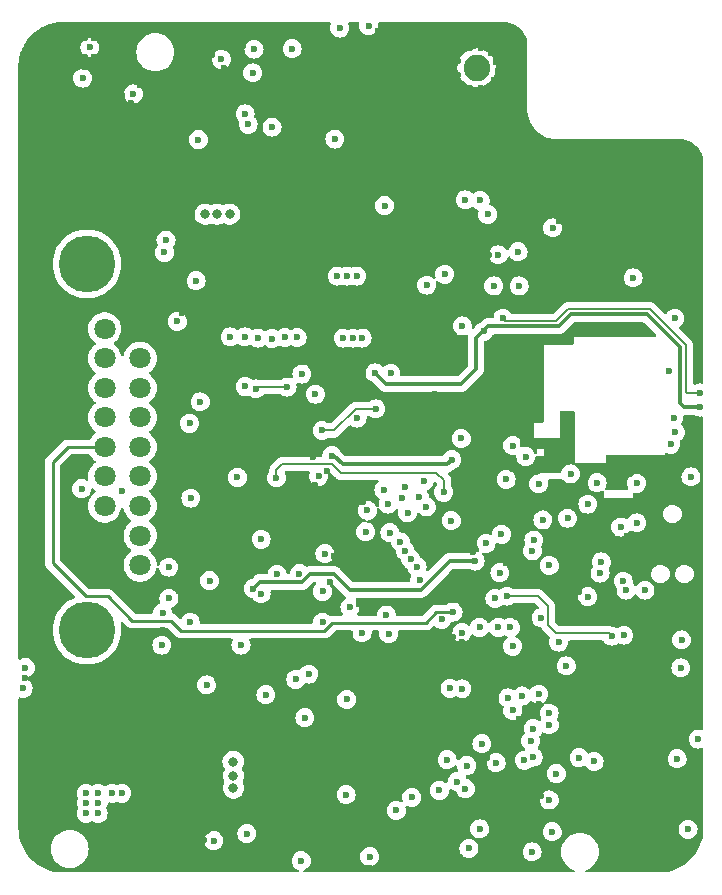
<source format=gbr>
G04 #@! TF.GenerationSoftware,KiCad,Pcbnew,7.0.10*
G04 #@! TF.CreationDate,2024-01-28T21:43:17+03:00*
G04 #@! TF.ProjectId,BIM_PCB,42494d5f-5043-4422-9e6b-696361645f70,rev?*
G04 #@! TF.SameCoordinates,Original*
G04 #@! TF.FileFunction,Copper,L2,Inr*
G04 #@! TF.FilePolarity,Positive*
%FSLAX46Y46*%
G04 Gerber Fmt 4.6, Leading zero omitted, Abs format (unit mm)*
G04 Created by KiCad (PCBNEW 7.0.10) date 2024-01-28 21:43:17*
%MOMM*%
%LPD*%
G01*
G04 APERTURE LIST*
G04 #@! TA.AperFunction,ComponentPad*
%ADD10C,2.250000*%
G04 #@! TD*
G04 #@! TA.AperFunction,ComponentPad*
%ADD11C,1.800000*%
G04 #@! TD*
G04 #@! TA.AperFunction,ComponentPad*
%ADD12C,4.800000*%
G04 #@! TD*
G04 #@! TA.AperFunction,ViaPad*
%ADD13C,0.600000*%
G04 #@! TD*
G04 #@! TA.AperFunction,ViaPad*
%ADD14C,0.800000*%
G04 #@! TD*
G04 #@! TA.AperFunction,Conductor*
%ADD15C,0.350000*%
G04 #@! TD*
G04 #@! TA.AperFunction,Conductor*
%ADD16C,0.254000*%
G04 #@! TD*
G04 #@! TA.AperFunction,Conductor*
%ADD17C,0.200000*%
G04 #@! TD*
G04 APERTURE END LIST*
D10*
X75060000Y-61860000D03*
X77600000Y-59320000D03*
X72520000Y-59320000D03*
X77600000Y-64400000D03*
X72520000Y-64400000D03*
D11*
X46560000Y-103970000D03*
X46560000Y-101470000D03*
X46560000Y-98970000D03*
X46560000Y-96470000D03*
X46560000Y-93970000D03*
X46560000Y-91470000D03*
X46560000Y-88970000D03*
X46560000Y-86470000D03*
X46560000Y-83970000D03*
X43560000Y-103970000D03*
X43560000Y-101470000D03*
X43560000Y-98970000D03*
X43560000Y-96470000D03*
X43560000Y-93970000D03*
X43560000Y-91470000D03*
X43560000Y-88970000D03*
X43560000Y-86470000D03*
X43560000Y-83970000D03*
D12*
X42060000Y-78470000D03*
X42060000Y-109470000D03*
D13*
X72550000Y-85350000D03*
X81600000Y-101700000D03*
X79000000Y-91250000D03*
X48614998Y-69650000D03*
X42989000Y-71161000D03*
X58100000Y-121100000D03*
X62200000Y-124600000D03*
X67780000Y-66590000D03*
X38300000Y-121500000D03*
X38812000Y-69699000D03*
X69100000Y-121400000D03*
X70400000Y-120500000D03*
X64500000Y-119400000D03*
X47389000Y-71961000D03*
X67550000Y-78450000D03*
X49400000Y-64800000D03*
X55850000Y-70600000D03*
X45789000Y-68761000D03*
X51750000Y-118500000D03*
X62750000Y-118750000D03*
X69750000Y-60850000D03*
X41889000Y-64161000D03*
X48500000Y-119000000D03*
X59400000Y-72450000D03*
X89449000Y-77611000D03*
X45789000Y-72961000D03*
X63400000Y-129600000D03*
X56500000Y-58300000D03*
X53500000Y-70050000D03*
X74500000Y-58750000D03*
X69100000Y-59450000D03*
X48219000Y-71702000D03*
X37389000Y-66361000D03*
X71200000Y-62480000D03*
X46280000Y-69309000D03*
X59400000Y-70550000D03*
X58600000Y-112400000D03*
X88823911Y-103923911D03*
X59100000Y-124900000D03*
X62750000Y-117000000D03*
X50050000Y-59650000D03*
X43389000Y-64161000D03*
X37100000Y-87700000D03*
X72089000Y-70661000D03*
X40389000Y-67961000D03*
X65100000Y-129600000D03*
X82600000Y-102000000D03*
X78500000Y-62700000D03*
X71900000Y-62480000D03*
X82250000Y-106250000D03*
X69260000Y-64420000D03*
X43889000Y-74561000D03*
X91800000Y-129200000D03*
X66250000Y-69650000D03*
X74950000Y-106200000D03*
X37389000Y-67161000D03*
X61400000Y-129600000D03*
X76300000Y-88600000D03*
X73850000Y-63250000D03*
X79500000Y-87800000D03*
X44989000Y-64861000D03*
X61300000Y-72550000D03*
X60975728Y-106400500D03*
X78950034Y-93700034D03*
X64300000Y-125600000D03*
X62750000Y-120250000D03*
X71550000Y-65900000D03*
X46589000Y-71961000D03*
X57900000Y-123900000D03*
X45789000Y-64861000D03*
X38889000Y-66361000D03*
X66000000Y-75650000D03*
X37100000Y-89300000D03*
X49950000Y-65550000D03*
X53642752Y-61915655D03*
X41139000Y-66361000D03*
X69100000Y-58700000D03*
X68350000Y-58700000D03*
X48500000Y-109500000D03*
X76300000Y-89700000D03*
X50500000Y-120500000D03*
X48250000Y-115250000D03*
X57600000Y-117000000D03*
X38300000Y-89000000D03*
X85639000Y-72000000D03*
X41889000Y-59361000D03*
X71514000Y-71572000D03*
X70450000Y-60850000D03*
X47500000Y-117250000D03*
X64300000Y-129600000D03*
X65050000Y-60950000D03*
X45789000Y-65561000D03*
X67300000Y-76850000D03*
X69550000Y-62730000D03*
X39639000Y-58561000D03*
X83750000Y-124900000D03*
X58000000Y-128200000D03*
X42639000Y-58561000D03*
X83750000Y-106250000D03*
X37000000Y-126250000D03*
X39639000Y-64161000D03*
X38889000Y-73761000D03*
X44362000Y-69392000D03*
X52750000Y-122250000D03*
X88100000Y-126000000D03*
X50500000Y-121500000D03*
X48189000Y-74061000D03*
X58400000Y-73800000D03*
X61000000Y-93600000D03*
X38139000Y-67161000D03*
X37889000Y-72761000D03*
X63896000Y-74694000D03*
X43889000Y-72761000D03*
X64740000Y-66620000D03*
X57950000Y-60874588D03*
X65850000Y-61750000D03*
X42989000Y-74561000D03*
X43889000Y-71161000D03*
X52650000Y-60800000D03*
X47248049Y-65919999D03*
X65746000Y-73744000D03*
X44789000Y-74561000D03*
X47750000Y-69650000D03*
X78350000Y-66550000D03*
X58100000Y-122000000D03*
X71500000Y-89500000D03*
X51200000Y-116800000D03*
X79712500Y-124633881D03*
X42989000Y-73761000D03*
X62750000Y-119500000D03*
X53550000Y-72350000D03*
X38889000Y-64161000D03*
X76300000Y-117250000D03*
X76050000Y-78850000D03*
X48411000Y-70850000D03*
X38200000Y-109800000D03*
X64300000Y-126800000D03*
X72526724Y-93328902D03*
X70650000Y-91450000D03*
X41889000Y-73761000D03*
X66650000Y-61700000D03*
X38889000Y-60961000D03*
X73065437Y-70489039D03*
X78500000Y-61900000D03*
X38789000Y-70670000D03*
X82600000Y-91800000D03*
X78350000Y-61100000D03*
X77689000Y-62650000D03*
X43889000Y-71961000D03*
X43557000Y-69414000D03*
X91500000Y-109000000D03*
X59700000Y-62900000D03*
X83900000Y-123900000D03*
X67460000Y-58730000D03*
X37889000Y-73761000D03*
X43389000Y-65561000D03*
X50785899Y-103438077D03*
X41889000Y-60961000D03*
X40889000Y-74561000D03*
X86500000Y-96250000D03*
X64896000Y-74694000D03*
X48000000Y-129500000D03*
X44189000Y-67961000D03*
X44189000Y-64161000D03*
X38889000Y-61761000D03*
X63400000Y-126800000D03*
X72650000Y-62480000D03*
X68350000Y-86550000D03*
X75050000Y-93450000D03*
X66200000Y-111100000D03*
X43889000Y-68761000D03*
X44139000Y-58561000D03*
X59000000Y-115250000D03*
X83600000Y-107300000D03*
X46589000Y-74561000D03*
X68750000Y-62810000D03*
X65054985Y-107225540D03*
X38889000Y-63361000D03*
X90200000Y-129400000D03*
X79450000Y-89750000D03*
X42989000Y-72761000D03*
X69750000Y-59450000D03*
X73450000Y-62500000D03*
X63500000Y-60950000D03*
X83500000Y-108500000D03*
X38500000Y-108000000D03*
X71150000Y-61280000D03*
X36889000Y-75261000D03*
X51350000Y-66000000D03*
X76550000Y-86950000D03*
X63000000Y-103200000D03*
X48189000Y-73361000D03*
X61150000Y-70550000D03*
X80486000Y-123499500D03*
X41889000Y-64861000D03*
X67460000Y-60180000D03*
X46589000Y-67961000D03*
X41889000Y-72761000D03*
X40889000Y-72761000D03*
X48500000Y-118000000D03*
X40430492Y-61088707D03*
X71750000Y-86600000D03*
X37908000Y-70662000D03*
X81500000Y-102750000D03*
X47053426Y-69481873D03*
X41889000Y-68761000D03*
X52250000Y-126500000D03*
X44989000Y-65561000D03*
X37100000Y-90600000D03*
X68026407Y-62784412D03*
X65400000Y-116500000D03*
X68900000Y-65800000D03*
X88850000Y-81200000D03*
X48251949Y-112757795D03*
X45100000Y-63361000D03*
X47389000Y-67961000D03*
X69350000Y-65200000D03*
X63400000Y-125600000D03*
X36789000Y-73761000D03*
X40889000Y-71961000D03*
X63400000Y-127800000D03*
X60550000Y-61950000D03*
X88000000Y-95250000D03*
X68150500Y-91750000D03*
X49500000Y-119500000D03*
X36850000Y-113500000D03*
X70701000Y-71580000D03*
X38889000Y-74561000D03*
X38889000Y-59361000D03*
X52750000Y-118500000D03*
X81999000Y-74801000D03*
X38139000Y-61761000D03*
X72489000Y-71621000D03*
X36789000Y-71161000D03*
X39889000Y-68761000D03*
X48117000Y-72582000D03*
X44139000Y-60961000D03*
X37989000Y-75261000D03*
X50500000Y-128250000D03*
X40300000Y-123700000D03*
X41889000Y-67161000D03*
X77573000Y-103830390D03*
X58750000Y-62900000D03*
X42639000Y-67961000D03*
X43750000Y-129250000D03*
X44989000Y-64161000D03*
X69750000Y-60150000D03*
X45738000Y-74465000D03*
X72400000Y-84150000D03*
X42639000Y-64861000D03*
X48500000Y-120000000D03*
X50500000Y-129250000D03*
X72650000Y-61280000D03*
X58400000Y-70550000D03*
X45789000Y-66361000D03*
X38139000Y-66361000D03*
X90729000Y-80181000D03*
X61200000Y-94800000D03*
X68350000Y-60850000D03*
X37889000Y-74561000D03*
X64740000Y-65890000D03*
X37389000Y-61761000D03*
X58000000Y-129600000D03*
X61200000Y-124600000D03*
X73700000Y-86450000D03*
X40389000Y-67161000D03*
X82000000Y-98650000D03*
X44989000Y-67961000D03*
X43989000Y-75261000D03*
X39889000Y-72761000D03*
X63400000Y-128800000D03*
X52000000Y-128250000D03*
X37000000Y-121750000D03*
X71189000Y-70661000D03*
X48511599Y-65884533D03*
X45789000Y-73761000D03*
X47389000Y-63361000D03*
X38139000Y-65561000D03*
X67100000Y-121700000D03*
X38200000Y-85110000D03*
X53150000Y-67600000D03*
X89000000Y-125400000D03*
X38139000Y-67961000D03*
X47500000Y-121500000D03*
X74500000Y-63600000D03*
X36889000Y-76061000D03*
X67500000Y-79400000D03*
X69190000Y-63520000D03*
X69800000Y-120900000D03*
X58750000Y-117000000D03*
X58400000Y-72450000D03*
X58000000Y-127374500D03*
X66446000Y-85494000D03*
X41117000Y-71305000D03*
X81750000Y-95500000D03*
X65896000Y-74694000D03*
X45708000Y-75207000D03*
X64600000Y-117000000D03*
X63076000Y-76384000D03*
X39889000Y-71961000D03*
X56050000Y-73800000D03*
X41889000Y-61761000D03*
X65000000Y-75650000D03*
X44789000Y-73761000D03*
X52750000Y-123000000D03*
X69100000Y-60150000D03*
X42639000Y-60961000D03*
X44189000Y-66361000D03*
X70050000Y-86750000D03*
X70450000Y-60150000D03*
X78500000Y-117750000D03*
X52050000Y-66500000D03*
X41889000Y-74561000D03*
X50500000Y-118500000D03*
X62050000Y-85100000D03*
X44189000Y-64861000D03*
X64250000Y-60950000D03*
X52750000Y-119500000D03*
X57400000Y-70550000D03*
X46725000Y-118200000D03*
X74500000Y-59500000D03*
X63850000Y-66050000D03*
X59400000Y-73800000D03*
X60500000Y-115250000D03*
X48550000Y-116900000D03*
X51250000Y-126750000D03*
X51750000Y-119500000D03*
X37389000Y-64861000D03*
X49890000Y-95440000D03*
X66700000Y-60200000D03*
X52800000Y-117400000D03*
X67200000Y-129600000D03*
X48647058Y-63225969D03*
X80299163Y-115713425D03*
X46700000Y-116600000D03*
X40389000Y-64161000D03*
X74500000Y-64350000D03*
X63400000Y-73750000D03*
X59700000Y-61950000D03*
X46589000Y-68761000D03*
X83439000Y-77811000D03*
X40389000Y-58561000D03*
X39100000Y-60200000D03*
X43389000Y-61761000D03*
X47389000Y-73761000D03*
X50650000Y-64800000D03*
X41139000Y-67161000D03*
X56600000Y-119200000D03*
X58100000Y-123200000D03*
X48308000Y-67913000D03*
X47550000Y-116150000D03*
X76250000Y-63500000D03*
X51750000Y-120500000D03*
X38400000Y-116800000D03*
X57400000Y-73800000D03*
X66700000Y-59500000D03*
X86750000Y-95500000D03*
X49500000Y-121500000D03*
X43889000Y-73761000D03*
X44789000Y-75261000D03*
X60550000Y-62900000D03*
X44189000Y-65561000D03*
X66100000Y-121700000D03*
X38200000Y-91000000D03*
X66250000Y-66610000D03*
X77500000Y-61100000D03*
X43389000Y-67961000D03*
X62400000Y-73750000D03*
X47389000Y-68761000D03*
X62300000Y-60900000D03*
X66896000Y-74694000D03*
X88000000Y-96250000D03*
X88800000Y-129300000D03*
X39730825Y-61067047D03*
X41139000Y-65561000D03*
X89500000Y-95750000D03*
X44889000Y-59361000D03*
X69800000Y-65800000D03*
X65500000Y-66620000D03*
X38300000Y-87700000D03*
X44789000Y-68761000D03*
X74750000Y-102850000D03*
X76100000Y-99450000D03*
X71500000Y-100600000D03*
X52500000Y-70050000D03*
X44139000Y-61761000D03*
X66650000Y-62500000D03*
X68350000Y-59450000D03*
X40889000Y-68761000D03*
X75009000Y-71326000D03*
X70400000Y-85400000D03*
X37389000Y-63361000D03*
X64000000Y-75650000D03*
X36789000Y-70361000D03*
X65800000Y-63150000D03*
X66350000Y-86500000D03*
X36789000Y-74561000D03*
X41889000Y-66361000D03*
X47500000Y-118250000D03*
X81500000Y-94700000D03*
X53244155Y-96550002D03*
X68200000Y-129600000D03*
X57793549Y-58325866D03*
X67460000Y-59480000D03*
X68800000Y-84200000D03*
X41139000Y-58561000D03*
X87000000Y-126800000D03*
X40389000Y-66361000D03*
X93950000Y-88250000D03*
X54989000Y-58361000D03*
X56600000Y-117000000D03*
X75450000Y-63600000D03*
X82250000Y-107250000D03*
X62400000Y-129600000D03*
X37389000Y-62561000D03*
X79712500Y-125600000D03*
X37812000Y-69699000D03*
X38139000Y-64161000D03*
X76089000Y-77700000D03*
X42639000Y-64161000D03*
X75450000Y-59500000D03*
X42639000Y-61761000D03*
X52000000Y-127250000D03*
X36789000Y-71961000D03*
X65900000Y-60950000D03*
X74400000Y-100400000D03*
X44789000Y-71161000D03*
X90150000Y-81200000D03*
X51750000Y-121500000D03*
X76700000Y-61400000D03*
X66950000Y-75700000D03*
X39000000Y-124500000D03*
X47550000Y-120625000D03*
X76250000Y-60600000D03*
X45710973Y-71069999D03*
X37000000Y-124250000D03*
X49500000Y-118500000D03*
X46589000Y-63361000D03*
X38700000Y-119800000D03*
X39639000Y-64861000D03*
X65050000Y-61750000D03*
X69750000Y-58700000D03*
X57600000Y-119400000D03*
X83750000Y-102750000D03*
X63400000Y-124600000D03*
X59250000Y-129500000D03*
X64300000Y-124600000D03*
X48500000Y-121750000D03*
X37389000Y-64161000D03*
X45789000Y-67161000D03*
X52550000Y-72350000D03*
X77650000Y-61900000D03*
X57400000Y-72450000D03*
X36789000Y-68761000D03*
X45789000Y-67961000D03*
X45639000Y-59361000D03*
X82250000Y-108500000D03*
X52750000Y-121500000D03*
X54550000Y-72350000D03*
X43389000Y-64861000D03*
X40389000Y-64861000D03*
X91350000Y-95750000D03*
X36789000Y-69561000D03*
X93000000Y-106750000D03*
X62750000Y-118000000D03*
X61500000Y-110800000D03*
X49050000Y-85450735D03*
X54500000Y-70050000D03*
X62700000Y-61700000D03*
X51000000Y-123000000D03*
X37500000Y-125250000D03*
X47500000Y-113500000D03*
X51389000Y-58361000D03*
X59100000Y-124100000D03*
X64500000Y-118000000D03*
X71300000Y-84300000D03*
X63500000Y-61750000D03*
X71900000Y-61280000D03*
X65750000Y-112250000D03*
X90675000Y-117775000D03*
X41889000Y-67961000D03*
X42989000Y-71961000D03*
X79550000Y-86200000D03*
X71100000Y-93700000D03*
X50550000Y-117400000D03*
X75829000Y-71371000D03*
X41150000Y-61650000D03*
X69200000Y-129600000D03*
X61400000Y-97200000D03*
X38139000Y-63361000D03*
X89389000Y-80241000D03*
X49500000Y-122250000D03*
X44189000Y-67161000D03*
X77888203Y-71174371D03*
X69900000Y-84200000D03*
X43389000Y-60961000D03*
X43389000Y-59361000D03*
X78600000Y-117000000D03*
X68340000Y-63540000D03*
X38889000Y-65561000D03*
X58750000Y-61950000D03*
X73800000Y-110500000D03*
X44789000Y-71961000D03*
X38139000Y-60961000D03*
X40889000Y-73761000D03*
X65200000Y-120300000D03*
X81200000Y-119800000D03*
X69100000Y-60850000D03*
X82189000Y-72361000D03*
X40889000Y-75261000D03*
X79000000Y-93000000D03*
X52750000Y-120500000D03*
X45385000Y-69264000D03*
X70450000Y-58700000D03*
X42639000Y-65561000D03*
X46589000Y-73761000D03*
X42714000Y-69422000D03*
X39639000Y-65561000D03*
X93500000Y-107750000D03*
X37050000Y-85100000D03*
X48300000Y-114150000D03*
X37000000Y-122750000D03*
X69600000Y-91800000D03*
X41631000Y-69482000D03*
X37389000Y-65561000D03*
X41139000Y-67961000D03*
X74800000Y-122000000D03*
X67020000Y-65880000D03*
X93100000Y-127800000D03*
X76550000Y-62900000D03*
X46750000Y-129500000D03*
X75900000Y-120300000D03*
X62750000Y-121000000D03*
X57600000Y-118200000D03*
X41889000Y-71961000D03*
X58100000Y-125100000D03*
X42639000Y-66361000D03*
X73482253Y-61280000D03*
X68490000Y-65220000D03*
X64300000Y-128800000D03*
X44889000Y-61761000D03*
X89100000Y-75200000D03*
X41139000Y-64861000D03*
X57000000Y-123800000D03*
X40389000Y-65561000D03*
X39639000Y-61761000D03*
X64300000Y-127800000D03*
X81800000Y-100500000D03*
X38139000Y-60161000D03*
X47587638Y-70850000D03*
X37389000Y-67961000D03*
X50500000Y-122250000D03*
X44139000Y-59361000D03*
X46589000Y-72961000D03*
X43389000Y-66361000D03*
X66650000Y-63200000D03*
X39889000Y-74561000D03*
X87800000Y-102300000D03*
X76400000Y-118000000D03*
X47389000Y-72961000D03*
X68350000Y-60150000D03*
X43389000Y-58561000D03*
X38889000Y-58561000D03*
X36789000Y-72761000D03*
X67460000Y-60880000D03*
X66700000Y-60900000D03*
X49500000Y-120500000D03*
X74500000Y-60200000D03*
X65520000Y-65890000D03*
X75450000Y-58750000D03*
X76900000Y-62100000D03*
X38889000Y-67961000D03*
X42639000Y-59361000D03*
X75450000Y-64350000D03*
X41139000Y-59361000D03*
X38889000Y-64861000D03*
X59325000Y-103010099D03*
X41889000Y-65561000D03*
X67200000Y-112300000D03*
X41889000Y-58561000D03*
X48250000Y-128250000D03*
X39639000Y-67961000D03*
X66000000Y-129600000D03*
X73058647Y-110096967D03*
X46480000Y-67248000D03*
X50500000Y-114099500D03*
X44889000Y-58561000D03*
X38139000Y-64861000D03*
X45727000Y-71982000D03*
X67800000Y-65870000D03*
X41200000Y-60727000D03*
X68100000Y-121700000D03*
X39639000Y-67161000D03*
X67500000Y-61650000D03*
X64300000Y-61750000D03*
X75450000Y-60200000D03*
X51900000Y-129100000D03*
X44989000Y-66361000D03*
X87750000Y-101500000D03*
X42639000Y-67161000D03*
X50000000Y-123000000D03*
X44989000Y-67161000D03*
X70450000Y-59450000D03*
X50500000Y-119500000D03*
X91500000Y-106750000D03*
X39889000Y-73761000D03*
X51750000Y-122250000D03*
X48202000Y-68804000D03*
X51389000Y-60961000D03*
X46600000Y-113400000D03*
X42989000Y-68761000D03*
X38889000Y-67161000D03*
X38000000Y-59400000D03*
X62400000Y-96000000D03*
X83750000Y-101500000D03*
X53089000Y-58361000D03*
X55950000Y-72450000D03*
X39000000Y-111200000D03*
X82700000Y-93300000D03*
X37389000Y-60961000D03*
X54821891Y-90918158D03*
X38889000Y-72761000D03*
X87600000Y-129200000D03*
X38889000Y-62561000D03*
X46468000Y-66300000D03*
X70700000Y-119700000D03*
X43389000Y-67161000D03*
X68100000Y-85350000D03*
X49250000Y-128500000D03*
X92300000Y-95050000D03*
X61400000Y-73750000D03*
X66270000Y-65890000D03*
X67000000Y-66600000D03*
X66700000Y-58750000D03*
X57950000Y-61700000D03*
X39639000Y-66361000D03*
X52000000Y-123000000D03*
X69870000Y-63720000D03*
X41139000Y-64161000D03*
X56600000Y-118200000D03*
X45639000Y-58561000D03*
X57950000Y-65854002D03*
X84100000Y-121600000D03*
X55250000Y-60050000D03*
X65800000Y-62500000D03*
X51800000Y-117400000D03*
X44789000Y-72761000D03*
X38139000Y-62561000D03*
X47250000Y-128500000D03*
X37389000Y-60161000D03*
X50127000Y-82658339D03*
X62674500Y-105400000D03*
X41889000Y-75261000D03*
X49550000Y-117400000D03*
X65400000Y-98650000D03*
X43089000Y-75261000D03*
X48500000Y-121000000D03*
X70800000Y-92550000D03*
X68500000Y-64420000D03*
X73200000Y-106200000D03*
X92950000Y-126350000D03*
X65900000Y-58300000D03*
X88600000Y-97050000D03*
X92336604Y-112678354D03*
X80302299Y-114913429D03*
X74400000Y-127964762D03*
X88300000Y-79650000D03*
X88600000Y-100400000D03*
X84449998Y-106650000D03*
X73800000Y-114449500D03*
X60850000Y-113200500D03*
X71900000Y-123050500D03*
X81199803Y-123858532D03*
X93200000Y-96500000D03*
X82650000Y-112504321D03*
X41604265Y-97504265D03*
X75300000Y-109250000D03*
X87453455Y-105339461D03*
X65350000Y-84750000D03*
X63250000Y-79500000D03*
X64890000Y-79500000D03*
X63750000Y-84750000D03*
X75350000Y-73100000D03*
X70824690Y-80273219D03*
X64100000Y-79500000D03*
X64550000Y-84750000D03*
X62200000Y-103000000D03*
X75300000Y-126300000D03*
X66000000Y-128650000D03*
X62800000Y-94700000D03*
X64000000Y-123400000D03*
X52800000Y-127300000D03*
X84464705Y-98816178D03*
X60500000Y-116900000D03*
X80300000Y-97100000D03*
X81450000Y-126550000D03*
X72950000Y-95050000D03*
X62000000Y-106200000D03*
X77554748Y-96718614D03*
X66450000Y-87700000D03*
X76500000Y-80337000D03*
X74100000Y-73050000D03*
X75638235Y-84186765D03*
X93950000Y-90600000D03*
X48400000Y-110750000D03*
X55448891Y-88850000D03*
X54800000Y-96550002D03*
X55100000Y-110750000D03*
X52435624Y-105285271D03*
D14*
X54438000Y-120615000D03*
X54150000Y-74262000D03*
D13*
X73750000Y-93250000D03*
X56134614Y-105956355D03*
X74929888Y-103629515D03*
D14*
X52069000Y-74267000D03*
X53052000Y-74272000D03*
X54457000Y-122839000D03*
D13*
X60200000Y-129000000D03*
D14*
X54448000Y-121806000D03*
D13*
X55600000Y-126700000D03*
X50742632Y-91968845D03*
X51650000Y-90150000D03*
X72550500Y-120453388D03*
X57200000Y-114949500D03*
X73050000Y-107950000D03*
X76900000Y-109250500D03*
X76704753Y-120695248D03*
X79750000Y-128250000D03*
X78900000Y-115056536D03*
X92031264Y-120360421D03*
X78100000Y-110849500D03*
X87501858Y-109900000D03*
X92400000Y-110300000D03*
X93800000Y-118700000D03*
X41700000Y-62750000D03*
X56200000Y-60296000D03*
X57726325Y-66885637D03*
X79843338Y-117818924D03*
X51300000Y-79900000D03*
X76600000Y-106800000D03*
X86480300Y-109993619D03*
X77600000Y-106600000D03*
X61400000Y-89502835D03*
X73400000Y-122300000D03*
X68250000Y-124750000D03*
X83725839Y-120273661D03*
X81200000Y-104000000D03*
X78650000Y-80337000D03*
X63450000Y-58500000D03*
X55700000Y-66650000D03*
X60050000Y-104700000D03*
X45978322Y-64083722D03*
X78556644Y-77443356D03*
X81486952Y-75415663D03*
X53432717Y-61143716D03*
X76889003Y-77700000D03*
X56094500Y-62290584D03*
X75977671Y-74281426D03*
X58150000Y-104750000D03*
X36650000Y-114400000D03*
X36850000Y-112650000D03*
X42000000Y-123300000D03*
X42000000Y-124100000D03*
X43000000Y-125000000D03*
X44200000Y-123300000D03*
X43000000Y-123300000D03*
X42000000Y-125000000D03*
X45000000Y-123300000D03*
X43000000Y-124100000D03*
X72800000Y-114400000D03*
X59750000Y-113650500D03*
X56800000Y-106400500D03*
X72910500Y-100200000D03*
X61682122Y-96451928D03*
X58100000Y-96574502D03*
X72254954Y-97805717D03*
X74100000Y-122900000D03*
X59000000Y-88900000D03*
X56350000Y-89053884D03*
X85000000Y-120600000D03*
X48973000Y-104150000D03*
X49000000Y-106800000D03*
X69550000Y-123650000D03*
X73800000Y-109700000D03*
X67600000Y-109800000D03*
X81804632Y-121618626D03*
X52187466Y-114113004D03*
X61967747Y-92575000D03*
X66500000Y-90750000D03*
X77708180Y-115208180D03*
X70800000Y-99050000D03*
X70236692Y-105200000D03*
X70200000Y-98250000D03*
X78100000Y-116275000D03*
X70000000Y-104100000D03*
X89300000Y-106100000D03*
X85500000Y-104650500D03*
X77150000Y-101372356D03*
X69000500Y-97400000D03*
X69459604Y-103457743D03*
X79837990Y-120236717D03*
X79082821Y-120500769D03*
X69000000Y-102766390D03*
X69199500Y-99550000D03*
X79211651Y-94798869D03*
X85250000Y-97000000D03*
X78100000Y-93850500D03*
X64925000Y-91529155D03*
X56800500Y-101793341D03*
X67550735Y-98799265D03*
X50850000Y-98300000D03*
X75850000Y-102127000D03*
X83000000Y-96250000D03*
X67200000Y-97600000D03*
X67700000Y-101220500D03*
X62000000Y-108826500D03*
X70599500Y-96850000D03*
X65803098Y-99341025D03*
X65650000Y-101150000D03*
X80513000Y-108417207D03*
X80650000Y-100150000D03*
X81200000Y-117500000D03*
X82750000Y-100000000D03*
X87250000Y-100750000D03*
X81191003Y-116518643D03*
X79775000Y-102775000D03*
X42300000Y-60150000D03*
X55450000Y-65775000D03*
X48470000Y-108010000D03*
X72093003Y-108576500D03*
X87700000Y-106100000D03*
X67400000Y-108200000D03*
X45040000Y-97680000D03*
X65350000Y-109700000D03*
X50800000Y-108800000D03*
X82000000Y-110500000D03*
X85600000Y-103700000D03*
X55415000Y-84650000D03*
X91500000Y-93750000D03*
X91874265Y-92724265D03*
X54200000Y-84650000D03*
X58800000Y-84700000D03*
X91740014Y-91500145D03*
X59850000Y-84700000D03*
X77275000Y-83075000D03*
X93950000Y-89400000D03*
X57750000Y-84800000D03*
X91350000Y-87500000D03*
X56550000Y-84750000D03*
X91814951Y-83085049D03*
X68693989Y-98259449D03*
X48614998Y-77501853D03*
X60250936Y-87799664D03*
X68599500Y-102000000D03*
X75487499Y-119089677D03*
X48750000Y-76450000D03*
X74200000Y-120950000D03*
X64050000Y-115349500D03*
X64324502Y-107550500D03*
X79900000Y-101850000D03*
X77900000Y-109250000D03*
X73850000Y-83727000D03*
X72350000Y-79350000D03*
X51500000Y-67950000D03*
X49700000Y-83341000D03*
X67250000Y-73535000D03*
X67775735Y-87724265D03*
X77018256Y-104612823D03*
X79625735Y-118875735D03*
X63049318Y-67900682D03*
X59430930Y-60246604D03*
D15*
X63700000Y-95450000D02*
X72550000Y-95450000D01*
X72550000Y-95450000D02*
X72950000Y-95050000D01*
X62950000Y-94700000D02*
X63700000Y-95450000D01*
X62800000Y-94700000D02*
X62950000Y-94700000D01*
X92600000Y-90600000D02*
X92250000Y-90250000D01*
X89500000Y-82750000D02*
X83000000Y-82750000D01*
X83000000Y-82750000D02*
X82000000Y-83750000D01*
X67397000Y-88647000D02*
X66450000Y-87700000D01*
X73753000Y-88647000D02*
X67397000Y-88647000D01*
X92250000Y-85500000D02*
X89500000Y-82750000D01*
X93950000Y-90600000D02*
X92600000Y-90600000D01*
X92250000Y-90250000D02*
X92250000Y-85500000D01*
X75000000Y-87400000D02*
X73753000Y-88647000D01*
X82000000Y-83750000D02*
X76000000Y-83750000D01*
X75000000Y-84750000D02*
X75000000Y-87400000D01*
X76000000Y-83750000D02*
X75000000Y-84750000D01*
X60304595Y-105400000D02*
X59500000Y-105400000D01*
X64304095Y-106075000D02*
X62954095Y-104725000D01*
X70316287Y-106075000D02*
X64304095Y-106075000D01*
X72761772Y-103629515D02*
X70316287Y-106075000D01*
X59500000Y-105400000D02*
X59475000Y-105425000D01*
X62954095Y-104725000D02*
X60979595Y-104725000D01*
X56665969Y-105425000D02*
X56134614Y-105956355D01*
X74929888Y-103629515D02*
X72761772Y-103629515D01*
X60979595Y-104725000D02*
X60304595Y-105400000D01*
X59475000Y-105425000D02*
X56665969Y-105425000D01*
D16*
X71650000Y-107950000D02*
X70725000Y-108875000D01*
X62163212Y-109550000D02*
X50050000Y-109550000D01*
X45900000Y-108700000D02*
X43810000Y-106610000D01*
X40410000Y-93970000D02*
X43560000Y-93970000D01*
X73050000Y-107950000D02*
X71650000Y-107950000D01*
X70725000Y-108875000D02*
X62838212Y-108875000D01*
X39140000Y-103800000D02*
X39140000Y-95240000D01*
X62838212Y-108875000D02*
X62163212Y-109550000D01*
X39140000Y-95240000D02*
X40410000Y-93970000D01*
X41950000Y-106610000D02*
X39140000Y-103800000D01*
X49200000Y-108700000D02*
X45900000Y-108700000D01*
X50050000Y-109550000D02*
X49200000Y-108700000D01*
X43810000Y-106610000D02*
X41950000Y-106610000D01*
D17*
X81113000Y-107463000D02*
X81113000Y-109063000D01*
X86236681Y-109750000D02*
X86480300Y-109993619D01*
X77600000Y-106600000D02*
X80250000Y-106600000D01*
X80250000Y-106600000D02*
X81113000Y-107463000D01*
X81113000Y-109063000D02*
X81800000Y-109750000D01*
X81800000Y-109750000D02*
X86236681Y-109750000D01*
X72254954Y-96754954D02*
X71650000Y-96150000D01*
X58100000Y-95900000D02*
X58100000Y-96574502D01*
X58600000Y-95400000D02*
X58100000Y-95900000D01*
X62800000Y-95400000D02*
X58600000Y-95400000D01*
X72254954Y-97805717D02*
X72254954Y-96754954D01*
X71650000Y-96150000D02*
X63550000Y-96150000D01*
X63550000Y-96150000D02*
X62800000Y-95400000D01*
X56503884Y-88900000D02*
X56350000Y-89053884D01*
X59000000Y-88900000D02*
X56503884Y-88900000D01*
X62975000Y-92575000D02*
X61967747Y-92575000D01*
X64800000Y-90750000D02*
X62975000Y-92575000D01*
X66500000Y-90750000D02*
X64800000Y-90750000D01*
X92800000Y-85378248D02*
X89696752Y-82275000D01*
X82803248Y-82275000D02*
X81803248Y-83275000D01*
X92900000Y-89400000D02*
X92800000Y-89300000D01*
X92800000Y-89300000D02*
X92800000Y-85378248D01*
X81803248Y-83275000D02*
X77475000Y-83275000D01*
X89696752Y-82275000D02*
X82803248Y-82275000D01*
X93950000Y-89400000D02*
X92900000Y-89400000D01*
X77475000Y-83275000D02*
X77275000Y-83075000D01*
G04 #@! TA.AperFunction,Conductor*
G36*
X62669162Y-58019630D02*
G01*
X62714917Y-58072434D01*
X62724861Y-58141592D01*
X62719164Y-58164900D01*
X62664633Y-58320737D01*
X62664630Y-58320750D01*
X62644435Y-58499996D01*
X62644435Y-58500003D01*
X62664630Y-58679249D01*
X62664631Y-58679254D01*
X62724211Y-58849523D01*
X62800955Y-58971659D01*
X62820184Y-59002262D01*
X62947738Y-59129816D01*
X63100478Y-59225789D01*
X63172996Y-59251164D01*
X63270745Y-59285368D01*
X63270750Y-59285369D01*
X63449996Y-59305565D01*
X63450000Y-59305565D01*
X63450004Y-59305565D01*
X63629249Y-59285369D01*
X63629252Y-59285368D01*
X63629255Y-59285368D01*
X63799522Y-59225789D01*
X63952262Y-59129816D01*
X64079816Y-59002262D01*
X64175789Y-58849522D01*
X64235368Y-58679255D01*
X64238718Y-58649522D01*
X64255565Y-58500003D01*
X64255565Y-58499996D01*
X64235369Y-58320750D01*
X64235366Y-58320737D01*
X64180836Y-58164900D01*
X64177274Y-58095121D01*
X64212002Y-58034494D01*
X64273996Y-58002266D01*
X64297877Y-57999945D01*
X64989487Y-57999945D01*
X65056526Y-58019630D01*
X65102281Y-58072434D01*
X65112707Y-58137829D01*
X65094435Y-58299997D01*
X65094435Y-58300003D01*
X65114630Y-58479249D01*
X65114631Y-58479254D01*
X65174211Y-58649523D01*
X65261978Y-58789202D01*
X65270184Y-58802262D01*
X65397738Y-58929816D01*
X65429065Y-58949500D01*
X65546239Y-59023126D01*
X65550478Y-59025789D01*
X65720745Y-59085368D01*
X65720750Y-59085369D01*
X65899996Y-59105565D01*
X65900000Y-59105565D01*
X65900004Y-59105565D01*
X66079249Y-59085369D01*
X66079252Y-59085368D01*
X66079255Y-59085368D01*
X66249522Y-59025789D01*
X66402262Y-58929816D01*
X66529816Y-58802262D01*
X66625789Y-58649522D01*
X66685368Y-58479255D01*
X66688131Y-58454733D01*
X66705565Y-58300003D01*
X66705565Y-58299997D01*
X66687293Y-58137829D01*
X66699347Y-58069007D01*
X66746696Y-58017627D01*
X66810513Y-57999945D01*
X77305830Y-57999945D01*
X77345948Y-57999945D01*
X77354028Y-58000209D01*
X77602969Y-58016525D01*
X77619025Y-58018640D01*
X77859687Y-58066510D01*
X77875338Y-58070704D01*
X78107696Y-58149579D01*
X78122674Y-58155783D01*
X78342738Y-58264307D01*
X78356786Y-58272417D01*
X78560802Y-58408737D01*
X78573662Y-58418605D01*
X78605322Y-58446370D01*
X78758141Y-58580389D01*
X78769610Y-58591858D01*
X78931391Y-58776333D01*
X78941265Y-58789202D01*
X79077582Y-58993216D01*
X79085692Y-59007262D01*
X79194216Y-59227325D01*
X79200423Y-59242310D01*
X79274738Y-59461236D01*
X79279292Y-59474650D01*
X79283490Y-59490318D01*
X79331358Y-59730969D01*
X79333475Y-59747050D01*
X79349789Y-59995941D01*
X79350055Y-60004051D01*
X79350055Y-65435808D01*
X79350087Y-65436486D01*
X79350086Y-65556740D01*
X79386551Y-65857101D01*
X79458953Y-66150872D01*
X79566251Y-66433804D01*
X79706851Y-66701701D01*
X79706855Y-66701708D01*
X79878733Y-66950721D01*
X80079373Y-67177201D01*
X80305849Y-67377844D01*
X80554859Y-67549725D01*
X80554864Y-67549727D01*
X80554866Y-67549729D01*
X80785936Y-67671005D01*
X80822772Y-67690338D01*
X81042895Y-67773819D01*
X81105675Y-67797629D01*
X81105677Y-67797629D01*
X81105681Y-67797631D01*
X81308852Y-67847708D01*
X81399455Y-67870040D01*
X81399456Y-67870040D01*
X81399460Y-67870041D01*
X81533781Y-67886350D01*
X81699822Y-67906511D01*
X81699826Y-67906511D01*
X81825326Y-67906511D01*
X92245385Y-67906511D01*
X92253497Y-67906777D01*
X92502383Y-67923094D01*
X92518464Y-67925211D01*
X92694329Y-67960196D01*
X92759117Y-67973084D01*
X92774780Y-67977281D01*
X93007125Y-68056154D01*
X93022108Y-68062360D01*
X93242176Y-68170888D01*
X93256208Y-68178989D01*
X93460231Y-68315315D01*
X93473095Y-68325187D01*
X93657569Y-68486968D01*
X93669038Y-68498437D01*
X93830818Y-68682911D01*
X93840692Y-68695780D01*
X93977008Y-68899793D01*
X93985118Y-68913838D01*
X94093640Y-69133895D01*
X94099847Y-69148881D01*
X94178720Y-69381227D01*
X94182918Y-69396893D01*
X94230789Y-69637543D01*
X94232906Y-69653624D01*
X94249234Y-69902684D01*
X94249500Y-69910796D01*
X94249500Y-88489424D01*
X94229815Y-88556463D01*
X94177011Y-88602218D01*
X94111617Y-88612644D01*
X93950004Y-88594435D01*
X93949996Y-88594435D01*
X93770750Y-88614630D01*
X93770745Y-88614631D01*
X93600473Y-88674212D01*
X93590468Y-88680499D01*
X93523230Y-88699496D01*
X93456396Y-88679126D01*
X93411184Y-88625857D01*
X93400500Y-88575503D01*
X93400500Y-85425735D01*
X93401561Y-85409549D01*
X93404491Y-85387295D01*
X93405682Y-85378248D01*
X93405424Y-85376291D01*
X93389096Y-85252262D01*
X93385044Y-85221486D01*
X93324536Y-85075407D01*
X93324535Y-85075406D01*
X93324535Y-85075405D01*
X93304674Y-85049522D01*
X93228282Y-84949966D01*
X93228280Y-84949964D01*
X93228279Y-84949963D01*
X93203228Y-84930741D01*
X93191034Y-84920047D01*
X92223665Y-83952678D01*
X92190180Y-83891355D01*
X92195164Y-83821663D01*
X92237036Y-83765730D01*
X92245360Y-83760013D01*
X92317213Y-83714865D01*
X92444767Y-83587311D01*
X92540740Y-83434571D01*
X92600319Y-83264304D01*
X92602982Y-83240668D01*
X92620516Y-83085052D01*
X92620516Y-83085045D01*
X92600320Y-82905799D01*
X92600319Y-82905794D01*
X92540739Y-82735525D01*
X92444766Y-82582786D01*
X92317213Y-82455233D01*
X92164474Y-82359260D01*
X91994205Y-82299680D01*
X91994200Y-82299679D01*
X91814955Y-82279484D01*
X91814947Y-82279484D01*
X91635701Y-82299679D01*
X91635696Y-82299680D01*
X91465427Y-82359260D01*
X91312688Y-82455233D01*
X91185135Y-82582786D01*
X91139996Y-82654625D01*
X91087661Y-82700916D01*
X91018607Y-82711564D01*
X90954759Y-82683189D01*
X90947321Y-82676334D01*
X90154951Y-81883964D01*
X90144256Y-81871769D01*
X90125035Y-81846719D01*
X90125031Y-81846716D01*
X89999593Y-81750464D01*
X89853514Y-81689956D01*
X89853512Y-81689955D01*
X89736113Y-81674500D01*
X89696752Y-81669318D01*
X89665449Y-81673439D01*
X89649265Y-81674500D01*
X82850742Y-81674500D01*
X82834556Y-81673439D01*
X82803249Y-81669317D01*
X82803247Y-81669317D01*
X82646486Y-81689955D01*
X82500405Y-81750464D01*
X82374966Y-81846716D01*
X82355737Y-81871775D01*
X82345046Y-81883965D01*
X81590832Y-82638181D01*
X81529509Y-82671666D01*
X81503151Y-82674500D01*
X78037290Y-82674500D01*
X77970251Y-82654815D01*
X77932297Y-82616473D01*
X77904817Y-82572739D01*
X77777262Y-82445184D01*
X77624523Y-82349211D01*
X77454254Y-82289631D01*
X77454249Y-82289630D01*
X77275004Y-82269435D01*
X77274996Y-82269435D01*
X77095750Y-82289630D01*
X77095745Y-82289631D01*
X76925476Y-82349211D01*
X76772737Y-82445184D01*
X76645184Y-82572737D01*
X76549210Y-82725478D01*
X76489630Y-82895750D01*
X76481898Y-82964383D01*
X76454832Y-83028797D01*
X76397237Y-83068352D01*
X76358678Y-83074500D01*
X76024162Y-83074500D01*
X76016675Y-83074274D01*
X75958916Y-83070780D01*
X75958912Y-83070780D01*
X75901997Y-83081210D01*
X75894594Y-83082337D01*
X75837154Y-83089312D01*
X75828383Y-83092638D01*
X75806777Y-83098660D01*
X75803675Y-83099229D01*
X75797560Y-83100350D01*
X75744781Y-83124102D01*
X75737869Y-83126965D01*
X75683774Y-83147482D01*
X75683770Y-83147484D01*
X75676056Y-83152808D01*
X75656525Y-83163824D01*
X75647970Y-83167674D01*
X75602417Y-83203363D01*
X75596387Y-83207800D01*
X75548772Y-83240667D01*
X75548769Y-83240669D01*
X75510406Y-83283972D01*
X75505273Y-83289424D01*
X75377962Y-83416735D01*
X75331238Y-83446095D01*
X75288716Y-83460974D01*
X75288713Y-83460976D01*
X75135972Y-83556949D01*
X75008419Y-83684502D01*
X74912446Y-83837243D01*
X74912444Y-83837246D01*
X74897565Y-83879768D01*
X74868205Y-83926492D01*
X74853810Y-83940887D01*
X74792487Y-83974372D01*
X74722795Y-83969388D01*
X74666862Y-83927516D01*
X74642445Y-83862052D01*
X74642909Y-83839322D01*
X74643144Y-83837243D01*
X74651450Y-83763520D01*
X74655565Y-83727002D01*
X74655565Y-83726996D01*
X74635369Y-83547750D01*
X74635368Y-83547745D01*
X74605006Y-83460976D01*
X74575789Y-83377478D01*
X74479816Y-83224738D01*
X74352262Y-83097184D01*
X74328633Y-83082337D01*
X74199523Y-83001211D01*
X74029254Y-82941631D01*
X74029249Y-82941630D01*
X73850004Y-82921435D01*
X73849996Y-82921435D01*
X73670750Y-82941630D01*
X73670745Y-82941631D01*
X73500476Y-83001211D01*
X73347737Y-83097184D01*
X73220184Y-83224737D01*
X73124211Y-83377476D01*
X73064631Y-83547745D01*
X73064630Y-83547750D01*
X73044435Y-83726996D01*
X73044435Y-83727003D01*
X73064630Y-83906249D01*
X73064631Y-83906254D01*
X73124211Y-84076523D01*
X73200376Y-84197738D01*
X73220184Y-84229262D01*
X73347738Y-84356816D01*
X73417226Y-84400478D01*
X73498854Y-84451769D01*
X73500478Y-84452789D01*
X73670739Y-84512366D01*
X73670745Y-84512368D01*
X73670750Y-84512369D01*
X73849996Y-84532565D01*
X73850000Y-84532565D01*
X73850004Y-84532565D01*
X74029249Y-84512369D01*
X74029251Y-84512368D01*
X74029255Y-84512368D01*
X74029258Y-84512366D01*
X74029262Y-84512366D01*
X74174485Y-84461550D01*
X74244264Y-84457988D01*
X74304891Y-84492716D01*
X74337119Y-84554709D01*
X74338536Y-84593539D01*
X74332334Y-84644611D01*
X74331207Y-84652011D01*
X74320781Y-84708908D01*
X74320781Y-84708915D01*
X74324274Y-84766663D01*
X74324500Y-84774150D01*
X74324500Y-87068836D01*
X74304815Y-87135875D01*
X74288181Y-87156517D01*
X73509518Y-87935181D01*
X73448195Y-87968666D01*
X73421837Y-87971500D01*
X68692200Y-87971500D01*
X68625161Y-87951815D01*
X68579406Y-87899011D01*
X68568980Y-87833617D01*
X68581300Y-87724269D01*
X68581300Y-87724261D01*
X68561104Y-87545015D01*
X68561103Y-87545010D01*
X68552612Y-87520745D01*
X68501524Y-87374743D01*
X68475387Y-87333147D01*
X68405550Y-87222002D01*
X68277997Y-87094449D01*
X68125258Y-86998476D01*
X67954989Y-86938896D01*
X67954984Y-86938895D01*
X67775739Y-86918700D01*
X67775731Y-86918700D01*
X67596485Y-86938895D01*
X67596480Y-86938896D01*
X67426211Y-86998476D01*
X67273474Y-87094448D01*
X67212679Y-87155242D01*
X67151355Y-87188726D01*
X67081664Y-87183740D01*
X67037318Y-87155240D01*
X66952262Y-87070184D01*
X66799523Y-86974211D01*
X66629254Y-86914631D01*
X66629249Y-86914630D01*
X66450004Y-86894435D01*
X66449996Y-86894435D01*
X66270750Y-86914630D01*
X66270745Y-86914631D01*
X66100476Y-86974211D01*
X65947737Y-87070184D01*
X65820184Y-87197737D01*
X65724211Y-87350476D01*
X65664631Y-87520745D01*
X65664630Y-87520750D01*
X65644435Y-87699996D01*
X65644435Y-87700003D01*
X65664630Y-87879249D01*
X65664631Y-87879254D01*
X65724211Y-88049523D01*
X65765122Y-88114632D01*
X65820184Y-88202262D01*
X65947738Y-88329816D01*
X66100478Y-88425789D01*
X66258372Y-88481038D01*
X66305097Y-88510398D01*
X66902278Y-89107579D01*
X66907413Y-89113034D01*
X66943094Y-89153311D01*
X66945771Y-89156332D01*
X66993399Y-89189207D01*
X66999401Y-89193623D01*
X67044972Y-89229326D01*
X67044973Y-89229326D01*
X67044974Y-89229327D01*
X67053515Y-89233171D01*
X67073067Y-89244198D01*
X67080774Y-89249518D01*
X67080778Y-89249519D01*
X67080779Y-89249520D01*
X67134883Y-89270040D01*
X67141798Y-89272903D01*
X67194561Y-89296650D01*
X67203776Y-89298338D01*
X67225389Y-89304363D01*
X67234155Y-89307688D01*
X67291617Y-89314665D01*
X67298977Y-89315784D01*
X67355915Y-89326219D01*
X67355916Y-89326218D01*
X67355917Y-89326219D01*
X67401106Y-89323485D01*
X67413665Y-89322725D01*
X67421151Y-89322500D01*
X73728849Y-89322500D01*
X73736334Y-89322725D01*
X73745362Y-89323271D01*
X73794082Y-89326219D01*
X73794082Y-89326218D01*
X73794085Y-89326219D01*
X73850997Y-89315789D01*
X73858396Y-89314663D01*
X73915845Y-89307688D01*
X73924605Y-89304365D01*
X73946221Y-89298338D01*
X73955439Y-89296650D01*
X73982335Y-89284544D01*
X74008208Y-89272901D01*
X74015122Y-89270036D01*
X74069226Y-89249518D01*
X74073764Y-89246385D01*
X74076935Y-89244197D01*
X74096480Y-89233172D01*
X74105028Y-89229326D01*
X74150585Y-89193633D01*
X74156603Y-89189204D01*
X74204229Y-89156332D01*
X74242609Y-89113008D01*
X74247711Y-89107588D01*
X75460597Y-87894703D01*
X75466017Y-87889601D01*
X75509332Y-87851229D01*
X75542218Y-87803583D01*
X75546624Y-87797596D01*
X75582326Y-87752028D01*
X75586172Y-87743480D01*
X75597197Y-87723935D01*
X75602517Y-87716227D01*
X75602516Y-87716227D01*
X75602518Y-87716226D01*
X75623036Y-87662122D01*
X75625901Y-87655208D01*
X75640780Y-87622147D01*
X75649650Y-87602439D01*
X75651338Y-87593221D01*
X75657366Y-87571603D01*
X75660688Y-87562845D01*
X75667663Y-87505396D01*
X75668790Y-87497993D01*
X75679219Y-87441085D01*
X75675725Y-87383334D01*
X75675500Y-87375849D01*
X75675500Y-85098944D01*
X75695185Y-85031905D01*
X75747989Y-84986150D01*
X75785613Y-84975724D01*
X75817490Y-84972133D01*
X75987757Y-84912554D01*
X76140497Y-84816581D01*
X76268051Y-84689027D01*
X76364024Y-84536287D01*
X76373731Y-84508544D01*
X76414453Y-84451769D01*
X76479406Y-84426022D01*
X76490773Y-84425500D01*
X81975849Y-84425500D01*
X81983334Y-84425725D01*
X81988229Y-84426022D01*
X82041082Y-84429219D01*
X82041082Y-84429218D01*
X82041085Y-84429219D01*
X82097997Y-84418789D01*
X82105396Y-84417663D01*
X82162845Y-84410688D01*
X82171605Y-84407365D01*
X82193221Y-84401338D01*
X82202439Y-84399650D01*
X82229335Y-84387544D01*
X82255208Y-84375901D01*
X82262122Y-84373036D01*
X82316226Y-84352518D01*
X82323935Y-84347197D01*
X82343480Y-84336172D01*
X82352028Y-84332326D01*
X82397578Y-84296638D01*
X82403603Y-84292204D01*
X82451229Y-84259332D01*
X82489609Y-84216008D01*
X82494711Y-84210588D01*
X83243482Y-83461819D01*
X83304805Y-83428334D01*
X83331163Y-83425500D01*
X89168837Y-83425500D01*
X89235876Y-83445185D01*
X89256518Y-83461819D01*
X90228017Y-84433319D01*
X90261502Y-84494642D01*
X90256518Y-84564334D01*
X90214646Y-84620267D01*
X90149182Y-84644684D01*
X90140336Y-84645000D01*
X83262000Y-84645000D01*
X83262000Y-85221000D01*
X83242315Y-85288039D01*
X83189511Y-85333794D01*
X83138000Y-85345000D01*
X80712000Y-85345000D01*
X80712000Y-91781000D01*
X80692315Y-91848039D01*
X80639511Y-91893794D01*
X80588000Y-91905000D01*
X79932000Y-91905000D01*
X79932000Y-93205000D01*
X82112000Y-93205000D01*
X82112000Y-91029000D01*
X82131685Y-90961961D01*
X82184489Y-90916206D01*
X82236000Y-90905000D01*
X83238000Y-90905000D01*
X83305039Y-90924685D01*
X83350794Y-90977489D01*
X83362000Y-91029000D01*
X83362000Y-95311558D01*
X83379003Y-95300385D01*
X83415149Y-95295000D01*
X85962000Y-95295000D01*
X85962000Y-94769000D01*
X85981685Y-94701961D01*
X86034489Y-94656206D01*
X86086000Y-94645000D01*
X90961999Y-94645000D01*
X90962000Y-94645000D01*
X90961784Y-94582008D01*
X90981239Y-94514904D01*
X91033886Y-94468969D01*
X91103010Y-94458788D01*
X91143769Y-94473674D01*
X91144205Y-94472769D01*
X91150470Y-94475786D01*
X91150477Y-94475788D01*
X91150478Y-94475789D01*
X91230129Y-94503660D01*
X91320745Y-94535368D01*
X91320750Y-94535369D01*
X91499996Y-94555565D01*
X91500000Y-94555565D01*
X91500004Y-94555565D01*
X91679249Y-94535369D01*
X91679252Y-94535368D01*
X91679255Y-94535368D01*
X91849522Y-94475789D01*
X92002262Y-94379816D01*
X92129816Y-94252262D01*
X92225789Y-94099522D01*
X92285368Y-93929255D01*
X92287016Y-93914630D01*
X92305565Y-93750003D01*
X92305565Y-93749996D01*
X92285369Y-93570748D01*
X92272309Y-93533425D01*
X92268747Y-93463646D01*
X92303475Y-93403019D01*
X92323379Y-93387476D01*
X92376524Y-93354083D01*
X92376524Y-93354082D01*
X92376527Y-93354081D01*
X92504081Y-93226527D01*
X92600054Y-93073787D01*
X92659633Y-92903520D01*
X92669285Y-92817854D01*
X92679830Y-92724268D01*
X92679830Y-92724261D01*
X92659634Y-92545015D01*
X92659633Y-92545010D01*
X92645253Y-92503915D01*
X92600054Y-92374743D01*
X92573917Y-92333147D01*
X92524779Y-92254944D01*
X92504081Y-92222003D01*
X92406821Y-92124743D01*
X92373336Y-92063420D01*
X92378320Y-91993728D01*
X92389508Y-91971090D01*
X92465802Y-91849668D01*
X92465803Y-91849667D01*
X92525382Y-91679400D01*
X92532151Y-91619323D01*
X92545579Y-91500148D01*
X92545579Y-91500141D01*
X92535804Y-91413383D01*
X92547859Y-91344561D01*
X92595208Y-91293182D01*
X92659024Y-91275500D01*
X93484720Y-91275500D01*
X93550693Y-91294507D01*
X93600475Y-91325788D01*
X93770745Y-91385368D01*
X93770750Y-91385369D01*
X93949996Y-91405565D01*
X93950000Y-91405565D01*
X93950004Y-91405565D01*
X94111617Y-91387356D01*
X94180439Y-91399411D01*
X94231818Y-91446760D01*
X94249500Y-91510576D01*
X94249500Y-96456957D01*
X94236891Y-96499897D01*
X94247640Y-96521648D01*
X94249500Y-96543042D01*
X94249500Y-117834432D01*
X94229815Y-117901471D01*
X94177011Y-117947226D01*
X94107853Y-117957170D01*
X94084546Y-117951474D01*
X93979257Y-117914632D01*
X93979249Y-117914630D01*
X93800004Y-117894435D01*
X93799996Y-117894435D01*
X93620750Y-117914630D01*
X93620745Y-117914631D01*
X93450476Y-117974211D01*
X93297737Y-118070184D01*
X93170184Y-118197737D01*
X93074211Y-118350476D01*
X93014631Y-118520745D01*
X93014630Y-118520750D01*
X92994435Y-118699996D01*
X92994435Y-118700003D01*
X93014630Y-118879249D01*
X93014631Y-118879254D01*
X93074211Y-119049523D01*
X93099442Y-119089677D01*
X93170184Y-119202262D01*
X93297738Y-119329816D01*
X93450478Y-119425789D01*
X93604524Y-119479692D01*
X93620745Y-119485368D01*
X93620750Y-119485369D01*
X93799996Y-119505565D01*
X93800000Y-119505565D01*
X93800004Y-119505565D01*
X93979249Y-119485369D01*
X93979251Y-119485368D01*
X93979255Y-119485368D01*
X93979258Y-119485366D01*
X93979262Y-119485366D01*
X94084545Y-119448526D01*
X94154324Y-119444964D01*
X94214951Y-119479692D01*
X94247179Y-119541686D01*
X94249500Y-119565567D01*
X94249500Y-126246948D01*
X94249351Y-126253033D01*
X94231743Y-126611432D01*
X94230550Y-126623542D01*
X94178347Y-126975467D01*
X94175973Y-126987402D01*
X94089526Y-127332518D01*
X94085994Y-127344162D01*
X94050116Y-127444435D01*
X93976735Y-127649522D01*
X93966142Y-127679127D01*
X93961485Y-127690370D01*
X93809366Y-128012000D01*
X93803629Y-128022732D01*
X93620729Y-128327881D01*
X93613969Y-128337999D01*
X93402028Y-128623769D01*
X93394308Y-128633175D01*
X93155388Y-128896783D01*
X93146783Y-128905388D01*
X92883175Y-129144308D01*
X92873769Y-129152028D01*
X92587999Y-129363969D01*
X92577881Y-129370729D01*
X92272732Y-129553629D01*
X92262000Y-129559366D01*
X91940370Y-129711485D01*
X91929134Y-129716139D01*
X91710698Y-129794297D01*
X91594162Y-129835994D01*
X91582518Y-129839526D01*
X91237402Y-129925973D01*
X91225467Y-129928347D01*
X90873542Y-129980550D01*
X90861432Y-129981743D01*
X90523927Y-129998324D01*
X90503031Y-129999351D01*
X90496949Y-129999500D01*
X84382033Y-129999500D01*
X84314994Y-129979815D01*
X84269239Y-129927011D01*
X84259295Y-129857853D01*
X84288320Y-129794297D01*
X84334580Y-129760939D01*
X84528859Y-129680466D01*
X84611512Y-129629816D01*
X84743659Y-129548836D01*
X84935224Y-129385224D01*
X85098836Y-129193659D01*
X85230466Y-128978859D01*
X85326873Y-128746111D01*
X85385683Y-128501148D01*
X85405449Y-128250000D01*
X85385683Y-127998852D01*
X85326873Y-127753889D01*
X85295906Y-127679127D01*
X85230466Y-127521140D01*
X85098839Y-127306346D01*
X85098838Y-127306343D01*
X84990773Y-127179816D01*
X84935224Y-127114776D01*
X84786088Y-126987402D01*
X84743656Y-126951161D01*
X84743653Y-126951160D01*
X84528859Y-126819533D01*
X84296110Y-126723126D01*
X84051151Y-126664317D01*
X83862887Y-126649500D01*
X83862882Y-126649500D01*
X83737118Y-126649500D01*
X83737112Y-126649500D01*
X83548848Y-126664317D01*
X83303889Y-126723126D01*
X83071140Y-126819533D01*
X82856346Y-126951160D01*
X82856343Y-126951161D01*
X82664776Y-127114776D01*
X82501161Y-127306343D01*
X82501160Y-127306346D01*
X82369533Y-127521140D01*
X82273126Y-127753889D01*
X82214317Y-127998848D01*
X82194551Y-128250000D01*
X82214317Y-128501151D01*
X82273126Y-128746110D01*
X82369533Y-128978859D01*
X82501160Y-129193653D01*
X82501161Y-129193656D01*
X82501164Y-129193659D01*
X82664776Y-129385224D01*
X82747135Y-129455565D01*
X82856343Y-129548838D01*
X82856345Y-129548838D01*
X82869278Y-129556764D01*
X83071140Y-129680466D01*
X83265420Y-129760939D01*
X83319823Y-129804780D01*
X83341888Y-129871074D01*
X83324609Y-129938773D01*
X83273472Y-129986384D01*
X83217967Y-129999500D01*
X60497114Y-129999500D01*
X60430075Y-129979815D01*
X60384320Y-129927011D01*
X60374376Y-129857853D01*
X60403401Y-129794297D01*
X60456160Y-129758458D01*
X60492531Y-129745730D01*
X60549522Y-129725789D01*
X60702262Y-129629816D01*
X60829816Y-129502262D01*
X60925789Y-129349522D01*
X60985368Y-129179255D01*
X60985369Y-129179249D01*
X61005565Y-129000003D01*
X61005565Y-128999996D01*
X60985369Y-128820750D01*
X60985368Y-128820745D01*
X60939811Y-128690550D01*
X60925789Y-128650478D01*
X60925491Y-128650003D01*
X65194435Y-128650003D01*
X65214630Y-128829249D01*
X65214631Y-128829254D01*
X65274211Y-128999523D01*
X65296735Y-129035369D01*
X65370184Y-129152262D01*
X65497738Y-129279816D01*
X65528013Y-129298839D01*
X65631666Y-129363969D01*
X65650478Y-129375789D01*
X65677442Y-129385224D01*
X65820745Y-129435368D01*
X65820750Y-129435369D01*
X65999996Y-129455565D01*
X66000000Y-129455565D01*
X66000004Y-129455565D01*
X66179249Y-129435369D01*
X66179252Y-129435368D01*
X66179255Y-129435368D01*
X66349522Y-129375789D01*
X66502262Y-129279816D01*
X66629816Y-129152262D01*
X66725789Y-128999522D01*
X66785368Y-128829255D01*
X66785369Y-128829249D01*
X66805565Y-128650003D01*
X66805565Y-128649996D01*
X66785369Y-128470750D01*
X66785368Y-128470745D01*
X66737208Y-128333111D01*
X66725789Y-128300478D01*
X66629816Y-128147738D01*
X66502262Y-128020184D01*
X66489237Y-128012000D01*
X66414064Y-127964765D01*
X73594435Y-127964765D01*
X73614630Y-128144011D01*
X73614631Y-128144016D01*
X73674211Y-128314285D01*
X73746452Y-128429255D01*
X73770184Y-128467024D01*
X73897738Y-128594578D01*
X73905608Y-128599523D01*
X73993386Y-128654678D01*
X74050478Y-128690551D01*
X74159956Y-128728859D01*
X74220745Y-128750130D01*
X74220750Y-128750131D01*
X74399996Y-128770327D01*
X74400000Y-128770327D01*
X74400004Y-128770327D01*
X74579249Y-128750131D01*
X74579252Y-128750130D01*
X74579255Y-128750130D01*
X74749522Y-128690551D01*
X74902262Y-128594578D01*
X75029816Y-128467024D01*
X75125789Y-128314284D01*
X75148282Y-128250003D01*
X78944435Y-128250003D01*
X78964630Y-128429249D01*
X78964631Y-128429254D01*
X79024211Y-128599523D01*
X79081408Y-128690551D01*
X79120184Y-128752262D01*
X79247738Y-128879816D01*
X79274741Y-128896783D01*
X79388589Y-128968319D01*
X79400478Y-128975789D01*
X79469678Y-129000003D01*
X79570745Y-129035368D01*
X79570750Y-129035369D01*
X79749996Y-129055565D01*
X79750000Y-129055565D01*
X79750004Y-129055565D01*
X79929249Y-129035369D01*
X79929252Y-129035368D01*
X79929255Y-129035368D01*
X80099522Y-128975789D01*
X80252262Y-128879816D01*
X80379816Y-128752262D01*
X80475789Y-128599522D01*
X80535368Y-128429255D01*
X80552837Y-128274211D01*
X80555565Y-128250003D01*
X80555565Y-128249996D01*
X80535369Y-128070750D01*
X80535368Y-128070745D01*
X80519637Y-128025788D01*
X80475789Y-127900478D01*
X80453265Y-127864632D01*
X80379815Y-127747737D01*
X80252262Y-127620184D01*
X80099523Y-127524211D01*
X79929254Y-127464631D01*
X79929249Y-127464630D01*
X79750004Y-127444435D01*
X79749996Y-127444435D01*
X79570750Y-127464630D01*
X79570745Y-127464631D01*
X79400476Y-127524211D01*
X79247737Y-127620184D01*
X79120184Y-127747737D01*
X79024211Y-127900476D01*
X78964631Y-128070745D01*
X78964630Y-128070750D01*
X78944435Y-128249996D01*
X78944435Y-128250003D01*
X75148282Y-128250003D01*
X75185368Y-128144017D01*
X75185369Y-128144011D01*
X75205565Y-127964765D01*
X75205565Y-127964758D01*
X75185369Y-127785512D01*
X75185368Y-127785507D01*
X75125788Y-127615238D01*
X75068592Y-127524211D01*
X75029816Y-127462500D01*
X74902262Y-127334946D01*
X74894096Y-127329815D01*
X74749523Y-127238973D01*
X74579254Y-127179393D01*
X74579249Y-127179392D01*
X74400004Y-127159197D01*
X74399996Y-127159197D01*
X74220750Y-127179392D01*
X74220745Y-127179393D01*
X74050476Y-127238973D01*
X73897737Y-127334946D01*
X73770184Y-127462499D01*
X73674211Y-127615238D01*
X73614631Y-127785507D01*
X73614630Y-127785512D01*
X73594435Y-127964758D01*
X73594435Y-127964765D01*
X66414064Y-127964765D01*
X66349523Y-127924211D01*
X66179254Y-127864631D01*
X66179249Y-127864630D01*
X66000004Y-127844435D01*
X65999996Y-127844435D01*
X65820750Y-127864630D01*
X65820745Y-127864631D01*
X65650476Y-127924211D01*
X65497737Y-128020184D01*
X65370184Y-128147737D01*
X65274211Y-128300476D01*
X65214631Y-128470745D01*
X65214630Y-128470750D01*
X65194435Y-128649996D01*
X65194435Y-128650003D01*
X60925491Y-128650003D01*
X60829816Y-128497738D01*
X60702262Y-128370184D01*
X60643261Y-128333111D01*
X60549523Y-128274211D01*
X60379254Y-128214631D01*
X60379249Y-128214630D01*
X60200004Y-128194435D01*
X60199996Y-128194435D01*
X60020750Y-128214630D01*
X60020745Y-128214631D01*
X59850476Y-128274211D01*
X59697737Y-128370184D01*
X59570184Y-128497737D01*
X59474211Y-128650476D01*
X59414631Y-128820745D01*
X59414630Y-128820750D01*
X59394435Y-128999996D01*
X59394435Y-129000003D01*
X59414630Y-129179249D01*
X59414631Y-129179254D01*
X59474211Y-129349523D01*
X59528152Y-129435369D01*
X59570184Y-129502262D01*
X59697738Y-129629816D01*
X59778347Y-129680466D01*
X59850478Y-129725789D01*
X59943840Y-129758458D01*
X60000617Y-129799180D01*
X60026364Y-129864133D01*
X60012908Y-129932694D01*
X59964521Y-129983097D01*
X59902886Y-129999500D01*
X40003051Y-129999500D01*
X39996968Y-129999351D01*
X39974856Y-129998264D01*
X39638567Y-129981743D01*
X39626457Y-129980550D01*
X39274532Y-129928347D01*
X39262597Y-129925973D01*
X38917481Y-129839526D01*
X38905837Y-129835994D01*
X38904968Y-129835683D01*
X38570858Y-129716136D01*
X38559629Y-129711485D01*
X38237999Y-129559366D01*
X38227272Y-129553631D01*
X37922118Y-129370729D01*
X37912000Y-129363969D01*
X37626230Y-129152028D01*
X37616824Y-129144308D01*
X37457608Y-129000003D01*
X37353209Y-128905381D01*
X37344618Y-128896790D01*
X37105691Y-128633175D01*
X37097971Y-128623769D01*
X37076321Y-128594577D01*
X36886028Y-128337996D01*
X36879270Y-128327881D01*
X36871121Y-128314285D01*
X36696363Y-128022720D01*
X36690639Y-128012012D01*
X36684958Y-128000000D01*
X38994551Y-128000000D01*
X39014317Y-128251151D01*
X39073126Y-128496110D01*
X39169533Y-128728859D01*
X39301160Y-128943653D01*
X39301161Y-128943656D01*
X39348876Y-128999523D01*
X39464776Y-129135224D01*
X39533195Y-129193659D01*
X39656343Y-129298838D01*
X39656346Y-129298839D01*
X39871140Y-129430466D01*
X40095859Y-129523547D01*
X40103889Y-129526873D01*
X40348852Y-129585683D01*
X40537118Y-129600500D01*
X40537126Y-129600500D01*
X40662874Y-129600500D01*
X40662882Y-129600500D01*
X40851148Y-129585683D01*
X41096111Y-129526873D01*
X41328859Y-129430466D01*
X41543659Y-129298836D01*
X41735224Y-129135224D01*
X41898836Y-128943659D01*
X42030466Y-128728859D01*
X42126873Y-128496111D01*
X42185683Y-128251148D01*
X42205449Y-128000000D01*
X42185683Y-127748852D01*
X42126873Y-127503889D01*
X42110612Y-127464631D01*
X42042421Y-127300003D01*
X51994435Y-127300003D01*
X52014630Y-127479249D01*
X52014631Y-127479254D01*
X52074211Y-127649523D01*
X52135924Y-127747738D01*
X52170184Y-127802262D01*
X52297738Y-127929816D01*
X52388080Y-127986582D01*
X52445612Y-128022732D01*
X52450478Y-128025789D01*
X52578955Y-128070745D01*
X52620745Y-128085368D01*
X52620750Y-128085369D01*
X52799996Y-128105565D01*
X52800000Y-128105565D01*
X52800004Y-128105565D01*
X52979249Y-128085369D01*
X52979252Y-128085368D01*
X52979255Y-128085368D01*
X53149522Y-128025789D01*
X53302262Y-127929816D01*
X53429816Y-127802262D01*
X53525789Y-127649522D01*
X53585368Y-127479255D01*
X53587256Y-127462499D01*
X53605565Y-127300003D01*
X53605565Y-127299996D01*
X53585369Y-127120750D01*
X53585368Y-127120745D01*
X53526028Y-126951161D01*
X53525789Y-126950478D01*
X53429816Y-126797738D01*
X53332081Y-126700003D01*
X54794435Y-126700003D01*
X54814630Y-126879249D01*
X54814631Y-126879254D01*
X54874211Y-127049523D01*
X54928152Y-127135369D01*
X54970184Y-127202262D01*
X55097738Y-127329816D01*
X55250478Y-127425789D01*
X55355389Y-127462499D01*
X55420745Y-127485368D01*
X55420750Y-127485369D01*
X55599996Y-127505565D01*
X55600000Y-127505565D01*
X55600004Y-127505565D01*
X55779249Y-127485369D01*
X55779252Y-127485368D01*
X55779255Y-127485368D01*
X55949522Y-127425789D01*
X56102262Y-127329816D01*
X56229816Y-127202262D01*
X56325789Y-127049522D01*
X56385368Y-126879255D01*
X56385369Y-126879249D01*
X56405565Y-126700003D01*
X56405565Y-126699996D01*
X56385369Y-126520750D01*
X56385368Y-126520745D01*
X56348127Y-126414317D01*
X56325789Y-126350478D01*
X56294073Y-126300003D01*
X74494435Y-126300003D01*
X74514630Y-126479249D01*
X74514631Y-126479254D01*
X74574211Y-126649523D01*
X74667341Y-126797737D01*
X74670184Y-126802262D01*
X74797738Y-126929816D01*
X74879978Y-126981491D01*
X74889385Y-126987402D01*
X74950478Y-127025789D01*
X75037805Y-127056346D01*
X75120745Y-127085368D01*
X75120750Y-127085369D01*
X75299996Y-127105565D01*
X75300000Y-127105565D01*
X75300004Y-127105565D01*
X75479249Y-127085369D01*
X75479252Y-127085368D01*
X75479255Y-127085368D01*
X75649522Y-127025789D01*
X75802262Y-126929816D01*
X75929816Y-126802262D01*
X76025789Y-126649522D01*
X76060612Y-126550003D01*
X80644435Y-126550003D01*
X80664630Y-126729249D01*
X80664631Y-126729254D01*
X80724211Y-126899523D01*
X80803549Y-127025788D01*
X80820184Y-127052262D01*
X80947738Y-127179816D01*
X80983461Y-127202262D01*
X81093080Y-127271141D01*
X81100478Y-127275789D01*
X81254878Y-127329816D01*
X81270745Y-127335368D01*
X81270750Y-127335369D01*
X81449996Y-127355565D01*
X81450000Y-127355565D01*
X81450004Y-127355565D01*
X81629249Y-127335369D01*
X81629252Y-127335368D01*
X81629255Y-127335368D01*
X81799522Y-127275789D01*
X81952262Y-127179816D01*
X82079816Y-127052262D01*
X82175789Y-126899522D01*
X82235368Y-126729255D01*
X82235369Y-126729249D01*
X82255565Y-126550003D01*
X82255565Y-126549996D01*
X82235369Y-126370750D01*
X82235368Y-126370745D01*
X82228110Y-126350003D01*
X92144435Y-126350003D01*
X92164630Y-126529249D01*
X92164631Y-126529254D01*
X92224211Y-126699523D01*
X92311135Y-126837861D01*
X92320184Y-126852262D01*
X92447738Y-126979816D01*
X92520902Y-127025788D01*
X92569534Y-127056346D01*
X92600478Y-127075789D01*
X92728955Y-127120745D01*
X92770745Y-127135368D01*
X92770750Y-127135369D01*
X92949996Y-127155565D01*
X92950000Y-127155565D01*
X92950004Y-127155565D01*
X93129249Y-127135369D01*
X93129252Y-127135368D01*
X93129255Y-127135368D01*
X93299522Y-127075789D01*
X93452262Y-126979816D01*
X93579816Y-126852262D01*
X93675789Y-126699522D01*
X93735368Y-126529255D01*
X93735369Y-126529249D01*
X93755565Y-126350003D01*
X93755565Y-126349996D01*
X93735369Y-126170750D01*
X93735368Y-126170745D01*
X93692326Y-126047738D01*
X93675789Y-126000478D01*
X93579816Y-125847738D01*
X93452262Y-125720184D01*
X93299523Y-125624211D01*
X93129254Y-125564631D01*
X93129249Y-125564630D01*
X92950004Y-125544435D01*
X92949996Y-125544435D01*
X92770750Y-125564630D01*
X92770745Y-125564631D01*
X92600476Y-125624211D01*
X92447737Y-125720184D01*
X92320184Y-125847737D01*
X92224211Y-126000476D01*
X92164631Y-126170745D01*
X92164630Y-126170750D01*
X92144435Y-126349996D01*
X92144435Y-126350003D01*
X82228110Y-126350003D01*
X82193117Y-126250000D01*
X82175789Y-126200478D01*
X82174067Y-126197738D01*
X82136582Y-126138080D01*
X82079816Y-126047738D01*
X81952262Y-125920184D01*
X81943426Y-125914632D01*
X81799523Y-125824211D01*
X81629254Y-125764631D01*
X81629249Y-125764630D01*
X81450004Y-125744435D01*
X81449996Y-125744435D01*
X81270750Y-125764630D01*
X81270745Y-125764631D01*
X81100476Y-125824211D01*
X80947737Y-125920184D01*
X80820184Y-126047737D01*
X80724211Y-126200476D01*
X80664631Y-126370745D01*
X80664630Y-126370750D01*
X80644435Y-126549996D01*
X80644435Y-126550003D01*
X76060612Y-126550003D01*
X76085368Y-126479255D01*
X76085369Y-126479249D01*
X76105565Y-126300003D01*
X76105565Y-126299996D01*
X76085369Y-126120750D01*
X76085368Y-126120745D01*
X76043284Y-126000476D01*
X76025789Y-125950478D01*
X76003265Y-125914632D01*
X75929815Y-125797737D01*
X75802262Y-125670184D01*
X75649523Y-125574211D01*
X75479254Y-125514631D01*
X75479249Y-125514630D01*
X75300004Y-125494435D01*
X75299996Y-125494435D01*
X75120750Y-125514630D01*
X75120745Y-125514631D01*
X74950476Y-125574211D01*
X74797737Y-125670184D01*
X74670184Y-125797737D01*
X74574211Y-125950476D01*
X74514631Y-126120745D01*
X74514630Y-126120750D01*
X74494435Y-126299996D01*
X74494435Y-126300003D01*
X56294073Y-126300003D01*
X56229816Y-126197738D01*
X56102262Y-126070184D01*
X55949523Y-125974211D01*
X55779254Y-125914631D01*
X55779249Y-125914630D01*
X55600004Y-125894435D01*
X55599996Y-125894435D01*
X55420750Y-125914630D01*
X55420745Y-125914631D01*
X55250476Y-125974211D01*
X55097737Y-126070184D01*
X54970184Y-126197737D01*
X54874211Y-126350476D01*
X54814631Y-126520745D01*
X54814630Y-126520750D01*
X54794435Y-126699996D01*
X54794435Y-126700003D01*
X53332081Y-126700003D01*
X53302262Y-126670184D01*
X53208759Y-126611432D01*
X53149523Y-126574211D01*
X52979254Y-126514631D01*
X52979249Y-126514630D01*
X52800004Y-126494435D01*
X52799996Y-126494435D01*
X52620750Y-126514630D01*
X52620745Y-126514631D01*
X52450476Y-126574211D01*
X52297737Y-126670184D01*
X52170184Y-126797737D01*
X52074211Y-126950476D01*
X52014631Y-127120745D01*
X52014630Y-127120750D01*
X51994435Y-127299996D01*
X51994435Y-127300003D01*
X42042421Y-127300003D01*
X42030466Y-127271140D01*
X41898839Y-127056346D01*
X41898838Y-127056343D01*
X41861875Y-127013066D01*
X41735224Y-126864776D01*
X41608571Y-126756604D01*
X41543656Y-126701161D01*
X41543653Y-126701160D01*
X41328859Y-126569533D01*
X41096110Y-126473126D01*
X40851151Y-126414317D01*
X40662887Y-126399500D01*
X40662882Y-126399500D01*
X40537118Y-126399500D01*
X40537112Y-126399500D01*
X40348848Y-126414317D01*
X40103889Y-126473126D01*
X39871140Y-126569533D01*
X39656346Y-126701160D01*
X39656343Y-126701161D01*
X39464776Y-126864776D01*
X39301161Y-127056343D01*
X39301160Y-127056346D01*
X39169533Y-127271140D01*
X39073126Y-127503889D01*
X39014317Y-127748848D01*
X38994551Y-128000000D01*
X36684958Y-128000000D01*
X36538511Y-127690363D01*
X36533867Y-127679151D01*
X36414000Y-127344147D01*
X36410473Y-127332518D01*
X36403916Y-127306341D01*
X36324023Y-126987389D01*
X36321652Y-126975467D01*
X36318046Y-126951160D01*
X36269448Y-126623541D01*
X36268256Y-126611431D01*
X36263500Y-126514630D01*
X36250649Y-126253032D01*
X36250500Y-126246948D01*
X36250500Y-125000003D01*
X41194435Y-125000003D01*
X41214630Y-125179249D01*
X41214631Y-125179254D01*
X41274211Y-125349523D01*
X41353549Y-125475788D01*
X41370184Y-125502262D01*
X41497738Y-125629816D01*
X41561983Y-125670184D01*
X41641557Y-125720184D01*
X41650478Y-125725789D01*
X41761479Y-125764630D01*
X41820745Y-125785368D01*
X41820750Y-125785369D01*
X41999996Y-125805565D01*
X42000000Y-125805565D01*
X42000004Y-125805565D01*
X42179249Y-125785369D01*
X42179252Y-125785368D01*
X42179255Y-125785368D01*
X42349522Y-125725789D01*
X42358443Y-125720184D01*
X42434027Y-125672691D01*
X42501264Y-125653690D01*
X42565973Y-125672691D01*
X42650475Y-125725788D01*
X42820745Y-125785368D01*
X42820750Y-125785369D01*
X42999996Y-125805565D01*
X43000000Y-125805565D01*
X43000004Y-125805565D01*
X43179249Y-125785369D01*
X43179252Y-125785368D01*
X43179255Y-125785368D01*
X43349522Y-125725789D01*
X43502262Y-125629816D01*
X43629816Y-125502262D01*
X43725789Y-125349522D01*
X43785368Y-125179255D01*
X43805565Y-125000000D01*
X43797593Y-124929249D01*
X43785369Y-124820750D01*
X43785368Y-124820745D01*
X43760614Y-124750003D01*
X67444435Y-124750003D01*
X67464630Y-124929249D01*
X67464631Y-124929254D01*
X67524211Y-125099523D01*
X67620184Y-125252262D01*
X67747738Y-125379816D01*
X67900478Y-125475789D01*
X68011479Y-125514630D01*
X68070745Y-125535368D01*
X68070750Y-125535369D01*
X68249996Y-125555565D01*
X68250000Y-125555565D01*
X68250004Y-125555565D01*
X68429249Y-125535369D01*
X68429252Y-125535368D01*
X68429255Y-125535368D01*
X68599522Y-125475789D01*
X68752262Y-125379816D01*
X68879816Y-125252262D01*
X68975789Y-125099522D01*
X69035368Y-124929255D01*
X69035369Y-124929249D01*
X69055565Y-124750003D01*
X69055565Y-124749996D01*
X69035369Y-124570750D01*
X69035367Y-124570740D01*
X69018433Y-124522348D01*
X69014870Y-124452569D01*
X69049598Y-124391942D01*
X69111591Y-124359714D01*
X69181167Y-124366118D01*
X69195862Y-124373567D01*
X69200470Y-124375786D01*
X69200477Y-124375788D01*
X69200478Y-124375789D01*
X69271035Y-124400478D01*
X69370745Y-124435368D01*
X69370750Y-124435369D01*
X69549996Y-124455565D01*
X69550000Y-124455565D01*
X69550004Y-124455565D01*
X69729249Y-124435369D01*
X69729252Y-124435368D01*
X69729255Y-124435368D01*
X69899522Y-124375789D01*
X70052262Y-124279816D01*
X70179816Y-124152262D01*
X70275789Y-123999522D01*
X70325122Y-123858535D01*
X80394238Y-123858535D01*
X80414433Y-124037781D01*
X80414434Y-124037786D01*
X80474014Y-124208055D01*
X80518757Y-124279262D01*
X80569987Y-124360794D01*
X80697541Y-124488348D01*
X80850281Y-124584321D01*
X81020548Y-124643900D01*
X81020553Y-124643901D01*
X81199799Y-124664097D01*
X81199803Y-124664097D01*
X81199807Y-124664097D01*
X81379052Y-124643901D01*
X81379055Y-124643900D01*
X81379058Y-124643900D01*
X81549325Y-124584321D01*
X81702065Y-124488348D01*
X81829619Y-124360794D01*
X81925592Y-124208054D01*
X81985171Y-124037787D01*
X81986069Y-124029816D01*
X82005368Y-123858535D01*
X82005368Y-123858528D01*
X81985172Y-123679282D01*
X81985171Y-123679277D01*
X81974928Y-123650003D01*
X81925592Y-123509010D01*
X81901548Y-123470745D01*
X81829618Y-123356269D01*
X81702065Y-123228716D01*
X81549326Y-123132743D01*
X81379057Y-123073163D01*
X81379052Y-123073162D01*
X81199807Y-123052967D01*
X81199799Y-123052967D01*
X81020553Y-123073162D01*
X81020548Y-123073163D01*
X80850279Y-123132743D01*
X80697540Y-123228716D01*
X80569987Y-123356269D01*
X80474014Y-123509008D01*
X80414434Y-123679277D01*
X80414433Y-123679282D01*
X80394238Y-123858528D01*
X80394238Y-123858535D01*
X70325122Y-123858535D01*
X70335368Y-123829255D01*
X70335369Y-123829249D01*
X70355565Y-123650003D01*
X70355565Y-123649996D01*
X70335369Y-123470750D01*
X70335368Y-123470745D01*
X70300541Y-123371216D01*
X70275789Y-123300478D01*
X70179816Y-123147738D01*
X70082581Y-123050503D01*
X71094435Y-123050503D01*
X71114630Y-123229749D01*
X71114631Y-123229754D01*
X71174211Y-123400023D01*
X71242693Y-123509010D01*
X71270184Y-123552762D01*
X71397738Y-123680316D01*
X71488080Y-123737082D01*
X71507878Y-123749522D01*
X71550478Y-123776289D01*
X71624705Y-123802262D01*
X71720745Y-123835868D01*
X71720750Y-123835869D01*
X71899996Y-123856065D01*
X71900000Y-123856065D01*
X71900004Y-123856065D01*
X72079249Y-123835869D01*
X72079252Y-123835868D01*
X72079255Y-123835868D01*
X72249522Y-123776289D01*
X72402262Y-123680316D01*
X72529816Y-123552762D01*
X72625789Y-123400022D01*
X72685368Y-123229755D01*
X72687901Y-123207277D01*
X72705565Y-123050503D01*
X72705565Y-123050498D01*
X72705119Y-123046541D01*
X72705565Y-123043994D01*
X72705565Y-123043536D01*
X72705645Y-123043536D01*
X72717173Y-122977719D01*
X72764521Y-122926339D01*
X72832131Y-122908714D01*
X72894311Y-122927663D01*
X73050473Y-123025787D01*
X73050477Y-123025788D01*
X73050478Y-123025789D01*
X73220745Y-123085368D01*
X73243286Y-123087907D01*
X73307699Y-123114973D01*
X73346444Y-123170173D01*
X73374209Y-123249519D01*
X73406229Y-123300478D01*
X73470184Y-123402262D01*
X73597738Y-123529816D01*
X73676410Y-123579249D01*
X73746279Y-123623151D01*
X73750478Y-123625789D01*
X73903338Y-123679277D01*
X73920745Y-123685368D01*
X73920750Y-123685369D01*
X74099996Y-123705565D01*
X74100000Y-123705565D01*
X74100004Y-123705565D01*
X74279249Y-123685369D01*
X74279252Y-123685368D01*
X74279255Y-123685368D01*
X74449522Y-123625789D01*
X74602262Y-123529816D01*
X74729816Y-123402262D01*
X74825789Y-123249522D01*
X74885368Y-123079255D01*
X74885369Y-123079249D01*
X74905565Y-122900003D01*
X74905565Y-122899996D01*
X74885369Y-122720750D01*
X74885368Y-122720745D01*
X74878451Y-122700978D01*
X74825789Y-122550478D01*
X74803265Y-122514632D01*
X74775671Y-122470716D01*
X74729816Y-122397738D01*
X74602262Y-122270184D01*
X74449521Y-122174210D01*
X74279249Y-122114630D01*
X74256711Y-122112091D01*
X74192297Y-122085024D01*
X74153553Y-122029825D01*
X74125788Y-121950475D01*
X74125786Y-121950472D01*
X74121315Y-121943356D01*
X74102315Y-121876119D01*
X74122683Y-121809284D01*
X74175951Y-121764071D01*
X74212426Y-121754165D01*
X74379249Y-121735369D01*
X74379252Y-121735368D01*
X74379255Y-121735368D01*
X74549522Y-121675789D01*
X74640492Y-121618629D01*
X80999067Y-121618629D01*
X81019262Y-121797875D01*
X81019263Y-121797880D01*
X81078843Y-121968149D01*
X81117597Y-122029825D01*
X81174816Y-122120888D01*
X81302370Y-122248442D01*
X81384418Y-122299996D01*
X81432636Y-122330294D01*
X81455110Y-122344415D01*
X81547390Y-122376705D01*
X81625377Y-122403994D01*
X81625382Y-122403995D01*
X81804628Y-122424191D01*
X81804632Y-122424191D01*
X81804636Y-122424191D01*
X81983881Y-122403995D01*
X81983884Y-122403994D01*
X81983887Y-122403994D01*
X82154154Y-122344415D01*
X82306894Y-122248442D01*
X82434448Y-122120888D01*
X82530421Y-121968148D01*
X82590000Y-121797881D01*
X82590016Y-121797738D01*
X82610197Y-121618629D01*
X82610197Y-121618622D01*
X82590001Y-121439376D01*
X82590000Y-121439371D01*
X82571104Y-121385369D01*
X82530421Y-121269104D01*
X82529825Y-121268156D01*
X82473915Y-121179176D01*
X82434448Y-121116364D01*
X82306894Y-120988810D01*
X82265940Y-120963077D01*
X82154155Y-120892837D01*
X81983886Y-120833257D01*
X81983881Y-120833256D01*
X81804636Y-120813061D01*
X81804628Y-120813061D01*
X81625382Y-120833256D01*
X81625377Y-120833257D01*
X81455108Y-120892837D01*
X81302369Y-120988810D01*
X81174816Y-121116363D01*
X81078843Y-121269102D01*
X81019263Y-121439371D01*
X81019262Y-121439376D01*
X80999067Y-121618622D01*
X80999067Y-121618629D01*
X74640492Y-121618629D01*
X74702262Y-121579816D01*
X74829816Y-121452262D01*
X74925789Y-121299522D01*
X74985368Y-121129255D01*
X74985369Y-121129249D01*
X75005565Y-120950003D01*
X75005565Y-120949996D01*
X74985369Y-120770750D01*
X74985368Y-120770745D01*
X74964092Y-120709943D01*
X74958951Y-120695251D01*
X75899188Y-120695251D01*
X75919383Y-120874497D01*
X75919384Y-120874502D01*
X75978964Y-121044771D01*
X76042439Y-121145790D01*
X76074937Y-121197510D01*
X76202491Y-121325064D01*
X76355231Y-121421037D01*
X76444467Y-121452262D01*
X76525498Y-121480616D01*
X76525503Y-121480617D01*
X76704749Y-121500813D01*
X76704753Y-121500813D01*
X76704757Y-121500813D01*
X76884002Y-121480617D01*
X76884005Y-121480616D01*
X76884008Y-121480616D01*
X77054275Y-121421037D01*
X77207015Y-121325064D01*
X77334569Y-121197510D01*
X77430542Y-121044770D01*
X77490121Y-120874503D01*
X77494768Y-120833258D01*
X77510318Y-120695251D01*
X77510318Y-120695244D01*
X77490122Y-120515998D01*
X77490121Y-120515993D01*
X77468216Y-120453391D01*
X77430542Y-120345726D01*
X77334569Y-120192986D01*
X77207015Y-120065432D01*
X77194331Y-120057462D01*
X77054276Y-119969459D01*
X76884007Y-119909879D01*
X76884002Y-119909878D01*
X76704757Y-119889683D01*
X76704749Y-119889683D01*
X76525503Y-119909878D01*
X76525498Y-119909879D01*
X76355229Y-119969459D01*
X76202490Y-120065432D01*
X76074937Y-120192985D01*
X75978964Y-120345724D01*
X75919384Y-120515993D01*
X75919383Y-120515998D01*
X75899188Y-120695244D01*
X75899188Y-120695251D01*
X74958951Y-120695251D01*
X74925789Y-120600478D01*
X74829816Y-120447738D01*
X74702262Y-120320184D01*
X74549523Y-120224211D01*
X74379254Y-120164631D01*
X74379249Y-120164630D01*
X74200004Y-120144435D01*
X74199996Y-120144435D01*
X74020750Y-120164630D01*
X74020745Y-120164631D01*
X73850476Y-120224211D01*
X73697737Y-120320184D01*
X73570178Y-120447743D01*
X73568653Y-120449656D01*
X73567355Y-120450566D01*
X73565260Y-120452662D01*
X73564892Y-120452294D01*
X73511459Y-120489789D01*
X73441647Y-120492630D01*
X73381382Y-120457277D01*
X73349797Y-120394954D01*
X73348496Y-120386213D01*
X73345590Y-120360424D01*
X73335868Y-120274133D01*
X73276289Y-120103866D01*
X73180316Y-119951126D01*
X73052762Y-119823572D01*
X73038534Y-119814632D01*
X72900023Y-119727599D01*
X72729754Y-119668019D01*
X72729749Y-119668018D01*
X72550504Y-119647823D01*
X72550496Y-119647823D01*
X72371250Y-119668018D01*
X72371245Y-119668019D01*
X72200976Y-119727599D01*
X72048237Y-119823572D01*
X71920684Y-119951125D01*
X71824711Y-120103864D01*
X71765131Y-120274133D01*
X71765130Y-120274138D01*
X71744935Y-120453384D01*
X71744935Y-120453391D01*
X71765130Y-120632637D01*
X71765131Y-120632642D01*
X71824711Y-120802911D01*
X71916834Y-120949523D01*
X71920684Y-120955650D01*
X72048238Y-121083204D01*
X72078569Y-121102262D01*
X72179984Y-121165986D01*
X72200978Y-121179177D01*
X72293592Y-121211584D01*
X72371245Y-121238756D01*
X72371250Y-121238757D01*
X72550496Y-121258953D01*
X72550500Y-121258953D01*
X72550504Y-121258953D01*
X72729749Y-121238757D01*
X72729752Y-121238756D01*
X72729755Y-121238756D01*
X72900022Y-121179177D01*
X73052762Y-121083204D01*
X73180316Y-120955650D01*
X73180323Y-120955638D01*
X73181834Y-120953745D01*
X73183132Y-120952833D01*
X73185240Y-120950726D01*
X73185609Y-120951095D01*
X73239022Y-120913604D01*
X73308834Y-120910752D01*
X73369104Y-120946097D01*
X73400698Y-121008415D01*
X73402003Y-121017173D01*
X73414630Y-121129249D01*
X73414631Y-121129254D01*
X73474211Y-121299523D01*
X73478686Y-121306645D01*
X73497684Y-121373882D01*
X73477314Y-121440717D01*
X73424045Y-121485929D01*
X73387574Y-121495834D01*
X73220749Y-121514630D01*
X73220745Y-121514631D01*
X73050476Y-121574211D01*
X72897737Y-121670184D01*
X72770184Y-121797737D01*
X72674211Y-121950476D01*
X72614631Y-122120745D01*
X72614630Y-122120750D01*
X72594435Y-122299996D01*
X72594435Y-122300007D01*
X72594881Y-122303968D01*
X72594435Y-122306513D01*
X72594435Y-122306964D01*
X72594356Y-122306964D01*
X72582822Y-122372789D01*
X72535469Y-122424165D01*
X72467858Y-122441785D01*
X72405688Y-122422837D01*
X72375701Y-122403995D01*
X72280881Y-122344415D01*
X72249523Y-122324711D01*
X72079254Y-122265131D01*
X72079249Y-122265130D01*
X71900004Y-122244935D01*
X71899996Y-122244935D01*
X71720750Y-122265130D01*
X71720745Y-122265131D01*
X71550476Y-122324711D01*
X71397737Y-122420684D01*
X71270184Y-122548237D01*
X71174211Y-122700976D01*
X71114631Y-122871245D01*
X71114630Y-122871250D01*
X71094435Y-123050496D01*
X71094435Y-123050503D01*
X70082581Y-123050503D01*
X70052262Y-123020184D01*
X69899523Y-122924211D01*
X69729254Y-122864631D01*
X69729249Y-122864630D01*
X69550004Y-122844435D01*
X69549996Y-122844435D01*
X69370750Y-122864630D01*
X69370745Y-122864631D01*
X69200476Y-122924211D01*
X69047737Y-123020184D01*
X68920184Y-123147737D01*
X68824211Y-123300476D01*
X68764631Y-123470745D01*
X68764630Y-123470750D01*
X68744435Y-123649996D01*
X68744435Y-123650003D01*
X68764630Y-123829249D01*
X68764633Y-123829262D01*
X68781566Y-123877652D01*
X68785128Y-123947431D01*
X68750400Y-124008058D01*
X68688406Y-124040286D01*
X68618831Y-124033881D01*
X68604124Y-124026426D01*
X68599529Y-124024213D01*
X68429254Y-123964631D01*
X68429249Y-123964630D01*
X68250004Y-123944435D01*
X68249996Y-123944435D01*
X68070750Y-123964630D01*
X68070745Y-123964631D01*
X67900476Y-124024211D01*
X67747737Y-124120184D01*
X67620184Y-124247737D01*
X67524211Y-124400476D01*
X67464631Y-124570745D01*
X67464630Y-124570750D01*
X67444435Y-124749996D01*
X67444435Y-124750003D01*
X43760614Y-124750003D01*
X43725788Y-124650475D01*
X43704108Y-124615973D01*
X43685107Y-124548737D01*
X43704108Y-124484027D01*
X43725788Y-124449524D01*
X43730741Y-124435369D01*
X43785368Y-124279255D01*
X43788919Y-124247738D01*
X43797904Y-124167998D01*
X43824970Y-124103584D01*
X43882565Y-124064029D01*
X43952402Y-124061891D01*
X43962074Y-124064838D01*
X43975793Y-124069638D01*
X44020740Y-124085367D01*
X44020750Y-124085369D01*
X44199996Y-124105565D01*
X44200000Y-124105565D01*
X44200004Y-124105565D01*
X44379249Y-124085369D01*
X44379251Y-124085368D01*
X44379255Y-124085368D01*
X44379258Y-124085366D01*
X44379262Y-124085366D01*
X44556095Y-124023489D01*
X44556846Y-124025637D01*
X44615128Y-124016035D01*
X44643588Y-124024392D01*
X44643905Y-124023489D01*
X44820737Y-124085366D01*
X44820743Y-124085367D01*
X44820745Y-124085368D01*
X44820746Y-124085368D01*
X44820750Y-124085369D01*
X44999996Y-124105565D01*
X45000000Y-124105565D01*
X45000004Y-124105565D01*
X45179249Y-124085369D01*
X45179252Y-124085368D01*
X45179255Y-124085368D01*
X45349522Y-124025789D01*
X45502262Y-123929816D01*
X45629816Y-123802262D01*
X45725789Y-123649522D01*
X45785368Y-123479255D01*
X45785369Y-123479249D01*
X45805565Y-123300003D01*
X45805565Y-123299996D01*
X45785369Y-123120750D01*
X45785368Y-123120745D01*
X45760788Y-123050500D01*
X45725789Y-122950478D01*
X45711453Y-122927663D01*
X45676007Y-122871250D01*
X45629816Y-122797738D01*
X45502262Y-122670184D01*
X45499999Y-122668762D01*
X45349523Y-122574211D01*
X45179254Y-122514631D01*
X45179249Y-122514630D01*
X45000004Y-122494435D01*
X44999996Y-122494435D01*
X44820750Y-122514630D01*
X44820737Y-122514633D01*
X44643906Y-122576510D01*
X44643155Y-122574364D01*
X44584856Y-122583962D01*
X44556409Y-122575609D01*
X44556094Y-122576510D01*
X44379262Y-122514633D01*
X44379249Y-122514630D01*
X44200004Y-122494435D01*
X44199996Y-122494435D01*
X44020750Y-122514630D01*
X44020745Y-122514631D01*
X43850476Y-122574211D01*
X43697737Y-122670184D01*
X43687681Y-122680241D01*
X43626358Y-122713726D01*
X43556666Y-122708742D01*
X43512319Y-122680241D01*
X43502262Y-122670184D01*
X43349523Y-122574211D01*
X43179254Y-122514631D01*
X43179249Y-122514630D01*
X43000004Y-122494435D01*
X42999996Y-122494435D01*
X42820750Y-122514630D01*
X42820737Y-122514633D01*
X42650479Y-122574209D01*
X42565971Y-122627309D01*
X42498734Y-122646309D01*
X42434029Y-122627309D01*
X42349520Y-122574209D01*
X42179262Y-122514633D01*
X42179249Y-122514630D01*
X42000004Y-122494435D01*
X41999996Y-122494435D01*
X41820750Y-122514630D01*
X41820745Y-122514631D01*
X41650476Y-122574211D01*
X41497737Y-122670184D01*
X41370184Y-122797737D01*
X41274211Y-122950476D01*
X41214631Y-123120745D01*
X41214630Y-123120750D01*
X41194435Y-123299996D01*
X41194435Y-123300003D01*
X41214630Y-123479249D01*
X41214633Y-123479262D01*
X41276510Y-123656094D01*
X41274364Y-123656844D01*
X41283962Y-123715144D01*
X41275609Y-123743590D01*
X41276510Y-123743906D01*
X41214633Y-123920737D01*
X41214630Y-123920750D01*
X41194435Y-124099996D01*
X41194435Y-124100003D01*
X41214630Y-124279249D01*
X41214633Y-124279262D01*
X41274209Y-124449519D01*
X41295893Y-124484030D01*
X41314892Y-124551267D01*
X41295893Y-124615970D01*
X41274209Y-124650480D01*
X41214633Y-124820737D01*
X41214630Y-124820750D01*
X41194435Y-124999996D01*
X41194435Y-125000003D01*
X36250500Y-125000003D01*
X36250500Y-120615000D01*
X53532540Y-120615000D01*
X53552326Y-120803256D01*
X53552327Y-120803259D01*
X53610818Y-120983277D01*
X53610821Y-120983284D01*
X53708716Y-121152844D01*
X53707246Y-121153692D01*
X53727904Y-121211584D01*
X53712080Y-121279638D01*
X53711493Y-121280665D01*
X53620823Y-121437710D01*
X53620818Y-121437722D01*
X53562327Y-121617740D01*
X53562326Y-121617744D01*
X53542540Y-121806000D01*
X53562326Y-121994256D01*
X53562327Y-121994259D01*
X53620818Y-122174277D01*
X53620821Y-122174284D01*
X53675097Y-122268293D01*
X53691570Y-122336194D01*
X53675098Y-122392292D01*
X53629820Y-122470716D01*
X53572767Y-122646309D01*
X53571326Y-122650744D01*
X53551540Y-122839000D01*
X53571326Y-123027256D01*
X53571327Y-123027259D01*
X53629818Y-123207277D01*
X53629821Y-123207284D01*
X53724467Y-123371216D01*
X53848536Y-123509008D01*
X53851129Y-123511888D01*
X54004265Y-123623148D01*
X54004270Y-123623151D01*
X54177192Y-123700142D01*
X54177197Y-123700144D01*
X54362354Y-123739500D01*
X54362355Y-123739500D01*
X54551644Y-123739500D01*
X54551646Y-123739500D01*
X54736803Y-123700144D01*
X54909730Y-123623151D01*
X55062871Y-123511888D01*
X55163613Y-123400003D01*
X63194435Y-123400003D01*
X63214630Y-123579249D01*
X63214631Y-123579254D01*
X63274211Y-123749523D01*
X63342708Y-123858535D01*
X63370184Y-123902262D01*
X63497738Y-124029816D01*
X63586145Y-124085366D01*
X63641557Y-124120184D01*
X63650478Y-124125789D01*
X63820745Y-124185368D01*
X63820750Y-124185369D01*
X63999996Y-124205565D01*
X64000000Y-124205565D01*
X64000004Y-124205565D01*
X64179249Y-124185369D01*
X64179252Y-124185368D01*
X64179255Y-124185368D01*
X64349522Y-124125789D01*
X64502262Y-124029816D01*
X64629816Y-123902262D01*
X64725789Y-123749522D01*
X64785368Y-123579255D01*
X64788353Y-123552762D01*
X64805565Y-123400003D01*
X64805565Y-123399996D01*
X64785369Y-123220750D01*
X64785368Y-123220745D01*
X64748357Y-123114973D01*
X64725789Y-123050478D01*
X64629816Y-122897738D01*
X64502262Y-122770184D01*
X64498662Y-122767922D01*
X64349523Y-122674211D01*
X64179254Y-122614631D01*
X64179249Y-122614630D01*
X64000004Y-122594435D01*
X63999996Y-122594435D01*
X63820750Y-122614630D01*
X63820745Y-122614631D01*
X63650476Y-122674211D01*
X63497737Y-122770184D01*
X63370184Y-122897737D01*
X63274211Y-123050476D01*
X63214631Y-123220745D01*
X63214630Y-123220750D01*
X63194435Y-123399996D01*
X63194435Y-123400003D01*
X55163613Y-123400003D01*
X55189533Y-123371216D01*
X55284179Y-123207284D01*
X55342674Y-123027256D01*
X55362460Y-122839000D01*
X55342674Y-122650744D01*
X55284179Y-122470716D01*
X55229902Y-122376705D01*
X55213429Y-122308804D01*
X55229901Y-122252706D01*
X55275179Y-122174284D01*
X55333674Y-121994256D01*
X55353460Y-121806000D01*
X55333674Y-121617744D01*
X55275179Y-121437716D01*
X55210558Y-121325789D01*
X55177284Y-121268156D01*
X55178754Y-121267307D01*
X55158096Y-121209421D01*
X55173916Y-121141366D01*
X55174423Y-121140477D01*
X55265179Y-120983284D01*
X55323674Y-120803256D01*
X55343460Y-120615000D01*
X55323674Y-120426744D01*
X55265179Y-120246716D01*
X55170533Y-120082784D01*
X55043871Y-119942112D01*
X55028508Y-119930950D01*
X54890734Y-119830851D01*
X54890729Y-119830848D01*
X54717807Y-119753857D01*
X54717802Y-119753855D01*
X54556136Y-119719493D01*
X54532646Y-119714500D01*
X54343354Y-119714500D01*
X54319864Y-119719493D01*
X54158197Y-119753855D01*
X54158192Y-119753857D01*
X53985270Y-119830848D01*
X53985265Y-119830851D01*
X53832129Y-119942111D01*
X53705466Y-120082785D01*
X53610821Y-120246715D01*
X53610818Y-120246722D01*
X53552327Y-120426740D01*
X53552326Y-120426744D01*
X53532540Y-120615000D01*
X36250500Y-120615000D01*
X36250500Y-119089680D01*
X74681934Y-119089680D01*
X74702129Y-119268926D01*
X74702130Y-119268931D01*
X74761710Y-119439200D01*
X74847072Y-119575052D01*
X74857683Y-119591939D01*
X74985237Y-119719493D01*
X75039927Y-119753857D01*
X75136649Y-119814632D01*
X75137977Y-119815466D01*
X75181945Y-119830851D01*
X75308244Y-119875045D01*
X75308249Y-119875046D01*
X75487495Y-119895242D01*
X75487499Y-119895242D01*
X75487503Y-119895242D01*
X75666748Y-119875046D01*
X75666751Y-119875045D01*
X75666754Y-119875045D01*
X75837021Y-119815466D01*
X75989761Y-119719493D01*
X76117315Y-119591939D01*
X76213288Y-119439199D01*
X76272867Y-119268932D01*
X76293064Y-119089677D01*
X76289155Y-119054984D01*
X76272868Y-118910427D01*
X76272867Y-118910422D01*
X76261959Y-118879249D01*
X76213288Y-118740155D01*
X76117315Y-118587415D01*
X75989761Y-118459861D01*
X75972062Y-118448740D01*
X75837022Y-118363888D01*
X75666753Y-118304308D01*
X75666748Y-118304307D01*
X75487503Y-118284112D01*
X75487495Y-118284112D01*
X75308249Y-118304307D01*
X75308244Y-118304308D01*
X75137975Y-118363888D01*
X74985236Y-118459861D01*
X74857683Y-118587414D01*
X74761710Y-118740153D01*
X74702130Y-118910422D01*
X74702129Y-118910427D01*
X74681934Y-119089673D01*
X74681934Y-119089680D01*
X36250500Y-119089680D01*
X36250500Y-116900003D01*
X59694435Y-116900003D01*
X59714630Y-117079249D01*
X59714631Y-117079254D01*
X59774211Y-117249523D01*
X59870184Y-117402262D01*
X59997738Y-117529816D01*
X60150478Y-117625789D01*
X60303258Y-117679249D01*
X60320745Y-117685368D01*
X60320750Y-117685369D01*
X60499996Y-117705565D01*
X60500000Y-117705565D01*
X60500004Y-117705565D01*
X60679249Y-117685369D01*
X60679252Y-117685368D01*
X60679255Y-117685368D01*
X60849522Y-117625789D01*
X61002262Y-117529816D01*
X61129816Y-117402262D01*
X61225789Y-117249522D01*
X61285368Y-117079255D01*
X61290517Y-117033555D01*
X61305565Y-116900003D01*
X61305565Y-116899996D01*
X61285369Y-116720750D01*
X61285368Y-116720745D01*
X61225788Y-116550476D01*
X61129815Y-116397737D01*
X61002262Y-116270184D01*
X60849523Y-116174211D01*
X60679254Y-116114631D01*
X60679249Y-116114630D01*
X60500004Y-116094435D01*
X60499996Y-116094435D01*
X60320750Y-116114630D01*
X60320745Y-116114631D01*
X60150476Y-116174211D01*
X59997737Y-116270184D01*
X59870184Y-116397737D01*
X59774211Y-116550476D01*
X59714631Y-116720745D01*
X59714630Y-116720750D01*
X59694435Y-116899996D01*
X59694435Y-116900003D01*
X36250500Y-116900003D01*
X36250500Y-115283062D01*
X36270185Y-115216023D01*
X36322989Y-115170268D01*
X36392147Y-115160324D01*
X36415448Y-115166018D01*
X36470745Y-115185368D01*
X36470748Y-115185368D01*
X36470750Y-115185369D01*
X36649996Y-115205565D01*
X36650000Y-115205565D01*
X36650004Y-115205565D01*
X36829249Y-115185369D01*
X36829252Y-115185368D01*
X36829255Y-115185368D01*
X36999522Y-115125789D01*
X37152262Y-115029816D01*
X37232575Y-114949503D01*
X56394435Y-114949503D01*
X56414630Y-115128749D01*
X56414631Y-115128754D01*
X56474211Y-115299023D01*
X56541466Y-115406058D01*
X56570184Y-115451762D01*
X56697738Y-115579316D01*
X56850478Y-115675289D01*
X56918306Y-115699023D01*
X57020745Y-115734868D01*
X57020750Y-115734869D01*
X57199996Y-115755065D01*
X57200000Y-115755065D01*
X57200004Y-115755065D01*
X57379249Y-115734869D01*
X57379252Y-115734868D01*
X57379255Y-115734868D01*
X57549522Y-115675289D01*
X57702262Y-115579316D01*
X57829816Y-115451762D01*
X57894070Y-115349503D01*
X63244435Y-115349503D01*
X63264630Y-115528749D01*
X63264631Y-115528754D01*
X63324211Y-115699023D01*
X63411534Y-115837995D01*
X63420184Y-115851762D01*
X63547738Y-115979316D01*
X63700478Y-116075289D01*
X63812908Y-116114630D01*
X63870745Y-116134868D01*
X63870750Y-116134869D01*
X64049996Y-116155065D01*
X64050000Y-116155065D01*
X64050004Y-116155065D01*
X64229249Y-116134869D01*
X64229252Y-116134868D01*
X64229255Y-116134868D01*
X64399522Y-116075289D01*
X64552262Y-115979316D01*
X64679816Y-115851762D01*
X64775789Y-115699022D01*
X64835368Y-115528755D01*
X64839369Y-115493246D01*
X64855565Y-115349503D01*
X64855565Y-115349496D01*
X64835369Y-115170250D01*
X64835368Y-115170245D01*
X64808226Y-115092678D01*
X64775789Y-114999978D01*
X64679816Y-114847238D01*
X64552262Y-114719684D01*
X64530352Y-114705917D01*
X64399523Y-114623711D01*
X64229254Y-114564131D01*
X64229249Y-114564130D01*
X64050004Y-114543935D01*
X64049996Y-114543935D01*
X63870750Y-114564130D01*
X63870745Y-114564131D01*
X63700476Y-114623711D01*
X63547737Y-114719684D01*
X63420184Y-114847237D01*
X63324211Y-114999976D01*
X63264631Y-115170245D01*
X63264630Y-115170250D01*
X63244435Y-115349496D01*
X63244435Y-115349503D01*
X57894070Y-115349503D01*
X57925789Y-115299022D01*
X57985368Y-115128755D01*
X57985369Y-115128749D01*
X58005565Y-114949503D01*
X58005565Y-114949496D01*
X57985369Y-114770250D01*
X57985368Y-114770245D01*
X57962859Y-114705917D01*
X57925789Y-114599978D01*
X57903265Y-114564132D01*
X57886582Y-114537580D01*
X57829816Y-114447238D01*
X57702262Y-114319684D01*
X57549523Y-114223711D01*
X57379254Y-114164131D01*
X57379249Y-114164130D01*
X57200004Y-114143935D01*
X57199996Y-114143935D01*
X57020750Y-114164130D01*
X57020745Y-114164131D01*
X56850476Y-114223711D01*
X56697737Y-114319684D01*
X56570184Y-114447237D01*
X56474211Y-114599976D01*
X56414631Y-114770245D01*
X56414630Y-114770250D01*
X56394435Y-114949496D01*
X56394435Y-114949503D01*
X37232575Y-114949503D01*
X37279816Y-114902262D01*
X37375789Y-114749522D01*
X37435368Y-114579255D01*
X37435369Y-114579249D01*
X37455565Y-114400003D01*
X37455565Y-114399996D01*
X37435369Y-114220750D01*
X37435368Y-114220745D01*
X37415558Y-114164131D01*
X37397669Y-114113007D01*
X51381901Y-114113007D01*
X51402096Y-114292253D01*
X51402097Y-114292258D01*
X51461677Y-114462527D01*
X51517079Y-114550698D01*
X51557650Y-114615266D01*
X51685204Y-114742820D01*
X51837944Y-114838793D01*
X51894715Y-114858658D01*
X52008211Y-114898372D01*
X52008216Y-114898373D01*
X52187462Y-114918569D01*
X52187466Y-114918569D01*
X52187470Y-114918569D01*
X52366715Y-114898373D01*
X52366718Y-114898372D01*
X52366721Y-114898372D01*
X52536988Y-114838793D01*
X52689728Y-114742820D01*
X52817282Y-114615266D01*
X52913255Y-114462526D01*
X52972834Y-114292259D01*
X52974180Y-114280315D01*
X52993031Y-114113007D01*
X52993031Y-114113000D01*
X52972835Y-113933754D01*
X52972834Y-113933749D01*
X52936445Y-113829755D01*
X52913255Y-113763482D01*
X52906077Y-113752059D01*
X52850829Y-113664132D01*
X52842265Y-113650503D01*
X58944435Y-113650503D01*
X58964630Y-113829749D01*
X58964631Y-113829754D01*
X59024211Y-114000023D01*
X59091973Y-114107864D01*
X59120184Y-114152762D01*
X59247738Y-114280316D01*
X59400478Y-114376289D01*
X59533430Y-114422811D01*
X59570745Y-114435868D01*
X59570750Y-114435869D01*
X59749996Y-114456065D01*
X59750000Y-114456065D01*
X59750004Y-114456065D01*
X59929249Y-114435869D01*
X59929252Y-114435868D01*
X59929255Y-114435868D01*
X60031751Y-114400003D01*
X71994435Y-114400003D01*
X72014630Y-114579249D01*
X72014631Y-114579254D01*
X72074211Y-114749523D01*
X72142786Y-114858658D01*
X72170184Y-114902262D01*
X72297738Y-115029816D01*
X72450478Y-115125789D01*
X72577526Y-115170245D01*
X72620745Y-115185368D01*
X72620750Y-115185369D01*
X72799996Y-115205565D01*
X72800000Y-115205565D01*
X72800004Y-115205565D01*
X72979249Y-115185369D01*
X72979251Y-115185368D01*
X72979255Y-115185368D01*
X72979258Y-115185366D01*
X72979262Y-115185366D01*
X73074987Y-115151869D01*
X73149522Y-115125789D01*
X73194638Y-115097440D01*
X73261871Y-115078439D01*
X73326580Y-115097438D01*
X73450478Y-115175289D01*
X73620745Y-115234868D01*
X73620750Y-115234869D01*
X73799996Y-115255065D01*
X73800000Y-115255065D01*
X73800004Y-115255065D01*
X73979249Y-115234869D01*
X73979252Y-115234868D01*
X73979255Y-115234868D01*
X74055516Y-115208183D01*
X76902615Y-115208183D01*
X76922810Y-115387429D01*
X76922811Y-115387434D01*
X76982391Y-115557703D01*
X77071046Y-115698795D01*
X77078364Y-115710442D01*
X77205918Y-115837996D01*
X77285243Y-115887839D01*
X77331533Y-115940172D01*
X77342182Y-116009226D01*
X77336312Y-116033786D01*
X77314631Y-116095747D01*
X77294435Y-116274996D01*
X77294435Y-116275003D01*
X77314630Y-116454249D01*
X77314631Y-116454254D01*
X77374211Y-116624523D01*
X77420316Y-116697898D01*
X77470184Y-116777262D01*
X77597738Y-116904816D01*
X77750478Y-117000789D01*
X77798933Y-117017744D01*
X77920745Y-117060368D01*
X77920750Y-117060369D01*
X78099996Y-117080565D01*
X78100000Y-117080565D01*
X78100004Y-117080565D01*
X78279249Y-117060369D01*
X78279252Y-117060368D01*
X78279255Y-117060368D01*
X78449522Y-117000789D01*
X78602262Y-116904816D01*
X78729816Y-116777262D01*
X78825789Y-116624522D01*
X78885368Y-116454255D01*
X78898310Y-116339393D01*
X78905565Y-116275003D01*
X78905565Y-116274996D01*
X78885369Y-116095750D01*
X78885367Y-116095740D01*
X78866906Y-116042983D01*
X78858623Y-116019314D01*
X78855061Y-115949537D01*
X78889790Y-115888909D01*
X78951783Y-115856682D01*
X78961782Y-115855140D01*
X79079249Y-115841905D01*
X79079252Y-115841904D01*
X79079255Y-115841904D01*
X79249522Y-115782325D01*
X79402262Y-115686352D01*
X79529816Y-115558798D01*
X79557364Y-115514954D01*
X79609696Y-115468665D01*
X79678749Y-115458015D01*
X79742598Y-115486389D01*
X79750038Y-115493246D01*
X79800037Y-115543245D01*
X79952777Y-115639218D01*
X80123038Y-115698795D01*
X80123044Y-115698797D01*
X80123049Y-115698798D01*
X80302295Y-115718994D01*
X80302299Y-115718994D01*
X80302303Y-115718994D01*
X80481548Y-115698798D01*
X80481550Y-115698797D01*
X80481554Y-115698797D01*
X80481557Y-115698795D01*
X80481561Y-115698795D01*
X80592864Y-115659848D01*
X80662642Y-115656285D01*
X80723270Y-115691014D01*
X80755497Y-115753007D01*
X80749093Y-115822583D01*
X80706090Y-115877651D01*
X80699796Y-115881880D01*
X80688741Y-115888826D01*
X80561187Y-116016380D01*
X80465214Y-116169119D01*
X80405634Y-116339388D01*
X80405633Y-116339393D01*
X80385438Y-116518639D01*
X80385438Y-116518646D01*
X80405633Y-116697892D01*
X80405634Y-116697897D01*
X80465214Y-116868167D01*
X80516953Y-116950507D01*
X80535954Y-117017744D01*
X80516953Y-117082453D01*
X80486375Y-117131117D01*
X80434041Y-117177407D01*
X80364987Y-117188055D01*
X80315410Y-117170138D01*
X80192861Y-117093135D01*
X80022592Y-117033555D01*
X80022587Y-117033554D01*
X79843342Y-117013359D01*
X79843334Y-117013359D01*
X79664088Y-117033554D01*
X79664083Y-117033555D01*
X79493814Y-117093135D01*
X79341075Y-117189108D01*
X79213522Y-117316661D01*
X79117549Y-117469400D01*
X79057969Y-117639669D01*
X79057968Y-117639674D01*
X79037773Y-117818920D01*
X79037773Y-117818927D01*
X79057968Y-117998173D01*
X79057969Y-117998178D01*
X79113433Y-118156683D01*
X79116994Y-118226462D01*
X79084073Y-118285319D01*
X78995918Y-118373474D01*
X78899946Y-118526211D01*
X78840366Y-118696480D01*
X78840365Y-118696485D01*
X78820170Y-118875731D01*
X78820170Y-118875738D01*
X78840365Y-119054984D01*
X78840366Y-119054989D01*
X78899946Y-119225258D01*
X78995919Y-119377997D01*
X79107732Y-119489810D01*
X79141217Y-119551133D01*
X79136233Y-119620825D01*
X79094361Y-119676758D01*
X79033935Y-119700711D01*
X78903570Y-119715399D01*
X78903566Y-119715400D01*
X78733297Y-119774980D01*
X78580558Y-119870953D01*
X78453005Y-119998506D01*
X78357032Y-120151245D01*
X78297452Y-120321514D01*
X78297451Y-120321519D01*
X78277256Y-120500765D01*
X78277256Y-120500772D01*
X78297451Y-120680018D01*
X78297452Y-120680023D01*
X78357032Y-120850292D01*
X78427042Y-120961711D01*
X78453005Y-121003031D01*
X78580559Y-121130585D01*
X78657891Y-121179176D01*
X78706025Y-121209421D01*
X78733299Y-121226558D01*
X78868263Y-121273784D01*
X78903566Y-121286137D01*
X78903571Y-121286138D01*
X79082817Y-121306334D01*
X79082821Y-121306334D01*
X79082825Y-121306334D01*
X79262070Y-121286138D01*
X79262073Y-121286137D01*
X79262076Y-121286137D01*
X79432343Y-121226558D01*
X79585083Y-121130585D01*
X79647830Y-121067837D01*
X79709150Y-121034353D01*
X79749392Y-121032299D01*
X79817393Y-121039961D01*
X79837989Y-121042282D01*
X79837990Y-121042282D01*
X79837993Y-121042282D01*
X80017239Y-121022086D01*
X80017242Y-121022085D01*
X80017245Y-121022085D01*
X80187512Y-120962506D01*
X80340252Y-120866533D01*
X80467806Y-120738979D01*
X80563779Y-120586239D01*
X80623358Y-120415972D01*
X80629617Y-120360421D01*
X80639392Y-120273664D01*
X82920274Y-120273664D01*
X82940469Y-120452910D01*
X82940470Y-120452915D01*
X83000050Y-120623184D01*
X83092769Y-120770745D01*
X83096023Y-120775923D01*
X83223577Y-120903477D01*
X83297618Y-120950000D01*
X83361654Y-120990237D01*
X83376317Y-120999450D01*
X83451087Y-121025613D01*
X83546584Y-121059029D01*
X83546589Y-121059030D01*
X83725835Y-121079226D01*
X83725839Y-121079226D01*
X83725843Y-121079226D01*
X83905088Y-121059030D01*
X83905091Y-121059029D01*
X83905094Y-121059029D01*
X84075361Y-120999450D01*
X84135424Y-120961709D01*
X84202657Y-120942710D01*
X84269492Y-120963077D01*
X84306387Y-121000731D01*
X84370182Y-121102260D01*
X84370184Y-121102262D01*
X84497738Y-121229816D01*
X84567713Y-121273784D01*
X84649322Y-121325063D01*
X84650478Y-121325789D01*
X84787920Y-121373882D01*
X84820745Y-121385368D01*
X84820750Y-121385369D01*
X84999996Y-121405565D01*
X85000000Y-121405565D01*
X85000004Y-121405565D01*
X85179249Y-121385369D01*
X85179252Y-121385368D01*
X85179255Y-121385368D01*
X85349522Y-121325789D01*
X85502262Y-121229816D01*
X85629816Y-121102262D01*
X85725789Y-120949522D01*
X85785368Y-120779255D01*
X85785369Y-120779249D01*
X85805565Y-120600003D01*
X85805565Y-120599996D01*
X85785369Y-120420750D01*
X85785368Y-120420745D01*
X85783698Y-120415972D01*
X85764261Y-120360424D01*
X91225699Y-120360424D01*
X91245894Y-120539670D01*
X91245895Y-120539675D01*
X91305475Y-120709944D01*
X91364109Y-120803259D01*
X91401448Y-120862683D01*
X91529002Y-120990237D01*
X91681742Y-121086210D01*
X91836417Y-121140333D01*
X91852009Y-121145789D01*
X91852014Y-121145790D01*
X92031260Y-121165986D01*
X92031264Y-121165986D01*
X92031268Y-121165986D01*
X92210513Y-121145790D01*
X92210516Y-121145789D01*
X92210519Y-121145789D01*
X92380786Y-121086210D01*
X92533526Y-120990237D01*
X92661080Y-120862683D01*
X92757053Y-120709943D01*
X92816632Y-120539676D01*
X92819300Y-120515998D01*
X92836829Y-120360424D01*
X92836829Y-120360417D01*
X92816633Y-120181171D01*
X92816632Y-120181166D01*
X92757053Y-120010899D01*
X92731014Y-119969459D01*
X92694879Y-119911950D01*
X92661080Y-119858159D01*
X92533526Y-119730605D01*
X92509329Y-119715401D01*
X92380787Y-119634632D01*
X92210518Y-119575052D01*
X92210513Y-119575051D01*
X92031268Y-119554856D01*
X92031260Y-119554856D01*
X91852014Y-119575051D01*
X91852009Y-119575052D01*
X91681740Y-119634632D01*
X91529001Y-119730605D01*
X91401448Y-119858158D01*
X91305475Y-120010897D01*
X91245895Y-120181166D01*
X91245894Y-120181171D01*
X91225699Y-120360417D01*
X91225699Y-120360424D01*
X85764261Y-120360424D01*
X85725789Y-120250478D01*
X85717142Y-120236717D01*
X85629815Y-120097737D01*
X85502262Y-119970184D01*
X85349523Y-119874211D01*
X85179254Y-119814631D01*
X85179249Y-119814630D01*
X85000004Y-119794435D01*
X84999996Y-119794435D01*
X84820750Y-119814630D01*
X84820745Y-119814631D01*
X84650474Y-119874212D01*
X84590414Y-119911950D01*
X84523177Y-119930950D01*
X84456342Y-119910582D01*
X84419451Y-119872930D01*
X84355655Y-119771399D01*
X84228101Y-119643845D01*
X84191465Y-119620825D01*
X84075362Y-119547872D01*
X83905093Y-119488292D01*
X83905088Y-119488291D01*
X83725843Y-119468096D01*
X83725835Y-119468096D01*
X83546589Y-119488291D01*
X83546584Y-119488292D01*
X83376315Y-119547872D01*
X83223576Y-119643845D01*
X83096023Y-119771398D01*
X83000050Y-119924137D01*
X82940470Y-120094406D01*
X82940469Y-120094411D01*
X82920274Y-120273657D01*
X82920274Y-120273664D01*
X80639392Y-120273664D01*
X80643555Y-120236720D01*
X80643555Y-120236713D01*
X80623359Y-120057467D01*
X80623358Y-120057462D01*
X80582995Y-119942111D01*
X80563779Y-119887195D01*
X80554814Y-119872928D01*
X80505494Y-119794435D01*
X80467806Y-119734455D01*
X80340252Y-119606901D01*
X80331695Y-119601524D01*
X80279317Y-119568612D01*
X80233026Y-119516277D01*
X80222379Y-119447224D01*
X80250754Y-119383375D01*
X80254520Y-119379288D01*
X80255546Y-119378001D01*
X80255551Y-119377997D01*
X80351524Y-119225257D01*
X80411103Y-119054990D01*
X80411719Y-119049522D01*
X80431300Y-118875738D01*
X80431300Y-118875731D01*
X80411104Y-118696485D01*
X80411101Y-118696472D01*
X80355640Y-118537975D01*
X80352078Y-118468196D01*
X80384997Y-118409342D01*
X80473154Y-118321186D01*
X80556962Y-118187805D01*
X80609296Y-118141516D01*
X80678349Y-118130868D01*
X80727927Y-118148785D01*
X80805833Y-118197737D01*
X80850478Y-118225789D01*
X81017156Y-118284112D01*
X81020745Y-118285368D01*
X81020750Y-118285369D01*
X81199996Y-118305565D01*
X81200000Y-118305565D01*
X81200004Y-118305565D01*
X81379249Y-118285369D01*
X81379252Y-118285368D01*
X81379255Y-118285368D01*
X81549522Y-118225789D01*
X81702262Y-118129816D01*
X81829816Y-118002262D01*
X81925789Y-117849522D01*
X81985368Y-117679255D01*
X81989828Y-117639674D01*
X82005565Y-117500003D01*
X82005565Y-117499996D01*
X81985369Y-117320750D01*
X81985368Y-117320745D01*
X81939306Y-117189108D01*
X81925789Y-117150478D01*
X81883046Y-117082453D01*
X81874048Y-117068133D01*
X81855048Y-117000897D01*
X81874048Y-116936190D01*
X81916792Y-116868165D01*
X81976371Y-116697898D01*
X81976372Y-116697892D01*
X81996568Y-116518646D01*
X81996568Y-116518639D01*
X81976372Y-116339393D01*
X81976371Y-116339388D01*
X81916791Y-116169119D01*
X81820818Y-116016380D01*
X81693265Y-115888827D01*
X81540526Y-115792854D01*
X81370257Y-115733274D01*
X81370252Y-115733273D01*
X81191007Y-115713078D01*
X81190999Y-115713078D01*
X81011753Y-115733273D01*
X81011745Y-115733275D01*
X80900436Y-115772224D01*
X80830657Y-115775785D01*
X80770030Y-115741056D01*
X80737803Y-115679063D01*
X80744208Y-115609487D01*
X80787212Y-115554420D01*
X80793499Y-115550195D01*
X80804561Y-115543245D01*
X80932115Y-115415691D01*
X81028088Y-115262951D01*
X81087667Y-115092684D01*
X81087668Y-115092678D01*
X81107864Y-114913432D01*
X81107864Y-114913425D01*
X81087668Y-114734179D01*
X81087667Y-114734174D01*
X81033456Y-114579249D01*
X81028088Y-114563907D01*
X81001880Y-114522198D01*
X80973303Y-114476718D01*
X80932115Y-114411167D01*
X80804561Y-114283613D01*
X80709228Y-114223711D01*
X80651822Y-114187640D01*
X80481553Y-114128060D01*
X80481548Y-114128059D01*
X80302303Y-114107864D01*
X80302295Y-114107864D01*
X80123049Y-114128059D01*
X80123044Y-114128060D01*
X79952775Y-114187640D01*
X79800036Y-114283613D01*
X79672481Y-114411168D01*
X79644934Y-114455010D01*
X79592599Y-114501301D01*
X79523546Y-114511948D01*
X79459698Y-114483573D01*
X79452260Y-114476718D01*
X79402262Y-114426720D01*
X79249523Y-114330747D01*
X79079254Y-114271167D01*
X79079249Y-114271166D01*
X78900004Y-114250971D01*
X78899996Y-114250971D01*
X78720750Y-114271166D01*
X78720745Y-114271167D01*
X78550476Y-114330747D01*
X78397739Y-114426719D01*
X78302260Y-114522198D01*
X78240936Y-114555682D01*
X78171245Y-114550698D01*
X78148607Y-114539510D01*
X78057703Y-114482391D01*
X77887434Y-114422811D01*
X77887429Y-114422810D01*
X77708184Y-114402615D01*
X77708176Y-114402615D01*
X77528930Y-114422810D01*
X77528925Y-114422811D01*
X77358656Y-114482391D01*
X77205917Y-114578364D01*
X77078364Y-114705917D01*
X76982391Y-114858656D01*
X76922811Y-115028925D01*
X76922810Y-115028930D01*
X76902615Y-115208176D01*
X76902615Y-115208183D01*
X74055516Y-115208183D01*
X74149522Y-115175289D01*
X74302262Y-115079316D01*
X74429816Y-114951762D01*
X74525789Y-114799022D01*
X74585368Y-114628755D01*
X74585369Y-114628749D01*
X74605565Y-114449503D01*
X74605565Y-114449496D01*
X74585369Y-114270250D01*
X74585368Y-114270245D01*
X74541170Y-114143935D01*
X74525789Y-114099978D01*
X74429816Y-113947238D01*
X74302262Y-113819684D01*
X74224876Y-113771059D01*
X74149523Y-113723711D01*
X73979254Y-113664131D01*
X73979249Y-113664130D01*
X73800004Y-113643935D01*
X73799996Y-113643935D01*
X73620750Y-113664130D01*
X73620737Y-113664133D01*
X73450480Y-113723709D01*
X73405359Y-113752060D01*
X73338122Y-113771059D01*
X73273417Y-113752059D01*
X73149523Y-113674211D01*
X72979254Y-113614631D01*
X72979249Y-113614630D01*
X72800004Y-113594435D01*
X72799996Y-113594435D01*
X72620750Y-113614630D01*
X72620745Y-113614631D01*
X72450476Y-113674211D01*
X72297737Y-113770184D01*
X72170184Y-113897737D01*
X72074211Y-114050476D01*
X72014631Y-114220745D01*
X72014630Y-114220750D01*
X71994435Y-114399996D01*
X71994435Y-114400003D01*
X60031751Y-114400003D01*
X60099522Y-114376289D01*
X60252262Y-114280316D01*
X60379816Y-114152762D01*
X60465609Y-114016223D01*
X60517941Y-113969934D01*
X60586995Y-113959285D01*
X60611547Y-113965153D01*
X60670745Y-113985868D01*
X60670749Y-113985868D01*
X60670753Y-113985869D01*
X60849996Y-114006065D01*
X60850000Y-114006065D01*
X60850004Y-114006065D01*
X61029249Y-113985869D01*
X61029252Y-113985868D01*
X61029255Y-113985868D01*
X61199522Y-113926289D01*
X61352262Y-113830316D01*
X61479816Y-113702762D01*
X61575789Y-113550022D01*
X61635368Y-113379755D01*
X61635815Y-113375788D01*
X61655565Y-113200503D01*
X61655565Y-113200496D01*
X61635369Y-113021250D01*
X61635368Y-113021245D01*
X61587989Y-112885843D01*
X61575789Y-112850978D01*
X61479816Y-112698238D01*
X61352262Y-112570684D01*
X61246651Y-112504324D01*
X81844435Y-112504324D01*
X81864630Y-112683570D01*
X81864631Y-112683575D01*
X81924211Y-112853844D01*
X81968522Y-112924364D01*
X82020184Y-113006583D01*
X82147738Y-113134137D01*
X82300478Y-113230110D01*
X82442527Y-113279815D01*
X82470745Y-113289689D01*
X82470750Y-113289690D01*
X82649996Y-113309886D01*
X82650000Y-113309886D01*
X82650004Y-113309886D01*
X82829249Y-113289690D01*
X82829252Y-113289689D01*
X82829255Y-113289689D01*
X82999522Y-113230110D01*
X83152262Y-113134137D01*
X83279816Y-113006583D01*
X83375789Y-112853843D01*
X83435368Y-112683576D01*
X83435956Y-112678357D01*
X91531039Y-112678357D01*
X91551234Y-112857603D01*
X91551235Y-112857608D01*
X91610815Y-113027877D01*
X91688972Y-113152262D01*
X91706788Y-113180616D01*
X91834342Y-113308170D01*
X91987082Y-113404143D01*
X92076318Y-113435368D01*
X92157349Y-113463722D01*
X92157354Y-113463723D01*
X92336600Y-113483919D01*
X92336604Y-113483919D01*
X92336608Y-113483919D01*
X92515853Y-113463723D01*
X92515856Y-113463722D01*
X92515859Y-113463722D01*
X92686126Y-113404143D01*
X92838866Y-113308170D01*
X92966420Y-113180616D01*
X93062393Y-113027876D01*
X93121972Y-112857609D01*
X93121973Y-112857603D01*
X93142169Y-112678357D01*
X93142169Y-112678350D01*
X93121973Y-112499104D01*
X93121972Y-112499099D01*
X93112052Y-112470750D01*
X93062393Y-112328832D01*
X92966420Y-112176092D01*
X92838866Y-112048538D01*
X92793741Y-112020184D01*
X92686127Y-111952565D01*
X92515858Y-111892985D01*
X92515853Y-111892984D01*
X92336608Y-111872789D01*
X92336600Y-111872789D01*
X92157354Y-111892984D01*
X92157349Y-111892985D01*
X91987080Y-111952565D01*
X91834341Y-112048538D01*
X91706788Y-112176091D01*
X91610815Y-112328830D01*
X91551235Y-112499099D01*
X91551234Y-112499104D01*
X91531039Y-112678350D01*
X91531039Y-112678357D01*
X83435956Y-112678357D01*
X83455565Y-112504324D01*
X83455565Y-112504317D01*
X83435369Y-112325071D01*
X83435368Y-112325066D01*
X83410276Y-112253357D01*
X83375789Y-112154799D01*
X83371352Y-112147738D01*
X83309021Y-112048538D01*
X83279816Y-112002059D01*
X83152262Y-111874505D01*
X83104406Y-111844435D01*
X82999523Y-111778532D01*
X82829254Y-111718952D01*
X82829249Y-111718951D01*
X82650004Y-111698756D01*
X82649996Y-111698756D01*
X82470750Y-111718951D01*
X82470745Y-111718952D01*
X82300476Y-111778532D01*
X82147737Y-111874505D01*
X82020184Y-112002058D01*
X81924211Y-112154797D01*
X81864631Y-112325066D01*
X81864630Y-112325071D01*
X81844435Y-112504317D01*
X81844435Y-112504324D01*
X61246651Y-112504324D01*
X61199523Y-112474711D01*
X61029254Y-112415131D01*
X61029249Y-112415130D01*
X60850004Y-112394935D01*
X60849996Y-112394935D01*
X60670750Y-112415130D01*
X60670745Y-112415131D01*
X60500476Y-112474711D01*
X60347737Y-112570684D01*
X60220184Y-112698237D01*
X60134393Y-112834773D01*
X60082058Y-112881064D01*
X60013004Y-112891712D01*
X59988445Y-112885843D01*
X59929257Y-112865132D01*
X59929249Y-112865130D01*
X59750004Y-112844935D01*
X59749996Y-112844935D01*
X59570750Y-112865130D01*
X59570745Y-112865131D01*
X59400476Y-112924711D01*
X59247737Y-113020684D01*
X59120184Y-113148237D01*
X59024211Y-113300976D01*
X58964631Y-113471245D01*
X58964630Y-113471250D01*
X58944435Y-113650496D01*
X58944435Y-113650503D01*
X52842265Y-113650503D01*
X52817282Y-113610742D01*
X52689728Y-113483188D01*
X52658748Y-113463722D01*
X52536989Y-113387215D01*
X52366720Y-113327635D01*
X52366715Y-113327634D01*
X52187470Y-113307439D01*
X52187462Y-113307439D01*
X52008216Y-113327634D01*
X52008211Y-113327635D01*
X51837942Y-113387215D01*
X51685203Y-113483188D01*
X51557650Y-113610741D01*
X51461677Y-113763480D01*
X51402097Y-113933749D01*
X51402096Y-113933754D01*
X51381901Y-114113000D01*
X51381901Y-114113007D01*
X37397669Y-114113007D01*
X37375789Y-114050478D01*
X37354266Y-114016225D01*
X37325180Y-113969934D01*
X37279816Y-113897738D01*
X37152262Y-113770184D01*
X36999522Y-113674211D01*
X36999516Y-113674207D01*
X36993247Y-113671188D01*
X36994263Y-113669078D01*
X36946448Y-113634769D01*
X36920714Y-113569811D01*
X36934184Y-113501252D01*
X36982581Y-113450859D01*
X37022658Y-113437753D01*
X37022468Y-113436917D01*
X37029253Y-113435368D01*
X37029255Y-113435368D01*
X37199522Y-113375789D01*
X37352262Y-113279816D01*
X37479816Y-113152262D01*
X37575789Y-112999522D01*
X37635368Y-112829255D01*
X37652370Y-112678357D01*
X37655565Y-112650003D01*
X37655565Y-112649996D01*
X37635369Y-112470750D01*
X37635368Y-112470745D01*
X37600290Y-112370499D01*
X37575789Y-112300478D01*
X37479816Y-112147738D01*
X37352262Y-112020184D01*
X37259528Y-111961915D01*
X37199523Y-111924211D01*
X37029254Y-111864631D01*
X37029249Y-111864630D01*
X36850004Y-111844435D01*
X36849996Y-111844435D01*
X36670750Y-111864630D01*
X36670745Y-111864631D01*
X36500476Y-111924211D01*
X36440472Y-111961915D01*
X36373235Y-111980915D01*
X36306400Y-111960547D01*
X36261186Y-111907279D01*
X36250500Y-111856921D01*
X36250500Y-95220133D01*
X38507825Y-95220133D01*
X38510519Y-95248630D01*
X38511950Y-95263767D01*
X38512500Y-95275437D01*
X38512500Y-103717032D01*
X38510772Y-103732681D01*
X38511054Y-103732708D01*
X38510319Y-103740475D01*
X38512205Y-103800476D01*
X38512418Y-103807265D01*
X38512439Y-103807917D01*
X38512500Y-103811811D01*
X38512500Y-103839476D01*
X38513006Y-103843485D01*
X38513921Y-103855116D01*
X38515298Y-103898942D01*
X38520916Y-103918275D01*
X38524862Y-103937329D01*
X38527383Y-103957287D01*
X38527386Y-103957299D01*
X38543519Y-103998048D01*
X38547302Y-104009098D01*
X38559530Y-104051187D01*
X38559530Y-104051188D01*
X38569777Y-104068515D01*
X38578335Y-104085985D01*
X38585745Y-104104701D01*
X38611511Y-104140164D01*
X38617925Y-104149929D01*
X38640234Y-104187652D01*
X38640240Y-104187660D01*
X38654469Y-104201888D01*
X38667106Y-104216684D01*
X38678937Y-104232967D01*
X38712717Y-104260912D01*
X38721346Y-104268765D01*
X41024938Y-106572357D01*
X41058423Y-106633680D01*
X41053439Y-106703372D01*
X41011567Y-106759305D01*
X40979668Y-106776560D01*
X40909217Y-106802202D01*
X40909216Y-106802203D01*
X40607295Y-106953834D01*
X40325001Y-107139500D01*
X40066191Y-107356669D01*
X40066181Y-107356679D01*
X39834323Y-107602432D01*
X39834318Y-107602438D01*
X39632560Y-107873446D01*
X39463627Y-108166047D01*
X39463621Y-108166060D01*
X39329801Y-108476289D01*
X39232899Y-108799968D01*
X39232896Y-108799982D01*
X39174230Y-109132690D01*
X39174229Y-109132701D01*
X39154584Y-109469996D01*
X39154584Y-109470003D01*
X39174229Y-109807298D01*
X39174230Y-109807309D01*
X39232896Y-110140017D01*
X39232899Y-110140031D01*
X39232900Y-110140035D01*
X39254037Y-110210639D01*
X39329801Y-110463710D01*
X39463621Y-110773939D01*
X39463627Y-110773952D01*
X39632560Y-111066553D01*
X39834318Y-111337561D01*
X39834323Y-111337567D01*
X39954069Y-111464489D01*
X40066183Y-111583323D01*
X40066189Y-111583328D01*
X40066191Y-111583330D01*
X40325001Y-111800499D01*
X40325006Y-111800502D01*
X40607292Y-111986164D01*
X40909224Y-112137800D01*
X41226717Y-112253358D01*
X41555480Y-112331276D01*
X41891065Y-112370500D01*
X41891072Y-112370500D01*
X42228928Y-112370500D01*
X42228935Y-112370500D01*
X42564520Y-112331276D01*
X42893283Y-112253358D01*
X43210776Y-112137800D01*
X43512708Y-111986164D01*
X43794994Y-111800502D01*
X44053817Y-111583323D01*
X44285678Y-111337565D01*
X44487440Y-111066552D01*
X44656375Y-110773948D01*
X44666704Y-110750003D01*
X47594435Y-110750003D01*
X47614630Y-110929249D01*
X47614631Y-110929254D01*
X47674211Y-111099523D01*
X47753549Y-111225788D01*
X47770184Y-111252262D01*
X47897738Y-111379816D01*
X48050478Y-111475789D01*
X48060558Y-111479316D01*
X48220745Y-111535368D01*
X48220750Y-111535369D01*
X48399996Y-111555565D01*
X48400000Y-111555565D01*
X48400004Y-111555565D01*
X48579249Y-111535369D01*
X48579252Y-111535368D01*
X48579255Y-111535368D01*
X48749522Y-111475789D01*
X48902262Y-111379816D01*
X49029816Y-111252262D01*
X49125789Y-111099522D01*
X49185368Y-110929255D01*
X49199677Y-110802262D01*
X49205565Y-110750003D01*
X49205565Y-110749996D01*
X49185369Y-110570750D01*
X49185368Y-110570745D01*
X49169637Y-110525788D01*
X49125789Y-110400478D01*
X49029816Y-110247738D01*
X48902262Y-110120184D01*
X48749523Y-110024211D01*
X48579254Y-109964631D01*
X48579249Y-109964630D01*
X48400004Y-109944435D01*
X48399996Y-109944435D01*
X48220750Y-109964630D01*
X48220745Y-109964631D01*
X48050476Y-110024211D01*
X47897737Y-110120184D01*
X47770184Y-110247737D01*
X47674211Y-110400476D01*
X47614631Y-110570745D01*
X47614630Y-110570750D01*
X47594435Y-110749996D01*
X47594435Y-110750003D01*
X44666704Y-110750003D01*
X44790198Y-110463711D01*
X44887100Y-110140035D01*
X44945771Y-109807298D01*
X44963523Y-109502500D01*
X44965416Y-109470003D01*
X44965416Y-109469996D01*
X44959869Y-109374763D01*
X44945771Y-109132702D01*
X44907130Y-108913559D01*
X44914874Y-108844121D01*
X44958930Y-108789891D01*
X45025311Y-108768089D01*
X45092942Y-108785637D01*
X45116927Y-108804346D01*
X45397624Y-109085043D01*
X45407471Y-109097333D01*
X45407689Y-109097154D01*
X45412657Y-109103159D01*
X45461846Y-109149351D01*
X45464643Y-109152062D01*
X45484207Y-109171626D01*
X45487385Y-109174090D01*
X45496281Y-109181687D01*
X45528235Y-109211695D01*
X45528237Y-109211696D01*
X45545867Y-109221387D01*
X45562135Y-109232072D01*
X45578038Y-109244408D01*
X45578040Y-109244409D01*
X45578042Y-109244410D01*
X45590961Y-109250000D01*
X45618260Y-109261813D01*
X45628749Y-109266951D01*
X45667166Y-109288072D01*
X45686667Y-109293079D01*
X45705065Y-109299378D01*
X45723541Y-109307373D01*
X45766849Y-109314232D01*
X45778243Y-109316591D01*
X45820728Y-109327500D01*
X45840864Y-109327500D01*
X45860263Y-109329027D01*
X45880133Y-109332174D01*
X45923761Y-109328049D01*
X45935430Y-109327500D01*
X48888719Y-109327500D01*
X48955758Y-109347185D01*
X48976400Y-109363819D01*
X49547624Y-109935043D01*
X49557471Y-109947333D01*
X49557689Y-109947154D01*
X49562657Y-109953159D01*
X49562659Y-109953161D01*
X49562660Y-109953162D01*
X49586754Y-109975788D01*
X49611846Y-109999351D01*
X49614643Y-110002062D01*
X49634207Y-110021626D01*
X49637389Y-110024094D01*
X49646276Y-110031683D01*
X49678233Y-110061693D01*
X49695884Y-110071396D01*
X49712134Y-110082071D01*
X49727872Y-110094279D01*
X49728038Y-110094408D01*
X49728041Y-110094410D01*
X49768259Y-110111813D01*
X49778743Y-110116948D01*
X49817166Y-110138072D01*
X49835176Y-110142696D01*
X49836660Y-110143077D01*
X49855064Y-110149377D01*
X49873542Y-110157374D01*
X49916851Y-110164233D01*
X49928258Y-110166595D01*
X49970728Y-110177500D01*
X49990858Y-110177500D01*
X50010257Y-110179027D01*
X50030133Y-110182175D01*
X50069928Y-110178413D01*
X50073770Y-110178050D01*
X50085439Y-110177500D01*
X54289956Y-110177500D01*
X54356995Y-110197185D01*
X54402750Y-110249989D01*
X54412694Y-110319147D01*
X54394949Y-110367472D01*
X54374212Y-110400473D01*
X54314631Y-110570745D01*
X54314630Y-110570750D01*
X54294435Y-110749996D01*
X54294435Y-110750003D01*
X54314630Y-110929249D01*
X54314631Y-110929254D01*
X54374211Y-111099523D01*
X54453549Y-111225788D01*
X54470184Y-111252262D01*
X54597738Y-111379816D01*
X54750478Y-111475789D01*
X54760558Y-111479316D01*
X54920745Y-111535368D01*
X54920750Y-111535369D01*
X55099996Y-111555565D01*
X55100000Y-111555565D01*
X55100004Y-111555565D01*
X55279249Y-111535369D01*
X55279252Y-111535368D01*
X55279255Y-111535368D01*
X55449522Y-111475789D01*
X55602262Y-111379816D01*
X55729816Y-111252262D01*
X55825789Y-111099522D01*
X55885368Y-110929255D01*
X55899677Y-110802262D01*
X55905565Y-110750003D01*
X55905565Y-110749996D01*
X55885369Y-110570750D01*
X55885368Y-110570745D01*
X55869637Y-110525788D01*
X55825789Y-110400478D01*
X55825788Y-110400476D01*
X55825787Y-110400473D01*
X55805051Y-110367472D01*
X55786050Y-110300236D01*
X55806417Y-110233401D01*
X55859685Y-110188186D01*
X55910044Y-110177500D01*
X62080245Y-110177500D01*
X62095893Y-110179227D01*
X62095920Y-110178946D01*
X62103687Y-110179680D01*
X62103688Y-110179679D01*
X62103689Y-110179680D01*
X62171131Y-110177561D01*
X62175025Y-110177500D01*
X62202684Y-110177500D01*
X62202688Y-110177500D01*
X62206686Y-110176994D01*
X62218326Y-110176077D01*
X62262155Y-110174701D01*
X62281484Y-110169084D01*
X62300540Y-110165137D01*
X62320505Y-110162616D01*
X62361267Y-110146476D01*
X62372304Y-110142698D01*
X62414403Y-110130468D01*
X62431727Y-110120221D01*
X62449195Y-110111663D01*
X62467915Y-110104253D01*
X62503389Y-110078478D01*
X62513127Y-110072081D01*
X62550868Y-110049763D01*
X62565109Y-110035520D01*
X62579890Y-110022897D01*
X62596179Y-110011063D01*
X62624116Y-109977290D01*
X62631968Y-109968661D01*
X63061812Y-109538819D01*
X63123135Y-109505334D01*
X63149493Y-109502500D01*
X64427932Y-109502500D01*
X64494971Y-109522185D01*
X64540726Y-109574989D01*
X64551152Y-109640384D01*
X64544435Y-109699997D01*
X64544435Y-109700003D01*
X64564630Y-109879249D01*
X64564631Y-109879254D01*
X64624211Y-110049523D01*
X64705584Y-110179027D01*
X64720184Y-110202262D01*
X64847738Y-110329816D01*
X64907667Y-110367472D01*
X64960192Y-110400476D01*
X65000478Y-110425789D01*
X65011984Y-110429815D01*
X65170745Y-110485368D01*
X65170750Y-110485369D01*
X65349996Y-110505565D01*
X65350000Y-110505565D01*
X65350004Y-110505565D01*
X65529249Y-110485369D01*
X65529252Y-110485368D01*
X65529255Y-110485368D01*
X65699522Y-110425789D01*
X65852262Y-110329816D01*
X65979816Y-110202262D01*
X66075789Y-110049522D01*
X66135368Y-109879255D01*
X66135369Y-109879249D01*
X66155565Y-109700003D01*
X66155565Y-109699997D01*
X66148848Y-109640384D01*
X66160902Y-109571562D01*
X66208251Y-109520182D01*
X66272068Y-109502500D01*
X66689199Y-109502500D01*
X66756238Y-109522185D01*
X66801993Y-109574989D01*
X66812419Y-109640384D01*
X66794435Y-109799997D01*
X66794435Y-109800003D01*
X66814630Y-109979249D01*
X66814631Y-109979254D01*
X66874211Y-110149523D01*
X66968760Y-110299996D01*
X66970184Y-110302262D01*
X67097738Y-110429816D01*
X67250478Y-110525789D01*
X67378955Y-110570745D01*
X67420745Y-110585368D01*
X67420750Y-110585369D01*
X67599996Y-110605565D01*
X67600000Y-110605565D01*
X67600004Y-110605565D01*
X67779249Y-110585369D01*
X67779252Y-110585368D01*
X67779255Y-110585368D01*
X67949522Y-110525789D01*
X68102262Y-110429816D01*
X68229816Y-110302262D01*
X68325789Y-110149522D01*
X68385368Y-109979255D01*
X68385589Y-109977294D01*
X68405565Y-109800003D01*
X68405565Y-109799997D01*
X68394298Y-109700003D01*
X72994435Y-109700003D01*
X73014630Y-109879249D01*
X73014631Y-109879254D01*
X73074211Y-110049523D01*
X73155584Y-110179027D01*
X73170184Y-110202262D01*
X73297738Y-110329816D01*
X73357667Y-110367472D01*
X73410192Y-110400476D01*
X73450478Y-110425789D01*
X73461984Y-110429815D01*
X73620745Y-110485368D01*
X73620750Y-110485369D01*
X73799996Y-110505565D01*
X73800000Y-110505565D01*
X73800004Y-110505565D01*
X73979249Y-110485369D01*
X73979252Y-110485368D01*
X73979255Y-110485368D01*
X74149522Y-110425789D01*
X74302262Y-110329816D01*
X74429816Y-110202262D01*
X74525789Y-110049522D01*
X74575093Y-109908617D01*
X74615813Y-109851844D01*
X74680766Y-109826096D01*
X74749328Y-109839552D01*
X74779815Y-109861893D01*
X74797738Y-109879816D01*
X74866371Y-109922941D01*
X74945703Y-109972789D01*
X74950478Y-109975789D01*
X75120745Y-110035368D01*
X75120750Y-110035369D01*
X75299996Y-110055565D01*
X75300000Y-110055565D01*
X75300004Y-110055565D01*
X75479249Y-110035369D01*
X75479252Y-110035368D01*
X75479255Y-110035368D01*
X75649522Y-109975789D01*
X75802262Y-109879816D01*
X75929816Y-109752262D01*
X75994849Y-109648761D01*
X76047182Y-109602471D01*
X76116235Y-109591822D01*
X76180084Y-109620197D01*
X76204835Y-109648761D01*
X76270182Y-109752760D01*
X76270184Y-109752762D01*
X76397738Y-109880316D01*
X76442784Y-109908620D01*
X76549680Y-109975788D01*
X76550478Y-109976289D01*
X76687097Y-110024094D01*
X76720745Y-110035868D01*
X76720750Y-110035869D01*
X76899996Y-110056065D01*
X76900000Y-110056065D01*
X76900004Y-110056065D01*
X77079249Y-110035869D01*
X77079252Y-110035868D01*
X77079255Y-110035868D01*
X77249522Y-109976289D01*
X77250320Y-109975788D01*
X77334424Y-109922941D01*
X77401661Y-109903940D01*
X77466369Y-109922940D01*
X77550478Y-109975789D01*
X77587109Y-109988606D01*
X77643884Y-110029327D01*
X77669633Y-110094279D01*
X77656178Y-110162841D01*
X77612131Y-110210639D01*
X77597742Y-110219680D01*
X77597737Y-110219684D01*
X77470184Y-110347237D01*
X77374211Y-110499976D01*
X77314631Y-110670245D01*
X77314630Y-110670250D01*
X77294435Y-110849496D01*
X77294435Y-110849503D01*
X77314630Y-111028749D01*
X77314631Y-111028754D01*
X77374211Y-111199023D01*
X77407664Y-111252262D01*
X77470184Y-111351762D01*
X77597738Y-111479316D01*
X77750478Y-111575289D01*
X77920745Y-111634868D01*
X77920750Y-111634869D01*
X78099996Y-111655065D01*
X78100000Y-111655065D01*
X78100004Y-111655065D01*
X78279249Y-111634869D01*
X78279252Y-111634868D01*
X78279255Y-111634868D01*
X78449522Y-111575289D01*
X78602262Y-111479316D01*
X78729816Y-111351762D01*
X78825789Y-111199022D01*
X78885368Y-111028755D01*
X78885369Y-111028749D01*
X78905565Y-110849503D01*
X78905565Y-110849496D01*
X78885369Y-110670250D01*
X78885368Y-110670245D01*
X78858526Y-110593535D01*
X78825789Y-110499978D01*
X78729816Y-110347238D01*
X78602262Y-110219684D01*
X78530669Y-110174699D01*
X78449521Y-110123710D01*
X78412888Y-110110891D01*
X78356113Y-110070168D01*
X78330367Y-110005215D01*
X78343824Y-109936653D01*
X78387873Y-109888857D01*
X78402262Y-109879816D01*
X78529816Y-109752262D01*
X78625789Y-109599522D01*
X78685368Y-109429255D01*
X78688271Y-109403489D01*
X78705565Y-109250003D01*
X78705565Y-109249996D01*
X78685369Y-109070750D01*
X78685368Y-109070745D01*
X78634727Y-108926022D01*
X78625789Y-108900478D01*
X78594438Y-108850584D01*
X78562632Y-108799965D01*
X78529816Y-108747738D01*
X78402262Y-108620184D01*
X78338017Y-108579816D01*
X78249523Y-108524211D01*
X78079254Y-108464631D01*
X78079249Y-108464630D01*
X77900004Y-108444435D01*
X77899996Y-108444435D01*
X77720750Y-108464630D01*
X77720737Y-108464633D01*
X77550479Y-108524209D01*
X77465573Y-108577559D01*
X77398336Y-108596559D01*
X77333631Y-108577559D01*
X77249520Y-108524709D01*
X77079262Y-108465133D01*
X77079249Y-108465130D01*
X76900004Y-108444935D01*
X76899996Y-108444935D01*
X76720750Y-108465130D01*
X76720745Y-108465131D01*
X76550476Y-108524711D01*
X76397737Y-108620684D01*
X76270184Y-108748237D01*
X76205151Y-108851737D01*
X76152816Y-108898028D01*
X76083762Y-108908676D01*
X76019914Y-108880301D01*
X75995163Y-108851737D01*
X75962632Y-108799965D01*
X75929816Y-108747738D01*
X75802262Y-108620184D01*
X75738017Y-108579816D01*
X75649523Y-108524211D01*
X75479254Y-108464631D01*
X75479249Y-108464630D01*
X75300004Y-108444435D01*
X75299996Y-108444435D01*
X75120750Y-108464630D01*
X75120745Y-108464631D01*
X74950476Y-108524211D01*
X74797737Y-108620184D01*
X74670184Y-108747737D01*
X74574209Y-108900480D01*
X74524906Y-109041380D01*
X74484185Y-109098156D01*
X74419232Y-109123903D01*
X74350670Y-109110447D01*
X74320184Y-109088106D01*
X74302262Y-109070184D01*
X74149523Y-108974211D01*
X73979254Y-108914631D01*
X73979249Y-108914630D01*
X73800004Y-108894435D01*
X73799996Y-108894435D01*
X73620750Y-108914630D01*
X73620745Y-108914631D01*
X73450476Y-108974211D01*
X73297737Y-109070184D01*
X73170184Y-109197737D01*
X73074211Y-109350476D01*
X73014631Y-109520745D01*
X73014630Y-109520750D01*
X72994435Y-109699996D01*
X72994435Y-109700003D01*
X68394298Y-109700003D01*
X68387581Y-109640384D01*
X68399635Y-109571562D01*
X68446985Y-109520182D01*
X68510801Y-109502500D01*
X70642033Y-109502500D01*
X70657681Y-109504227D01*
X70657708Y-109503946D01*
X70665475Y-109504680D01*
X70665476Y-109504679D01*
X70665477Y-109504680D01*
X70732919Y-109502561D01*
X70736813Y-109502500D01*
X70764472Y-109502500D01*
X70764476Y-109502500D01*
X70768474Y-109501994D01*
X70780114Y-109501077D01*
X70823943Y-109499701D01*
X70843272Y-109494084D01*
X70862328Y-109490137D01*
X70882293Y-109487616D01*
X70923055Y-109471476D01*
X70934092Y-109467698D01*
X70976191Y-109455468D01*
X70993515Y-109445221D01*
X71010983Y-109436663D01*
X71029703Y-109429253D01*
X71065177Y-109403478D01*
X71074915Y-109397081D01*
X71112656Y-109374763D01*
X71126897Y-109360520D01*
X71141678Y-109347897D01*
X71157967Y-109336063D01*
X71185904Y-109302290D01*
X71193756Y-109293661D01*
X71348242Y-109139175D01*
X71409563Y-109105692D01*
X71479255Y-109110676D01*
X71523602Y-109139177D01*
X71590741Y-109206316D01*
X71679061Y-109261811D01*
X71739266Y-109299641D01*
X71743481Y-109302289D01*
X71909936Y-109360534D01*
X71913748Y-109361868D01*
X71913753Y-109361869D01*
X72092999Y-109382065D01*
X72093003Y-109382065D01*
X72093007Y-109382065D01*
X72272252Y-109361869D01*
X72272255Y-109361868D01*
X72272258Y-109361868D01*
X72442525Y-109302289D01*
X72595265Y-109206316D01*
X72722819Y-109078762D01*
X72818792Y-108926022D01*
X72820025Y-108922500D01*
X72834790Y-108880301D01*
X72852284Y-108830304D01*
X72893005Y-108773529D01*
X72957958Y-108747781D01*
X72983203Y-108748038D01*
X73041503Y-108754607D01*
X73049999Y-108755565D01*
X73050000Y-108755565D01*
X73050004Y-108755565D01*
X73229249Y-108735369D01*
X73229252Y-108735368D01*
X73229255Y-108735368D01*
X73399522Y-108675789D01*
X73552262Y-108579816D01*
X73679816Y-108452262D01*
X73775789Y-108299522D01*
X73835368Y-108129255D01*
X73837320Y-108111929D01*
X73855565Y-107950003D01*
X73855565Y-107949996D01*
X73835369Y-107770750D01*
X73835368Y-107770745D01*
X73807610Y-107691418D01*
X73775789Y-107600478D01*
X73774033Y-107597684D01*
X73719244Y-107510487D01*
X73679816Y-107447738D01*
X73552262Y-107320184D01*
X73530067Y-107306238D01*
X73399523Y-107224211D01*
X73229254Y-107164631D01*
X73229249Y-107164630D01*
X73050004Y-107144435D01*
X73049996Y-107144435D01*
X72870750Y-107164630D01*
X72870745Y-107164631D01*
X72700476Y-107224211D01*
X72574300Y-107303494D01*
X72508328Y-107322500D01*
X71732967Y-107322500D01*
X71717318Y-107320772D01*
X71717292Y-107321054D01*
X71709524Y-107320319D01*
X71642082Y-107322439D01*
X71638188Y-107322500D01*
X71610523Y-107322500D01*
X71606514Y-107323006D01*
X71594884Y-107323921D01*
X71551057Y-107325298D01*
X71551056Y-107325299D01*
X71531715Y-107330917D01*
X71512678Y-107334859D01*
X71492712Y-107337382D01*
X71492706Y-107337384D01*
X71451963Y-107353514D01*
X71440918Y-107357295D01*
X71398815Y-107369528D01*
X71398809Y-107369530D01*
X71381471Y-107379783D01*
X71364014Y-107388335D01*
X71348610Y-107394435D01*
X71345297Y-107395747D01*
X71331784Y-107405565D01*
X71309841Y-107421507D01*
X71300080Y-107427918D01*
X71262346Y-107450234D01*
X71248106Y-107464474D01*
X71233320Y-107477102D01*
X71217033Y-107488936D01*
X71189090Y-107522712D01*
X71181229Y-107531350D01*
X70501400Y-108211181D01*
X70440077Y-108244666D01*
X70413719Y-108247500D01*
X68321730Y-108247500D01*
X68254691Y-108227815D01*
X68208936Y-108175011D01*
X68198510Y-108137383D01*
X68185369Y-108020750D01*
X68185368Y-108020745D01*
X68148347Y-107914945D01*
X68125789Y-107850478D01*
X68029816Y-107697738D01*
X67902262Y-107570184D01*
X67870929Y-107550496D01*
X67749523Y-107474211D01*
X67579254Y-107414631D01*
X67579249Y-107414630D01*
X67400004Y-107394435D01*
X67399996Y-107394435D01*
X67220750Y-107414630D01*
X67220745Y-107414631D01*
X67050476Y-107474211D01*
X66897737Y-107570184D01*
X66770184Y-107697737D01*
X66674211Y-107850476D01*
X66614631Y-108020745D01*
X66614630Y-108020750D01*
X66601490Y-108137383D01*
X66574424Y-108201797D01*
X66516829Y-108241352D01*
X66478270Y-108247500D01*
X65056317Y-108247500D01*
X64989278Y-108227815D01*
X64943523Y-108175011D01*
X64933579Y-108105853D01*
X64951323Y-108057528D01*
X64954318Y-108052762D01*
X65050291Y-107900022D01*
X65109870Y-107729755D01*
X65112609Y-107705449D01*
X65130067Y-107550503D01*
X65130067Y-107550496D01*
X65109871Y-107371250D01*
X65109870Y-107371245D01*
X65098961Y-107340068D01*
X65050291Y-107200978D01*
X65040797Y-107185869D01*
X64954317Y-107048237D01*
X64868261Y-106962181D01*
X64834776Y-106900858D01*
X64839760Y-106831166D01*
X64863089Y-106800003D01*
X75794435Y-106800003D01*
X75814630Y-106979249D01*
X75814631Y-106979254D01*
X75874211Y-107149523D01*
X75958842Y-107284211D01*
X75970184Y-107302262D01*
X76097738Y-107429816D01*
X76150550Y-107463000D01*
X76213192Y-107502361D01*
X76250478Y-107525789D01*
X76321087Y-107550496D01*
X76420745Y-107585368D01*
X76420750Y-107585369D01*
X76599996Y-107605565D01*
X76600000Y-107605565D01*
X76600004Y-107605565D01*
X76779249Y-107585369D01*
X76779252Y-107585368D01*
X76779255Y-107585368D01*
X76949522Y-107525789D01*
X77102262Y-107429816D01*
X77162651Y-107369426D01*
X77223971Y-107335943D01*
X77291285Y-107340068D01*
X77420737Y-107385366D01*
X77420743Y-107385367D01*
X77420745Y-107385368D01*
X77420746Y-107385368D01*
X77420750Y-107385369D01*
X77599996Y-107405565D01*
X77600000Y-107405565D01*
X77600004Y-107405565D01*
X77779249Y-107385369D01*
X77779252Y-107385368D01*
X77779255Y-107385368D01*
X77949522Y-107325789D01*
X78102262Y-107229816D01*
X78102267Y-107229810D01*
X78105097Y-107227555D01*
X78107275Y-107226665D01*
X78108158Y-107226111D01*
X78108255Y-107226265D01*
X78169783Y-107201145D01*
X78182412Y-107200500D01*
X79949903Y-107200500D01*
X80016942Y-107220185D01*
X80037584Y-107236819D01*
X80267434Y-107466669D01*
X80300919Y-107527992D01*
X80295935Y-107597684D01*
X80254063Y-107653617D01*
X80220708Y-107671391D01*
X80163480Y-107691416D01*
X80010737Y-107787391D01*
X79883184Y-107914944D01*
X79787211Y-108067683D01*
X79727631Y-108237952D01*
X79727630Y-108237957D01*
X79707435Y-108417203D01*
X79707435Y-108417210D01*
X79727630Y-108596456D01*
X79727631Y-108596461D01*
X79787211Y-108766730D01*
X79840625Y-108851737D01*
X79883184Y-108919469D01*
X80010738Y-109047023D01*
X80076121Y-109088106D01*
X80147093Y-109132701D01*
X80163478Y-109142996D01*
X80300117Y-109190808D01*
X80333745Y-109202575D01*
X80333749Y-109202576D01*
X80425596Y-109212924D01*
X80457309Y-109216497D01*
X80521723Y-109243563D01*
X80557987Y-109292264D01*
X80582100Y-109350478D01*
X80588464Y-109365841D01*
X80684718Y-109491282D01*
X80684719Y-109491283D01*
X80709769Y-109510504D01*
X80721964Y-109521199D01*
X81239084Y-110038319D01*
X81272569Y-110099642D01*
X81268445Y-110166954D01*
X81214632Y-110320742D01*
X81214630Y-110320750D01*
X81194435Y-110499996D01*
X81194435Y-110500003D01*
X81214630Y-110679249D01*
X81214631Y-110679254D01*
X81274211Y-110849523D01*
X81324662Y-110929815D01*
X81370184Y-111002262D01*
X81497738Y-111129816D01*
X81588080Y-111186582D01*
X81607878Y-111199022D01*
X81650478Y-111225789D01*
X81820745Y-111285368D01*
X81820750Y-111285369D01*
X81999996Y-111305565D01*
X82000000Y-111305565D01*
X82000004Y-111305565D01*
X82179249Y-111285369D01*
X82179252Y-111285368D01*
X82179255Y-111285368D01*
X82349522Y-111225789D01*
X82502262Y-111129816D01*
X82629816Y-111002262D01*
X82725789Y-110849522D01*
X82785368Y-110679255D01*
X82791392Y-110625789D01*
X82805565Y-110500003D01*
X82805565Y-110500001D01*
X82805565Y-110500000D01*
X82804256Y-110488384D01*
X82816309Y-110419564D01*
X82863657Y-110368184D01*
X82927476Y-110350500D01*
X85690603Y-110350500D01*
X85757642Y-110370185D01*
X85795595Y-110408526D01*
X85850484Y-110495881D01*
X85978038Y-110623435D01*
X86130778Y-110719408D01*
X86286619Y-110773939D01*
X86301045Y-110778987D01*
X86301050Y-110778988D01*
X86480296Y-110799184D01*
X86480300Y-110799184D01*
X86480304Y-110799184D01*
X86659549Y-110778988D01*
X86659552Y-110778987D01*
X86659555Y-110778987D01*
X86829822Y-110719408D01*
X86982562Y-110623435D01*
X86982565Y-110623431D01*
X86986933Y-110619949D01*
X87051618Y-110593535D01*
X87120314Y-110606286D01*
X87130225Y-110611896D01*
X87152334Y-110625788D01*
X87152336Y-110625789D01*
X87220164Y-110649523D01*
X87322603Y-110685368D01*
X87322608Y-110685369D01*
X87501854Y-110705565D01*
X87501858Y-110705565D01*
X87501862Y-110705565D01*
X87681107Y-110685369D01*
X87681110Y-110685368D01*
X87681113Y-110685368D01*
X87851380Y-110625789D01*
X88004120Y-110529816D01*
X88131674Y-110402262D01*
X88195928Y-110300003D01*
X91594435Y-110300003D01*
X91614630Y-110479249D01*
X91614631Y-110479254D01*
X91674211Y-110649523D01*
X91737347Y-110750003D01*
X91770184Y-110802262D01*
X91897738Y-110929816D01*
X92050478Y-111025789D01*
X92166972Y-111066552D01*
X92220745Y-111085368D01*
X92220750Y-111085369D01*
X92399996Y-111105565D01*
X92400000Y-111105565D01*
X92400004Y-111105565D01*
X92579249Y-111085369D01*
X92579252Y-111085368D01*
X92579255Y-111085368D01*
X92749522Y-111025789D01*
X92902262Y-110929816D01*
X93029816Y-110802262D01*
X93125789Y-110649522D01*
X93185368Y-110479255D01*
X93185369Y-110479249D01*
X93205565Y-110300003D01*
X93205565Y-110299996D01*
X93185369Y-110120750D01*
X93185368Y-110120745D01*
X93162735Y-110056065D01*
X93125789Y-109950478D01*
X93123700Y-109947154D01*
X93063813Y-109851844D01*
X93029816Y-109797738D01*
X92902262Y-109670184D01*
X92854836Y-109640384D01*
X92749523Y-109574211D01*
X92579254Y-109514631D01*
X92579249Y-109514630D01*
X92400004Y-109494435D01*
X92399996Y-109494435D01*
X92220750Y-109514630D01*
X92220745Y-109514631D01*
X92050476Y-109574211D01*
X91897737Y-109670184D01*
X91770184Y-109797737D01*
X91674211Y-109950476D01*
X91614631Y-110120745D01*
X91614630Y-110120750D01*
X91594435Y-110299996D01*
X91594435Y-110300003D01*
X88195928Y-110300003D01*
X88227647Y-110249522D01*
X88287226Y-110079255D01*
X88287227Y-110079249D01*
X88307423Y-109900003D01*
X88307423Y-109899996D01*
X88287227Y-109720750D01*
X88287226Y-109720745D01*
X88244983Y-109600022D01*
X88227647Y-109550478D01*
X88208964Y-109520745D01*
X88176658Y-109469329D01*
X88131674Y-109397738D01*
X88004120Y-109270184D01*
X87994493Y-109264135D01*
X87851381Y-109174211D01*
X87681112Y-109114631D01*
X87681107Y-109114630D01*
X87501862Y-109094435D01*
X87501854Y-109094435D01*
X87322608Y-109114630D01*
X87322603Y-109114631D01*
X87152334Y-109174211D01*
X86999590Y-109270187D01*
X86995208Y-109273682D01*
X86930519Y-109300085D01*
X86861825Y-109287323D01*
X86851933Y-109281722D01*
X86829827Y-109267832D01*
X86829818Y-109267828D01*
X86659562Y-109208252D01*
X86659549Y-109208249D01*
X86480304Y-109188054D01*
X86473871Y-109188054D01*
X86426419Y-109178615D01*
X86393443Y-109164956D01*
X86372076Y-109162143D01*
X86372075Y-109162142D01*
X86236682Y-109144318D01*
X86236681Y-109144318D01*
X86205378Y-109148439D01*
X86189194Y-109149500D01*
X82100097Y-109149500D01*
X82033058Y-109129815D01*
X82012416Y-109113181D01*
X81749819Y-108850584D01*
X81716334Y-108789261D01*
X81713500Y-108762903D01*
X81713500Y-107510487D01*
X81714561Y-107494301D01*
X81718682Y-107462999D01*
X81718682Y-107462998D01*
X81700348Y-107323738D01*
X81698044Y-107306238D01*
X81637536Y-107160159D01*
X81637535Y-107160158D01*
X81637535Y-107160157D01*
X81611547Y-107126289D01*
X81541282Y-107034718D01*
X81541280Y-107034716D01*
X81541279Y-107034715D01*
X81516228Y-107015493D01*
X81504034Y-107004799D01*
X81149238Y-106650003D01*
X83644433Y-106650003D01*
X83664628Y-106829249D01*
X83664629Y-106829254D01*
X83724209Y-106999523D01*
X83803861Y-107126288D01*
X83820182Y-107152262D01*
X83947736Y-107279816D01*
X84017929Y-107323921D01*
X84090511Y-107369528D01*
X84100476Y-107375789D01*
X84254876Y-107429816D01*
X84270743Y-107435368D01*
X84270748Y-107435369D01*
X84449994Y-107455565D01*
X84449998Y-107455565D01*
X84450002Y-107455565D01*
X84629247Y-107435369D01*
X84629250Y-107435368D01*
X84629253Y-107435368D01*
X84799520Y-107375789D01*
X84952260Y-107279816D01*
X85079814Y-107152262D01*
X85175787Y-106999522D01*
X85235366Y-106829255D01*
X85238414Y-106802202D01*
X85255563Y-106650003D01*
X85255563Y-106649996D01*
X85235367Y-106470750D01*
X85235366Y-106470745D01*
X85203350Y-106379249D01*
X85175787Y-106300478D01*
X85174065Y-106297738D01*
X85128334Y-106224957D01*
X85079814Y-106147738D01*
X84952260Y-106020184D01*
X84943424Y-106014632D01*
X84799521Y-105924211D01*
X84629252Y-105864631D01*
X84629247Y-105864630D01*
X84450002Y-105844435D01*
X84449994Y-105844435D01*
X84270748Y-105864630D01*
X84270743Y-105864631D01*
X84100474Y-105924211D01*
X83947735Y-106020184D01*
X83820182Y-106147737D01*
X83724209Y-106300476D01*
X83664629Y-106470745D01*
X83664628Y-106470750D01*
X83644433Y-106649996D01*
X83644433Y-106650003D01*
X81149238Y-106650003D01*
X80708199Y-106208964D01*
X80697504Y-106196769D01*
X80678283Y-106171719D01*
X80662127Y-106159322D01*
X80552841Y-106075464D01*
X80541192Y-106070639D01*
X80406762Y-106014956D01*
X80406760Y-106014955D01*
X80313106Y-106002626D01*
X80250001Y-105994318D01*
X80250000Y-105994318D01*
X80218697Y-105998439D01*
X80202513Y-105999500D01*
X78182412Y-105999500D01*
X78115373Y-105979815D01*
X78105097Y-105972445D01*
X78102263Y-105970185D01*
X78102262Y-105970184D01*
X78040702Y-105931503D01*
X77949523Y-105874211D01*
X77779254Y-105814631D01*
X77779249Y-105814630D01*
X77600004Y-105794435D01*
X77599996Y-105794435D01*
X77420750Y-105814630D01*
X77420745Y-105814631D01*
X77250476Y-105874211D01*
X77097736Y-105970184D01*
X77037348Y-106030572D01*
X76976024Y-106064056D01*
X76908714Y-106059931D01*
X76779257Y-106014632D01*
X76779249Y-106014630D01*
X76600004Y-105994435D01*
X76599996Y-105994435D01*
X76420750Y-106014630D01*
X76420745Y-106014631D01*
X76250476Y-106074211D01*
X76097737Y-106170184D01*
X75970184Y-106297737D01*
X75874211Y-106450476D01*
X75814631Y-106620745D01*
X75814630Y-106620750D01*
X75794435Y-106799996D01*
X75794435Y-106800003D01*
X64863089Y-106800003D01*
X64881632Y-106775233D01*
X64947096Y-106750816D01*
X64955942Y-106750500D01*
X70292136Y-106750500D01*
X70299621Y-106750725D01*
X70308649Y-106751271D01*
X70357369Y-106754219D01*
X70357369Y-106754218D01*
X70357372Y-106754219D01*
X70414284Y-106743789D01*
X70421683Y-106742663D01*
X70479132Y-106735688D01*
X70487892Y-106732365D01*
X70509508Y-106726338D01*
X70518726Y-106724650D01*
X70545622Y-106712544D01*
X70571495Y-106700901D01*
X70578409Y-106698036D01*
X70632513Y-106677518D01*
X70640222Y-106672197D01*
X70659767Y-106661172D01*
X70668315Y-106657326D01*
X70713865Y-106621638D01*
X70719890Y-106617204D01*
X70767516Y-106584332D01*
X70805896Y-106541008D01*
X70811006Y-106535581D01*
X72733762Y-104612826D01*
X76212691Y-104612826D01*
X76232886Y-104792072D01*
X76232887Y-104792077D01*
X76292467Y-104962346D01*
X76318587Y-105003915D01*
X76388440Y-105115085D01*
X76515994Y-105242639D01*
X76583847Y-105285274D01*
X76658683Y-105332297D01*
X76668734Y-105338612D01*
X76792210Y-105381818D01*
X76839001Y-105398191D01*
X76839006Y-105398192D01*
X77018252Y-105418388D01*
X77018256Y-105418388D01*
X77018260Y-105418388D01*
X77197505Y-105398192D01*
X77197508Y-105398191D01*
X77197511Y-105398191D01*
X77367778Y-105338612D01*
X77520518Y-105242639D01*
X77648072Y-105115085D01*
X77744045Y-104962345D01*
X77803624Y-104792078D01*
X77805509Y-104775349D01*
X77823821Y-104612826D01*
X77823821Y-104612819D01*
X77803625Y-104433573D01*
X77803624Y-104433568D01*
X77776238Y-104355303D01*
X77744045Y-104263301D01*
X77743087Y-104261777D01*
X77696514Y-104187656D01*
X77648072Y-104110561D01*
X77537514Y-104000003D01*
X80394435Y-104000003D01*
X80414630Y-104179249D01*
X80414631Y-104179254D01*
X80474211Y-104349523D01*
X80537045Y-104449522D01*
X80570184Y-104502262D01*
X80697738Y-104629816D01*
X80772848Y-104677011D01*
X80834502Y-104715751D01*
X80850478Y-104725789D01*
X81004878Y-104779816D01*
X81020745Y-104785368D01*
X81020750Y-104785369D01*
X81199996Y-104805565D01*
X81200000Y-104805565D01*
X81200004Y-104805565D01*
X81379249Y-104785369D01*
X81379252Y-104785368D01*
X81379255Y-104785368D01*
X81549522Y-104725789D01*
X81669339Y-104650503D01*
X84694435Y-104650503D01*
X84714630Y-104829749D01*
X84714631Y-104829754D01*
X84774211Y-105000023D01*
X84866227Y-105146464D01*
X84870184Y-105152762D01*
X84997738Y-105280316D01*
X85077508Y-105330439D01*
X85147170Y-105374211D01*
X85150478Y-105376289D01*
X85260056Y-105414632D01*
X85320745Y-105435868D01*
X85320750Y-105435869D01*
X85499996Y-105456065D01*
X85500000Y-105456065D01*
X85500004Y-105456065D01*
X85679249Y-105435869D01*
X85679252Y-105435868D01*
X85679255Y-105435868D01*
X85849522Y-105376289D01*
X85908129Y-105339464D01*
X86647890Y-105339464D01*
X86668085Y-105518710D01*
X86668086Y-105518715D01*
X86727666Y-105688984D01*
X86823639Y-105841723D01*
X86871194Y-105889278D01*
X86904679Y-105950601D01*
X86906733Y-105990842D01*
X86894435Y-106099996D01*
X86894435Y-106100003D01*
X86914630Y-106279249D01*
X86914631Y-106279254D01*
X86974211Y-106449523D01*
X87031707Y-106541027D01*
X87070184Y-106602262D01*
X87197738Y-106729816D01*
X87253943Y-106765132D01*
X87312939Y-106802202D01*
X87350478Y-106825789D01*
X87361984Y-106829815D01*
X87520745Y-106885368D01*
X87520750Y-106885369D01*
X87699996Y-106905565D01*
X87700000Y-106905565D01*
X87700004Y-106905565D01*
X87879249Y-106885369D01*
X87879252Y-106885368D01*
X87879255Y-106885368D01*
X88049522Y-106825789D01*
X88202262Y-106729816D01*
X88329816Y-106602262D01*
X88395007Y-106498510D01*
X88447341Y-106452221D01*
X88516394Y-106441573D01*
X88580243Y-106469948D01*
X88604992Y-106498509D01*
X88670184Y-106602262D01*
X88797738Y-106729816D01*
X88853943Y-106765132D01*
X88912939Y-106802202D01*
X88950478Y-106825789D01*
X88961984Y-106829815D01*
X89120745Y-106885368D01*
X89120750Y-106885369D01*
X89299996Y-106905565D01*
X89300000Y-106905565D01*
X89300004Y-106905565D01*
X89479249Y-106885369D01*
X89479252Y-106885368D01*
X89479255Y-106885368D01*
X89649522Y-106825789D01*
X89802262Y-106729816D01*
X89929816Y-106602262D01*
X90025789Y-106449522D01*
X90085368Y-106279255D01*
X90092850Y-106212849D01*
X90105565Y-106100003D01*
X90105565Y-106099996D01*
X90085369Y-105920750D01*
X90085368Y-105920745D01*
X90065733Y-105864631D01*
X90025789Y-105750478D01*
X90024092Y-105747778D01*
X89938891Y-105612181D01*
X89929816Y-105597738D01*
X89802262Y-105470184D01*
X89779792Y-105456065D01*
X89649523Y-105374211D01*
X89479254Y-105314631D01*
X89479249Y-105314630D01*
X89300004Y-105294435D01*
X89299996Y-105294435D01*
X89120750Y-105314630D01*
X89120745Y-105314631D01*
X88950476Y-105374211D01*
X88797737Y-105470184D01*
X88670184Y-105597737D01*
X88604994Y-105701487D01*
X88552659Y-105747778D01*
X88483605Y-105758426D01*
X88419757Y-105730051D01*
X88395006Y-105701487D01*
X88338891Y-105612181D01*
X88329816Y-105597738D01*
X88282260Y-105550182D01*
X88248775Y-105488859D01*
X88246721Y-105448617D01*
X88259020Y-105339463D01*
X88259020Y-105339457D01*
X88238824Y-105160211D01*
X88238823Y-105160206D01*
X88184134Y-105003915D01*
X88179244Y-104989939D01*
X88083271Y-104837199D01*
X87976075Y-104730003D01*
X89824039Y-104730003D01*
X89843818Y-104905553D01*
X89843819Y-104905558D01*
X89843820Y-104905560D01*
X89863690Y-104962345D01*
X89902170Y-105072316D01*
X89948441Y-105145956D01*
X89996165Y-105221909D01*
X90121091Y-105346835D01*
X90270683Y-105440829D01*
X90437440Y-105499180D01*
X90437444Y-105499180D01*
X90437446Y-105499181D01*
X90515337Y-105507957D01*
X90568964Y-105513999D01*
X90568967Y-105514000D01*
X90568970Y-105514000D01*
X90657033Y-105514000D01*
X90657034Y-105513999D01*
X90736637Y-105505030D01*
X90788553Y-105499181D01*
X90788553Y-105499180D01*
X90788560Y-105499180D01*
X90955317Y-105440829D01*
X91104909Y-105346835D01*
X91229835Y-105221909D01*
X91323829Y-105072317D01*
X91382180Y-104905560D01*
X91384745Y-104882796D01*
X91401961Y-104730003D01*
X91856039Y-104730003D01*
X91875818Y-104905553D01*
X91875819Y-104905558D01*
X91875820Y-104905560D01*
X91895690Y-104962345D01*
X91934170Y-105072316D01*
X91980441Y-105145956D01*
X92028165Y-105221909D01*
X92153091Y-105346835D01*
X92302683Y-105440829D01*
X92469440Y-105499180D01*
X92469444Y-105499180D01*
X92469446Y-105499181D01*
X92547337Y-105507957D01*
X92600964Y-105513999D01*
X92600967Y-105514000D01*
X92600970Y-105514000D01*
X92689033Y-105514000D01*
X92689034Y-105513999D01*
X92768637Y-105505030D01*
X92820553Y-105499181D01*
X92820553Y-105499180D01*
X92820560Y-105499180D01*
X92987317Y-105440829D01*
X93136909Y-105346835D01*
X93261835Y-105221909D01*
X93355829Y-105072317D01*
X93414180Y-104905560D01*
X93416745Y-104882796D01*
X93433961Y-104730003D01*
X93433961Y-104729996D01*
X93414181Y-104554446D01*
X93414180Y-104554444D01*
X93414180Y-104554440D01*
X93355829Y-104387683D01*
X93261835Y-104238091D01*
X93136909Y-104113165D01*
X93123442Y-104104703D01*
X92987316Y-104019170D01*
X92888716Y-103984669D01*
X92820560Y-103960820D01*
X92820558Y-103960819D01*
X92820553Y-103960818D01*
X92689036Y-103946000D01*
X92689030Y-103946000D01*
X92600970Y-103946000D01*
X92600963Y-103946000D01*
X92469446Y-103960818D01*
X92302683Y-104019170D01*
X92153090Y-104113165D01*
X92028165Y-104238090D01*
X91934170Y-104387683D01*
X91894903Y-104499903D01*
X91875942Y-104554093D01*
X91875818Y-104554446D01*
X91856039Y-104729996D01*
X91856039Y-104730003D01*
X91401961Y-104730003D01*
X91401961Y-104729996D01*
X91382181Y-104554446D01*
X91382180Y-104554444D01*
X91382180Y-104554440D01*
X91323829Y-104387683D01*
X91229835Y-104238091D01*
X91104909Y-104113165D01*
X91091442Y-104104703D01*
X90955316Y-104019170D01*
X90856716Y-103984669D01*
X90788560Y-103960820D01*
X90788558Y-103960819D01*
X90788553Y-103960818D01*
X90657036Y-103946000D01*
X90657030Y-103946000D01*
X90568970Y-103946000D01*
X90568963Y-103946000D01*
X90437446Y-103960818D01*
X90270683Y-104019170D01*
X90121090Y-104113165D01*
X89996165Y-104238090D01*
X89902170Y-104387683D01*
X89862903Y-104499903D01*
X89843942Y-104554093D01*
X89843818Y-104554446D01*
X89824039Y-104729996D01*
X89824039Y-104730003D01*
X87976075Y-104730003D01*
X87955717Y-104709645D01*
X87940367Y-104700000D01*
X87802978Y-104613672D01*
X87632709Y-104554092D01*
X87632704Y-104554091D01*
X87453459Y-104533896D01*
X87453451Y-104533896D01*
X87274205Y-104554091D01*
X87274200Y-104554092D01*
X87103931Y-104613672D01*
X86951192Y-104709645D01*
X86823639Y-104837198D01*
X86727666Y-104989937D01*
X86668086Y-105160206D01*
X86668085Y-105160211D01*
X86647890Y-105339457D01*
X86647890Y-105339464D01*
X85908129Y-105339464D01*
X86002262Y-105280316D01*
X86129816Y-105152762D01*
X86225789Y-105000022D01*
X86285368Y-104829755D01*
X86285587Y-104827811D01*
X86305565Y-104650503D01*
X86305565Y-104650496D01*
X86285369Y-104471250D01*
X86285366Y-104471237D01*
X86224766Y-104298053D01*
X86221204Y-104228274D01*
X86236813Y-104191126D01*
X86238991Y-104187660D01*
X86325789Y-104049522D01*
X86385368Y-103879255D01*
X86388088Y-103855116D01*
X86405565Y-103700003D01*
X86405565Y-103699996D01*
X86385369Y-103520750D01*
X86385368Y-103520745D01*
X86382902Y-103513699D01*
X86325789Y-103350478D01*
X86325188Y-103349522D01*
X86240431Y-103214632D01*
X86229816Y-103197738D01*
X86102262Y-103070184D01*
X86065666Y-103047189D01*
X85949523Y-102974211D01*
X85779254Y-102914631D01*
X85779249Y-102914630D01*
X85600004Y-102894435D01*
X85599996Y-102894435D01*
X85420750Y-102914630D01*
X85420745Y-102914631D01*
X85250476Y-102974211D01*
X85097737Y-103070184D01*
X84970184Y-103197737D01*
X84874211Y-103350476D01*
X84814631Y-103520745D01*
X84814630Y-103520750D01*
X84794435Y-103699996D01*
X84794435Y-103700003D01*
X84814630Y-103879249D01*
X84814632Y-103879257D01*
X84875234Y-104052448D01*
X84878795Y-104122227D01*
X84863186Y-104159374D01*
X84774211Y-104300976D01*
X84714631Y-104471245D01*
X84714630Y-104471250D01*
X84694435Y-104650496D01*
X84694435Y-104650503D01*
X81669339Y-104650503D01*
X81702262Y-104629816D01*
X81829816Y-104502262D01*
X81925789Y-104349522D01*
X81985368Y-104179255D01*
X81988664Y-104150003D01*
X82005565Y-104000003D01*
X82005565Y-103999996D01*
X81985369Y-103820750D01*
X81985368Y-103820745D01*
X81980649Y-103807258D01*
X81925789Y-103650478D01*
X81924067Y-103647738D01*
X81844272Y-103520745D01*
X81829816Y-103497738D01*
X81702262Y-103370184D01*
X81693426Y-103364632D01*
X81549523Y-103274211D01*
X81379254Y-103214631D01*
X81379249Y-103214630D01*
X81200004Y-103194435D01*
X81199996Y-103194435D01*
X81020750Y-103214630D01*
X81020745Y-103214631D01*
X80850476Y-103274211D01*
X80697737Y-103370184D01*
X80570184Y-103497737D01*
X80474211Y-103650476D01*
X80414631Y-103820745D01*
X80414630Y-103820750D01*
X80394435Y-103999996D01*
X80394435Y-104000003D01*
X77537514Y-104000003D01*
X77520518Y-103983007D01*
X77499827Y-103970006D01*
X77367779Y-103887034D01*
X77197510Y-103827454D01*
X77197505Y-103827453D01*
X77018260Y-103807258D01*
X77018252Y-103807258D01*
X76839006Y-103827453D01*
X76839001Y-103827454D01*
X76668732Y-103887034D01*
X76515993Y-103983007D01*
X76388440Y-104110560D01*
X76292467Y-104263299D01*
X76232887Y-104433568D01*
X76232886Y-104433573D01*
X76212691Y-104612819D01*
X76212691Y-104612826D01*
X72733762Y-104612826D01*
X73005254Y-104341334D01*
X73066577Y-104307849D01*
X73092935Y-104305015D01*
X74464608Y-104305015D01*
X74530581Y-104324022D01*
X74580363Y-104355303D01*
X74750633Y-104414883D01*
X74750638Y-104414884D01*
X74929884Y-104435080D01*
X74929888Y-104435080D01*
X74929892Y-104435080D01*
X75109137Y-104414884D01*
X75109140Y-104414883D01*
X75109143Y-104414883D01*
X75279410Y-104355304D01*
X75432150Y-104259331D01*
X75559704Y-104131777D01*
X75655677Y-103979037D01*
X75715256Y-103808770D01*
X75715426Y-103807264D01*
X75735453Y-103629518D01*
X75735453Y-103629511D01*
X75715257Y-103450265D01*
X75715256Y-103450260D01*
X75680340Y-103350476D01*
X75655677Y-103279993D01*
X75654731Y-103278488D01*
X75559703Y-103127252D01*
X75552776Y-103120325D01*
X75519291Y-103059002D01*
X75524275Y-102989310D01*
X75566147Y-102933377D01*
X75631611Y-102908960D01*
X75668051Y-102911753D01*
X75670741Y-102912366D01*
X75670745Y-102912368D01*
X75670748Y-102912368D01*
X75670751Y-102912369D01*
X75849996Y-102932565D01*
X75850000Y-102932565D01*
X75850004Y-102932565D01*
X76029249Y-102912369D01*
X76029252Y-102912368D01*
X76029255Y-102912368D01*
X76199522Y-102852789D01*
X76323318Y-102775003D01*
X78969435Y-102775003D01*
X78989630Y-102954249D01*
X78989631Y-102954254D01*
X79049211Y-103124523D01*
X79105830Y-103214631D01*
X79145184Y-103277262D01*
X79272738Y-103404816D01*
X79303605Y-103424211D01*
X79420620Y-103497737D01*
X79425478Y-103500789D01*
X79537768Y-103540081D01*
X79595745Y-103560368D01*
X79595750Y-103560369D01*
X79774996Y-103580565D01*
X79775000Y-103580565D01*
X79775004Y-103580565D01*
X79954249Y-103560369D01*
X79954252Y-103560368D01*
X79954255Y-103560368D01*
X80124522Y-103500789D01*
X80277262Y-103404816D01*
X80404816Y-103277262D01*
X80500789Y-103124522D01*
X80560368Y-102954255D01*
X80561338Y-102945645D01*
X80580565Y-102775003D01*
X80580565Y-102774996D01*
X80560369Y-102595750D01*
X80560367Y-102595742D01*
X80514439Y-102464486D01*
X80510878Y-102394708D01*
X80526487Y-102357560D01*
X80585195Y-102264127D01*
X80625789Y-102199522D01*
X80685368Y-102029255D01*
X80685369Y-102029249D01*
X80705565Y-101850003D01*
X80705565Y-101849996D01*
X80685369Y-101670750D01*
X80685368Y-101670745D01*
X80625789Y-101500478D01*
X80625188Y-101499522D01*
X80563415Y-101401211D01*
X80529816Y-101347738D01*
X80402262Y-101220184D01*
X80393426Y-101214632D01*
X80249523Y-101124211D01*
X80079254Y-101064631D01*
X80079249Y-101064630D01*
X79900004Y-101044435D01*
X79899996Y-101044435D01*
X79720750Y-101064630D01*
X79720745Y-101064631D01*
X79550476Y-101124211D01*
X79397737Y-101220184D01*
X79270184Y-101347737D01*
X79174211Y-101500476D01*
X79114631Y-101670745D01*
X79114630Y-101670750D01*
X79094435Y-101849996D01*
X79094435Y-101850003D01*
X79114630Y-102029249D01*
X79114633Y-102029262D01*
X79160560Y-102160512D01*
X79164122Y-102230291D01*
X79148513Y-102267439D01*
X79049211Y-102425476D01*
X78989631Y-102595745D01*
X78989630Y-102595750D01*
X78969435Y-102774996D01*
X78969435Y-102775003D01*
X76323318Y-102775003D01*
X76352262Y-102756816D01*
X76479816Y-102629262D01*
X76575789Y-102476522D01*
X76635368Y-102306255D01*
X76636569Y-102295603D01*
X76646780Y-102204970D01*
X76673846Y-102140556D01*
X76731441Y-102101001D01*
X76801278Y-102098863D01*
X76810953Y-102101810D01*
X76916803Y-102138849D01*
X76970745Y-102157724D01*
X76970750Y-102157725D01*
X77149996Y-102177921D01*
X77150000Y-102177921D01*
X77150004Y-102177921D01*
X77329249Y-102157725D01*
X77329252Y-102157724D01*
X77329255Y-102157724D01*
X77499522Y-102098145D01*
X77652262Y-102002172D01*
X77779816Y-101874618D01*
X77875789Y-101721878D01*
X77935368Y-101551611D01*
X77937198Y-101535368D01*
X77955565Y-101372359D01*
X77955565Y-101372352D01*
X77935369Y-101193106D01*
X77935368Y-101193101D01*
X77920285Y-101149996D01*
X77875789Y-101022834D01*
X77779816Y-100870094D01*
X77652262Y-100742540D01*
X77625603Y-100725789D01*
X77499523Y-100646567D01*
X77329254Y-100586987D01*
X77329249Y-100586986D01*
X77150004Y-100566791D01*
X77149996Y-100566791D01*
X76970750Y-100586986D01*
X76970745Y-100586987D01*
X76800476Y-100646567D01*
X76647737Y-100742540D01*
X76520184Y-100870093D01*
X76424211Y-101022832D01*
X76364631Y-101193101D01*
X76364630Y-101193105D01*
X76353219Y-101294386D01*
X76326152Y-101358800D01*
X76268557Y-101398355D01*
X76198720Y-101400492D01*
X76189045Y-101397544D01*
X76029257Y-101341632D01*
X76029249Y-101341630D01*
X75850004Y-101321435D01*
X75849996Y-101321435D01*
X75670750Y-101341630D01*
X75670745Y-101341631D01*
X75500476Y-101401211D01*
X75347737Y-101497184D01*
X75220184Y-101624737D01*
X75124211Y-101777476D01*
X75064631Y-101947745D01*
X75064630Y-101947750D01*
X75044435Y-102126996D01*
X75044435Y-102127003D01*
X75064630Y-102306249D01*
X75064631Y-102306254D01*
X75124211Y-102476523D01*
X75220184Y-102629262D01*
X75227111Y-102636189D01*
X75260596Y-102697512D01*
X75255612Y-102767204D01*
X75213740Y-102823137D01*
X75148276Y-102847554D01*
X75111845Y-102844763D01*
X75109141Y-102844146D01*
X74929892Y-102823950D01*
X74929884Y-102823950D01*
X74750638Y-102844145D01*
X74750633Y-102844146D01*
X74580363Y-102903726D01*
X74530581Y-102935008D01*
X74464608Y-102954015D01*
X72785923Y-102954015D01*
X72778437Y-102953789D01*
X72769409Y-102953243D01*
X72720690Y-102950296D01*
X72720680Y-102950296D01*
X72663783Y-102960722D01*
X72656385Y-102961849D01*
X72598927Y-102968826D01*
X72590153Y-102972154D01*
X72568550Y-102978175D01*
X72564031Y-102979003D01*
X72559332Y-102979865D01*
X72506553Y-103003617D01*
X72499641Y-103006480D01*
X72445546Y-103026997D01*
X72445542Y-103026999D01*
X72437828Y-103032323D01*
X72418297Y-103043339D01*
X72409742Y-103047189D01*
X72364189Y-103082878D01*
X72358159Y-103087315D01*
X72310544Y-103120182D01*
X72310541Y-103120184D01*
X72272178Y-103163487D01*
X72267045Y-103168939D01*
X70969635Y-104466350D01*
X70908312Y-104499835D01*
X70838620Y-104494851D01*
X70782687Y-104452979D01*
X70758270Y-104387515D01*
X70764913Y-104337714D01*
X70785366Y-104279262D01*
X70785369Y-104279249D01*
X70805565Y-104100003D01*
X70805565Y-104099996D01*
X70785369Y-103920750D01*
X70785368Y-103920745D01*
X70760361Y-103849280D01*
X70725789Y-103750478D01*
X70714623Y-103732708D01*
X70662955Y-103650478D01*
X70629816Y-103597738D01*
X70502262Y-103470184D01*
X70470553Y-103450260D01*
X70349524Y-103374212D01*
X70349520Y-103374210D01*
X70324328Y-103365395D01*
X70267552Y-103324673D01*
X70248518Y-103284624D01*
X70247272Y-103285061D01*
X70185393Y-103108221D01*
X70134358Y-103026999D01*
X70089420Y-102955481D01*
X69961866Y-102827927D01*
X69851678Y-102758691D01*
X69805389Y-102706358D01*
X69794432Y-102667581D01*
X69785369Y-102587140D01*
X69785368Y-102587135D01*
X69755670Y-102502262D01*
X69725789Y-102416868D01*
X69696455Y-102370184D01*
X69673187Y-102333153D01*
X69629816Y-102264128D01*
X69502262Y-102136574D01*
X69463091Y-102111961D01*
X69416801Y-102059627D01*
X69408680Y-102006964D01*
X69405065Y-102006964D01*
X69405065Y-101999997D01*
X69384869Y-101820750D01*
X69384868Y-101820745D01*
X69375279Y-101793341D01*
X69325289Y-101650478D01*
X69309115Y-101624738D01*
X69252961Y-101535369D01*
X69229316Y-101497738D01*
X69101762Y-101370184D01*
X68949023Y-101274211D01*
X68778754Y-101214631D01*
X68778749Y-101214630D01*
X68599648Y-101194451D01*
X68535234Y-101167385D01*
X68495678Y-101109790D01*
X68490311Y-101085113D01*
X68485369Y-101041250D01*
X68485368Y-101041245D01*
X68446181Y-100929255D01*
X68425789Y-100870978D01*
X68329816Y-100718238D01*
X68202262Y-100590684D01*
X68170537Y-100570750D01*
X68049523Y-100494711D01*
X67879254Y-100435131D01*
X67879249Y-100435130D01*
X67700004Y-100414935D01*
X67699996Y-100414935D01*
X67520750Y-100435130D01*
X67520745Y-100435131D01*
X67350476Y-100494711D01*
X67197737Y-100590684D01*
X67070184Y-100718237D01*
X66974211Y-100870976D01*
X66914631Y-101041245D01*
X66914630Y-101041250D01*
X66894435Y-101220496D01*
X66894435Y-101220503D01*
X66914630Y-101399749D01*
X66914631Y-101399754D01*
X66974211Y-101570023D01*
X67069629Y-101721878D01*
X67070184Y-101722762D01*
X67197738Y-101850316D01*
X67350478Y-101946289D01*
X67490092Y-101995142D01*
X67520745Y-102005868D01*
X67520750Y-102005869D01*
X67641334Y-102019455D01*
X67699851Y-102026048D01*
X67764265Y-102053114D01*
X67803820Y-102110709D01*
X67809188Y-102135384D01*
X67814130Y-102179249D01*
X67873710Y-102349521D01*
X67902103Y-102394708D01*
X67969684Y-102502262D01*
X68097238Y-102629816D01*
X68136407Y-102654427D01*
X68182698Y-102706761D01*
X68194435Y-102759421D01*
X68194435Y-102766393D01*
X68214630Y-102945639D01*
X68214631Y-102945644D01*
X68274211Y-103115913D01*
X68336240Y-103214631D01*
X68370184Y-103268652D01*
X68497738Y-103396206D01*
X68511441Y-103404816D01*
X68607923Y-103465440D01*
X68654214Y-103517775D01*
X68665171Y-103556550D01*
X68674234Y-103636992D01*
X68733814Y-103807264D01*
X68801278Y-103914632D01*
X68829788Y-103960005D01*
X68957342Y-104087559D01*
X69009264Y-104120184D01*
X69110081Y-104183532D01*
X69135274Y-104192347D01*
X69192051Y-104233068D01*
X69211089Y-104273118D01*
X69212333Y-104272683D01*
X69214631Y-104279252D01*
X69214632Y-104279255D01*
X69239220Y-104349523D01*
X69274210Y-104449521D01*
X69370184Y-104602262D01*
X69483673Y-104715751D01*
X69517158Y-104777074D01*
X69513034Y-104844386D01*
X69451324Y-105020742D01*
X69451322Y-105020750D01*
X69431127Y-105199996D01*
X69431127Y-105200003D01*
X69438069Y-105261617D01*
X69426014Y-105330439D01*
X69378665Y-105381818D01*
X69314849Y-105399500D01*
X64635259Y-105399500D01*
X64568220Y-105379815D01*
X64547578Y-105363181D01*
X63448822Y-104264426D01*
X63443703Y-104258989D01*
X63405324Y-104215668D01*
X63357684Y-104182785D01*
X63351687Y-104178372D01*
X63306123Y-104142674D01*
X63306121Y-104142673D01*
X63306120Y-104142672D01*
X63306118Y-104142671D01*
X63297571Y-104138824D01*
X63278033Y-104127805D01*
X63270321Y-104122482D01*
X63270319Y-104122481D01*
X63216212Y-104101960D01*
X63209295Y-104099095D01*
X63156535Y-104075350D01*
X63156536Y-104075350D01*
X63149182Y-104074002D01*
X63147317Y-104073660D01*
X63125709Y-104067637D01*
X63116940Y-104064312D01*
X63059482Y-104057334D01*
X63052082Y-104056207D01*
X62995184Y-104045781D01*
X62995177Y-104045781D01*
X62946457Y-104048728D01*
X62937429Y-104049274D01*
X62929944Y-104049500D01*
X62243043Y-104049500D01*
X62200101Y-104036890D01*
X62178351Y-104047640D01*
X62156957Y-104049500D01*
X61003746Y-104049500D01*
X60996260Y-104049274D01*
X60987232Y-104048728D01*
X60938513Y-104045781D01*
X60938503Y-104045781D01*
X60881606Y-104056207D01*
X60874208Y-104057334D01*
X60816750Y-104064311D01*
X60807976Y-104067639D01*
X60786373Y-104073660D01*
X60781854Y-104074488D01*
X60777155Y-104075350D01*
X60724376Y-104099102D01*
X60717460Y-104101966D01*
X60695690Y-104110222D01*
X60626026Y-104115589D01*
X60564521Y-104082441D01*
X60564039Y-104081961D01*
X60552262Y-104070184D01*
X60399523Y-103974211D01*
X60229254Y-103914631D01*
X60229249Y-103914630D01*
X60050004Y-103894435D01*
X60049996Y-103894435D01*
X59870750Y-103914630D01*
X59870745Y-103914631D01*
X59700476Y-103974211D01*
X59547737Y-104070184D01*
X59420184Y-104197737D01*
X59324211Y-104350476D01*
X59264631Y-104520745D01*
X59264630Y-104520749D01*
X59251264Y-104639384D01*
X59224197Y-104703798D01*
X59166603Y-104743353D01*
X59128044Y-104749500D01*
X59066322Y-104749500D01*
X58999283Y-104729815D01*
X58953528Y-104677011D01*
X58943102Y-104639383D01*
X58935369Y-104570750D01*
X58935368Y-104570748D01*
X58935368Y-104570745D01*
X58875789Y-104400478D01*
X58779816Y-104247738D01*
X58652262Y-104120184D01*
X58623259Y-104101960D01*
X58499523Y-104024211D01*
X58329254Y-103964631D01*
X58329249Y-103964630D01*
X58150004Y-103944435D01*
X58149996Y-103944435D01*
X57970750Y-103964630D01*
X57970745Y-103964631D01*
X57800476Y-104024211D01*
X57647737Y-104120184D01*
X57520184Y-104247737D01*
X57424210Y-104400478D01*
X57364630Y-104570750D01*
X57356898Y-104639383D01*
X57329832Y-104703797D01*
X57272237Y-104743352D01*
X57233678Y-104749500D01*
X56690114Y-104749500D01*
X56682627Y-104749274D01*
X56663622Y-104748124D01*
X56624886Y-104745781D01*
X56624878Y-104745781D01*
X56567980Y-104756207D01*
X56560582Y-104757334D01*
X56503122Y-104764312D01*
X56494344Y-104767640D01*
X56472752Y-104773659D01*
X56463531Y-104775349D01*
X56410766Y-104799096D01*
X56403851Y-104801960D01*
X56349741Y-104822482D01*
X56349738Y-104822484D01*
X56342020Y-104827811D01*
X56322483Y-104838830D01*
X56313942Y-104842674D01*
X56313937Y-104842677D01*
X56268388Y-104878361D01*
X56262360Y-104882796D01*
X56214746Y-104915662D01*
X56214738Y-104915669D01*
X56176382Y-104958964D01*
X56171249Y-104964416D01*
X55989710Y-105145956D01*
X55942984Y-105175316D01*
X55785094Y-105230564D01*
X55632351Y-105326539D01*
X55504798Y-105454092D01*
X55408825Y-105606831D01*
X55349245Y-105777100D01*
X55349244Y-105777105D01*
X55329049Y-105956351D01*
X55329049Y-105956358D01*
X55349244Y-106135604D01*
X55349245Y-106135609D01*
X55408825Y-106305878D01*
X55499083Y-106449522D01*
X55504798Y-106458617D01*
X55632352Y-106586171D01*
X55687376Y-106620745D01*
X55777729Y-106677518D01*
X55785092Y-106682144D01*
X55921328Y-106729815D01*
X55955359Y-106741723D01*
X55955364Y-106741724D01*
X56018312Y-106748816D01*
X56082726Y-106775882D01*
X56109423Y-106806063D01*
X56170182Y-106902760D01*
X56170184Y-106902762D01*
X56297738Y-107030316D01*
X56304744Y-107034718D01*
X56415880Y-107104550D01*
X56450478Y-107126289D01*
X56620745Y-107185868D01*
X56620750Y-107185869D01*
X56799996Y-107206065D01*
X56800000Y-107206065D01*
X56800004Y-107206065D01*
X56979249Y-107185869D01*
X56979252Y-107185868D01*
X56979255Y-107185868D01*
X57149522Y-107126289D01*
X57302262Y-107030316D01*
X57429816Y-106902762D01*
X57525789Y-106750022D01*
X57585368Y-106579755D01*
X57586202Y-106572357D01*
X57605565Y-106400503D01*
X57605565Y-106400496D01*
X57587300Y-106238383D01*
X57599355Y-106169561D01*
X57646704Y-106118182D01*
X57710520Y-106100500D01*
X59450849Y-106100500D01*
X59458334Y-106100725D01*
X59467362Y-106101271D01*
X59516082Y-106104219D01*
X59516082Y-106104218D01*
X59516085Y-106104219D01*
X59572997Y-106093789D01*
X59580396Y-106092663D01*
X59637845Y-106085688D01*
X59642541Y-106083907D01*
X59643459Y-106083559D01*
X59687432Y-106075500D01*
X60280444Y-106075500D01*
X60287929Y-106075725D01*
X60296957Y-106076271D01*
X60345677Y-106079219D01*
X60345677Y-106079218D01*
X60345680Y-106079219D01*
X60402592Y-106068789D01*
X60409991Y-106067663D01*
X60467440Y-106060688D01*
X60476200Y-106057365D01*
X60497816Y-106051338D01*
X60507034Y-106049650D01*
X60549424Y-106030572D01*
X60559803Y-106025901D01*
X60566717Y-106023036D01*
X60620821Y-106002518D01*
X60625359Y-105999385D01*
X60628530Y-105997197D01*
X60648075Y-105986172D01*
X60656623Y-105982326D01*
X60702173Y-105946638D01*
X60708198Y-105942204D01*
X60755824Y-105909332D01*
X60794204Y-105866008D01*
X60799306Y-105860588D01*
X61223077Y-105436819D01*
X61284400Y-105403334D01*
X61310758Y-105400500D01*
X61368060Y-105400500D01*
X61435099Y-105420185D01*
X61480854Y-105472989D01*
X61490798Y-105542147D01*
X61461773Y-105605703D01*
X61455741Y-105612181D01*
X61370184Y-105697737D01*
X61274211Y-105850476D01*
X61214631Y-106020745D01*
X61214630Y-106020750D01*
X61194435Y-106199996D01*
X61194435Y-106200003D01*
X61214630Y-106379249D01*
X61214631Y-106379254D01*
X61274211Y-106549523D01*
X61337347Y-106650003D01*
X61370184Y-106702262D01*
X61497738Y-106829816D01*
X61533101Y-106852036D01*
X61613827Y-106902760D01*
X61650478Y-106925789D01*
X61803258Y-106979249D01*
X61820745Y-106985368D01*
X61820750Y-106985369D01*
X61999996Y-107005565D01*
X62000000Y-107005565D01*
X62000004Y-107005565D01*
X62179249Y-106985369D01*
X62179252Y-106985368D01*
X62179255Y-106985368D01*
X62349522Y-106925789D01*
X62502262Y-106829816D01*
X62629816Y-106702262D01*
X62725789Y-106549522D01*
X62785368Y-106379255D01*
X62794244Y-106300478D01*
X62805565Y-106200003D01*
X62805565Y-106199996D01*
X62785369Y-106020750D01*
X62785368Y-106020745D01*
X62725788Y-105850475D01*
X62662955Y-105750478D01*
X62637612Y-105710145D01*
X62618612Y-105642911D01*
X62638979Y-105576076D01*
X62692247Y-105530861D01*
X62761503Y-105521623D01*
X62824760Y-105551295D01*
X62830287Y-105556494D01*
X63809374Y-106535581D01*
X63814494Y-106541019D01*
X63852866Y-106584332D01*
X63900494Y-106617207D01*
X63906501Y-106621627D01*
X63906516Y-106621639D01*
X63941992Y-106649433D01*
X63982624Y-106706273D01*
X63986076Y-106776058D01*
X63951251Y-106836630D01*
X63931491Y-106852036D01*
X63822241Y-106920682D01*
X63694686Y-107048237D01*
X63598713Y-107200976D01*
X63539133Y-107371245D01*
X63539132Y-107371250D01*
X63518937Y-107550496D01*
X63518937Y-107550503D01*
X63539132Y-107729749D01*
X63539133Y-107729754D01*
X63598713Y-107900023D01*
X63658037Y-107994435D01*
X63687378Y-108041132D01*
X63697681Y-108057528D01*
X63716681Y-108124764D01*
X63696313Y-108191600D01*
X63643046Y-108236814D01*
X63592687Y-108247500D01*
X62921179Y-108247500D01*
X62905531Y-108245772D01*
X62905505Y-108246054D01*
X62897737Y-108245319D01*
X62830307Y-108247439D01*
X62826412Y-108247500D01*
X62798731Y-108247500D01*
X62794713Y-108248007D01*
X62783086Y-108248922D01*
X62739270Y-108250299D01*
X62739266Y-108250300D01*
X62719934Y-108255916D01*
X62700894Y-108259859D01*
X62680924Y-108262382D01*
X62680920Y-108262383D01*
X62677928Y-108263567D01*
X62675725Y-108264440D01*
X62606148Y-108270813D01*
X62544169Y-108238557D01*
X62542404Y-108236826D01*
X62502262Y-108196684D01*
X62349523Y-108100711D01*
X62179254Y-108041131D01*
X62179249Y-108041130D01*
X62000004Y-108020935D01*
X61999996Y-108020935D01*
X61820750Y-108041130D01*
X61820745Y-108041131D01*
X61650476Y-108100711D01*
X61497737Y-108196684D01*
X61370184Y-108324237D01*
X61274211Y-108476976D01*
X61214631Y-108647245D01*
X61214630Y-108647250D01*
X61196025Y-108812383D01*
X61168959Y-108876797D01*
X61111364Y-108916353D01*
X61072805Y-108922500D01*
X51729565Y-108922500D01*
X51662526Y-108902815D01*
X51616771Y-108850011D01*
X51607371Y-108806803D01*
X51606345Y-108806919D01*
X51585369Y-108620750D01*
X51585368Y-108620745D01*
X51571046Y-108579815D01*
X51525789Y-108450478D01*
X51504883Y-108417207D01*
X51440635Y-108314957D01*
X51429816Y-108297738D01*
X51302262Y-108170184D01*
X51279039Y-108155592D01*
X51149523Y-108074211D01*
X50979254Y-108014631D01*
X50979249Y-108014630D01*
X50800004Y-107994435D01*
X50799996Y-107994435D01*
X50620750Y-108014630D01*
X50620745Y-108014631D01*
X50450476Y-108074211D01*
X50297737Y-108170184D01*
X50170184Y-108297737D01*
X50074206Y-108450484D01*
X50073220Y-108452533D01*
X50072231Y-108453627D01*
X50070506Y-108456374D01*
X50070024Y-108456071D01*
X50026393Y-108504389D01*
X49958965Y-108522697D01*
X49892342Y-108501644D01*
X49873823Y-108486404D01*
X49702376Y-108314957D01*
X49692531Y-108302668D01*
X49692313Y-108302849D01*
X49687340Y-108296838D01*
X49652840Y-108264440D01*
X49638151Y-108250646D01*
X49635354Y-108247935D01*
X49615797Y-108228377D01*
X49612607Y-108225903D01*
X49603716Y-108218310D01*
X49571768Y-108188308D01*
X49571763Y-108188304D01*
X49554122Y-108178606D01*
X49537857Y-108167922D01*
X49535446Y-108166052D01*
X49521962Y-108155592D01*
X49481735Y-108138184D01*
X49471247Y-108133045D01*
X49432838Y-108111929D01*
X49432828Y-108111926D01*
X49413334Y-108106920D01*
X49394933Y-108100620D01*
X49376459Y-108092626D01*
X49368965Y-108090449D01*
X49369316Y-108089239D01*
X49313326Y-108062696D01*
X49276396Y-108003383D01*
X49272640Y-107984036D01*
X49255369Y-107830750D01*
X49255368Y-107830745D01*
X49211525Y-107705449D01*
X49207964Y-107635670D01*
X49242693Y-107575042D01*
X49287613Y-107547452D01*
X49301798Y-107542488D01*
X49349522Y-107525789D01*
X49502262Y-107429816D01*
X49629816Y-107302262D01*
X49725789Y-107149522D01*
X49785368Y-106979255D01*
X49788232Y-106953836D01*
X49805565Y-106800003D01*
X49805565Y-106799996D01*
X49785369Y-106620750D01*
X49785368Y-106620745D01*
X49784125Y-106617193D01*
X49725789Y-106450478D01*
X49725188Y-106449522D01*
X49681033Y-106379249D01*
X49629816Y-106297738D01*
X49502262Y-106170184D01*
X49469170Y-106149391D01*
X49349523Y-106074211D01*
X49179254Y-106014631D01*
X49179249Y-106014630D01*
X49000004Y-105994435D01*
X48999996Y-105994435D01*
X48820750Y-106014630D01*
X48820745Y-106014631D01*
X48650476Y-106074211D01*
X48497737Y-106170184D01*
X48370184Y-106297737D01*
X48274211Y-106450476D01*
X48214631Y-106620745D01*
X48214630Y-106620750D01*
X48194435Y-106799996D01*
X48194435Y-106800003D01*
X48214630Y-106979249D01*
X48214633Y-106979262D01*
X48258474Y-107104550D01*
X48262036Y-107174329D01*
X48227308Y-107234956D01*
X48182389Y-107262546D01*
X48120479Y-107284209D01*
X47967737Y-107380184D01*
X47840184Y-107507737D01*
X47744211Y-107660476D01*
X47684631Y-107830745D01*
X47684630Y-107830750D01*
X47669800Y-107962383D01*
X47642734Y-108026797D01*
X47585139Y-108066352D01*
X47546580Y-108072500D01*
X46211281Y-108072500D01*
X46144242Y-108052815D01*
X46123600Y-108036181D01*
X44312376Y-106224957D01*
X44302531Y-106212668D01*
X44302313Y-106212849D01*
X44297340Y-106206838D01*
X44248153Y-106160648D01*
X44245354Y-106157935D01*
X44225797Y-106138377D01*
X44222607Y-106135903D01*
X44213716Y-106128310D01*
X44183570Y-106100000D01*
X44181767Y-106098307D01*
X44181766Y-106098306D01*
X44181763Y-106098304D01*
X44164122Y-106088606D01*
X44147857Y-106077922D01*
X44144688Y-106075464D01*
X44131962Y-106065592D01*
X44102662Y-106052912D01*
X44091735Y-106048184D01*
X44081247Y-106043045D01*
X44042838Y-106021929D01*
X44042828Y-106021926D01*
X44023334Y-106016920D01*
X44004933Y-106010620D01*
X43986459Y-106002626D01*
X43986452Y-106002624D01*
X43943173Y-105995770D01*
X43931733Y-105993401D01*
X43889279Y-105982500D01*
X43889272Y-105982500D01*
X43869142Y-105982500D01*
X43849743Y-105980973D01*
X43829868Y-105977825D01*
X43829867Y-105977825D01*
X43786230Y-105981950D01*
X43774561Y-105982500D01*
X42261281Y-105982500D01*
X42194242Y-105962815D01*
X42173600Y-105946181D01*
X39803819Y-103576400D01*
X39770334Y-103515077D01*
X39767500Y-103488719D01*
X39767500Y-95551281D01*
X39787185Y-95484242D01*
X39803819Y-95463600D01*
X40633600Y-94633819D01*
X40694923Y-94600334D01*
X40721281Y-94597500D01*
X42229956Y-94597500D01*
X42296995Y-94617185D01*
X42333765Y-94653679D01*
X42451016Y-94833147D01*
X42451019Y-94833151D01*
X42451021Y-94833153D01*
X42608216Y-95003913D01*
X42608219Y-95003915D01*
X42608222Y-95003918D01*
X42760122Y-95122147D01*
X42800935Y-95178857D01*
X42804610Y-95248630D01*
X42769978Y-95309313D01*
X42760122Y-95317853D01*
X42608222Y-95436081D01*
X42608219Y-95436084D01*
X42608216Y-95436086D01*
X42608216Y-95436087D01*
X42572516Y-95474868D01*
X42451016Y-95606852D01*
X42324075Y-95801151D01*
X42230842Y-96013699D01*
X42173866Y-96238691D01*
X42173864Y-96238702D01*
X42154700Y-96469993D01*
X42154700Y-96469995D01*
X42154700Y-96470000D01*
X42172039Y-96679254D01*
X42172216Y-96681389D01*
X42158134Y-96749824D01*
X42109289Y-96799784D01*
X42041187Y-96815404D01*
X41982667Y-96796622D01*
X41953788Y-96778476D01*
X41783519Y-96718896D01*
X41783514Y-96718895D01*
X41604269Y-96698700D01*
X41604261Y-96698700D01*
X41425015Y-96718895D01*
X41425010Y-96718896D01*
X41254741Y-96778476D01*
X41102002Y-96874449D01*
X40974449Y-97002002D01*
X40878476Y-97154741D01*
X40818896Y-97325010D01*
X40818895Y-97325015D01*
X40798700Y-97504261D01*
X40798700Y-97504268D01*
X40818895Y-97683514D01*
X40818896Y-97683519D01*
X40878476Y-97853788D01*
X40938630Y-97949522D01*
X40974449Y-98006527D01*
X41102003Y-98134081D01*
X41181794Y-98184217D01*
X41254362Y-98229815D01*
X41254743Y-98230054D01*
X41377287Y-98272934D01*
X41425010Y-98289633D01*
X41425015Y-98289634D01*
X41604261Y-98309830D01*
X41604265Y-98309830D01*
X41604269Y-98309830D01*
X41783514Y-98289634D01*
X41783517Y-98289633D01*
X41783520Y-98289633D01*
X41953787Y-98230054D01*
X42106527Y-98134081D01*
X42203500Y-98037107D01*
X42264819Y-98003625D01*
X42270858Y-98004056D01*
X42269564Y-98000982D01*
X42281582Y-97932153D01*
X42287784Y-97921059D01*
X42330053Y-97853789D01*
X42335722Y-97837589D01*
X42389633Y-97683520D01*
X42390030Y-97680000D01*
X42401142Y-97581378D01*
X42428208Y-97516964D01*
X42485803Y-97477409D01*
X42555640Y-97475271D01*
X42603626Y-97501458D01*
X42604168Y-97500763D01*
X42760122Y-97622147D01*
X42800935Y-97678857D01*
X42804610Y-97748630D01*
X42769978Y-97809313D01*
X42760122Y-97817853D01*
X42608222Y-97936081D01*
X42608219Y-97936084D01*
X42608216Y-97936086D01*
X42608216Y-97936087D01*
X42484251Y-98070750D01*
X42484007Y-98071015D01*
X42424120Y-98107005D01*
X42411385Y-98106622D01*
X42414862Y-98115944D01*
X42400010Y-98184217D01*
X42394987Y-98192612D01*
X42324075Y-98301151D01*
X42230842Y-98513699D01*
X42173866Y-98738691D01*
X42173864Y-98738702D01*
X42154700Y-98969993D01*
X42154700Y-98970006D01*
X42173864Y-99201297D01*
X42173866Y-99201308D01*
X42230842Y-99426300D01*
X42324075Y-99638848D01*
X42451016Y-99833147D01*
X42451019Y-99833151D01*
X42451021Y-99833153D01*
X42608216Y-100003913D01*
X42608219Y-100003915D01*
X42608222Y-100003918D01*
X42791365Y-100146464D01*
X42791371Y-100146468D01*
X42791374Y-100146470D01*
X42995497Y-100256936D01*
X43087023Y-100288357D01*
X43215015Y-100332297D01*
X43215017Y-100332297D01*
X43215019Y-100332298D01*
X43443951Y-100370500D01*
X43443952Y-100370500D01*
X43676048Y-100370500D01*
X43676049Y-100370500D01*
X43904981Y-100332298D01*
X44124503Y-100256936D01*
X44328626Y-100146470D01*
X44341255Y-100136641D01*
X44451957Y-100050478D01*
X44511784Y-100003913D01*
X44668979Y-99833153D01*
X44795924Y-99638849D01*
X44889157Y-99426300D01*
X44939794Y-99226341D01*
X44975334Y-99166185D01*
X45037754Y-99134793D01*
X45107238Y-99142131D01*
X45161723Y-99185870D01*
X45180206Y-99226341D01*
X45230842Y-99426300D01*
X45324075Y-99638848D01*
X45451016Y-99833147D01*
X45451019Y-99833151D01*
X45451021Y-99833153D01*
X45608216Y-100003913D01*
X45608219Y-100003915D01*
X45608222Y-100003918D01*
X45760122Y-100122147D01*
X45800935Y-100178857D01*
X45804610Y-100248630D01*
X45769978Y-100309313D01*
X45760122Y-100317853D01*
X45608222Y-100436081D01*
X45608219Y-100436084D01*
X45451016Y-100606852D01*
X45324075Y-100801151D01*
X45230842Y-101013699D01*
X45173866Y-101238691D01*
X45173864Y-101238702D01*
X45154700Y-101469993D01*
X45154700Y-101470006D01*
X45173864Y-101701297D01*
X45173866Y-101701308D01*
X45230842Y-101926300D01*
X45324075Y-102138848D01*
X45451016Y-102333147D01*
X45451019Y-102333151D01*
X45451021Y-102333153D01*
X45608216Y-102503913D01*
X45608219Y-102503915D01*
X45608222Y-102503918D01*
X45760122Y-102622147D01*
X45800935Y-102678857D01*
X45804610Y-102748630D01*
X45769978Y-102809313D01*
X45760122Y-102817853D01*
X45608222Y-102936081D01*
X45608219Y-102936084D01*
X45451016Y-103106852D01*
X45324075Y-103301151D01*
X45230842Y-103513699D01*
X45173866Y-103738691D01*
X45173864Y-103738702D01*
X45154700Y-103969993D01*
X45154700Y-103970006D01*
X45173864Y-104201297D01*
X45173866Y-104201308D01*
X45230842Y-104426300D01*
X45324075Y-104638848D01*
X45451016Y-104833147D01*
X45451019Y-104833151D01*
X45451021Y-104833153D01*
X45608216Y-105003913D01*
X45608219Y-105003915D01*
X45608222Y-105003918D01*
X45791365Y-105146464D01*
X45791371Y-105146468D01*
X45791374Y-105146470D01*
X45995497Y-105256936D01*
X46078034Y-105285271D01*
X46215015Y-105332297D01*
X46215017Y-105332297D01*
X46215019Y-105332298D01*
X46443951Y-105370500D01*
X46443952Y-105370500D01*
X46676048Y-105370500D01*
X46676049Y-105370500D01*
X46904981Y-105332298D01*
X47041957Y-105285274D01*
X51630059Y-105285274D01*
X51650254Y-105464520D01*
X51650255Y-105464525D01*
X51709835Y-105634794D01*
X51799256Y-105777105D01*
X51805808Y-105787533D01*
X51933362Y-105915087D01*
X52009321Y-105962815D01*
X52085401Y-106010620D01*
X52086102Y-106011060D01*
X52196380Y-106049648D01*
X52256369Y-106070639D01*
X52256374Y-106070640D01*
X52435620Y-106090836D01*
X52435624Y-106090836D01*
X52435628Y-106090836D01*
X52614873Y-106070640D01*
X52614876Y-106070639D01*
X52614879Y-106070639D01*
X52785146Y-106011060D01*
X52937886Y-105915087D01*
X53065440Y-105787533D01*
X53161413Y-105634793D01*
X53220992Y-105464526D01*
X53220993Y-105464520D01*
X53241189Y-105285274D01*
X53241189Y-105285267D01*
X53220993Y-105106021D01*
X53220992Y-105106016D01*
X53185265Y-105003915D01*
X53161413Y-104935749D01*
X53148791Y-104915662D01*
X53097609Y-104834206D01*
X53065440Y-104783009D01*
X52937886Y-104655455D01*
X52871389Y-104613672D01*
X52785147Y-104559482D01*
X52614878Y-104499902D01*
X52614873Y-104499901D01*
X52435628Y-104479706D01*
X52435620Y-104479706D01*
X52256374Y-104499901D01*
X52256369Y-104499902D01*
X52086100Y-104559482D01*
X51933361Y-104655455D01*
X51805808Y-104783008D01*
X51709835Y-104935747D01*
X51650255Y-105106016D01*
X51650254Y-105106021D01*
X51630059Y-105285267D01*
X51630059Y-105285274D01*
X47041957Y-105285274D01*
X47124503Y-105256936D01*
X47328626Y-105146470D01*
X47329287Y-105145956D01*
X47423899Y-105072316D01*
X47511784Y-105003913D01*
X47668979Y-104833153D01*
X47795924Y-104638849D01*
X47889157Y-104426300D01*
X47936113Y-104240875D01*
X47971653Y-104180720D01*
X48034073Y-104149328D01*
X48103557Y-104156666D01*
X48158042Y-104200405D01*
X48179539Y-104257433D01*
X48187630Y-104329249D01*
X48187631Y-104329254D01*
X48247211Y-104499523D01*
X48311767Y-104602262D01*
X48343184Y-104652262D01*
X48470738Y-104779816D01*
X48623478Y-104875789D01*
X48793745Y-104935368D01*
X48793750Y-104935369D01*
X48972996Y-104955565D01*
X48973000Y-104955565D01*
X48973004Y-104955565D01*
X49152249Y-104935369D01*
X49152252Y-104935368D01*
X49152255Y-104935368D01*
X49322522Y-104875789D01*
X49475262Y-104779816D01*
X49602816Y-104652262D01*
X49698789Y-104499522D01*
X49758368Y-104329255D01*
X49761554Y-104300978D01*
X49778565Y-104150003D01*
X49778565Y-104149996D01*
X49758369Y-103970750D01*
X49758368Y-103970745D01*
X49738733Y-103914631D01*
X49698789Y-103800478D01*
X49689295Y-103785369D01*
X49635652Y-103699996D01*
X49602816Y-103647738D01*
X49475262Y-103520184D01*
X49464941Y-103513699D01*
X49322523Y-103424211D01*
X49152254Y-103364631D01*
X49152249Y-103364630D01*
X48973004Y-103344435D01*
X48972996Y-103344435D01*
X48793750Y-103364630D01*
X48793745Y-103364631D01*
X48623476Y-103424211D01*
X48470737Y-103520184D01*
X48343184Y-103647737D01*
X48247209Y-103800480D01*
X48200408Y-103934229D01*
X48159687Y-103991005D01*
X48094734Y-104016752D01*
X48026172Y-104003296D01*
X47975769Y-103954908D01*
X47959791Y-103903516D01*
X47946134Y-103738695D01*
X47942866Y-103725789D01*
X47889157Y-103513699D01*
X47795924Y-103301151D01*
X47668983Y-103106852D01*
X47668980Y-103106849D01*
X47668979Y-103106847D01*
X47570623Y-103000003D01*
X61394435Y-103000003D01*
X61414630Y-103179249D01*
X61414631Y-103179254D01*
X61474211Y-103349523D01*
X61521141Y-103424211D01*
X61570184Y-103502262D01*
X61697738Y-103629816D01*
X61850478Y-103725789D01*
X62020745Y-103785368D01*
X62020750Y-103785369D01*
X62170840Y-103802280D01*
X62197366Y-103813426D01*
X62208108Y-103806523D01*
X62229160Y-103802280D01*
X62379249Y-103785369D01*
X62379252Y-103785368D01*
X62379255Y-103785368D01*
X62549522Y-103725789D01*
X62702262Y-103629816D01*
X62829816Y-103502262D01*
X62925789Y-103349522D01*
X62985368Y-103179255D01*
X62985369Y-103179249D01*
X63005565Y-103000003D01*
X63005565Y-102999996D01*
X62985369Y-102820750D01*
X62985368Y-102820745D01*
X62935719Y-102678857D01*
X62925789Y-102650478D01*
X62913353Y-102630687D01*
X62880694Y-102578710D01*
X62829816Y-102497738D01*
X62702262Y-102370184D01*
X62682171Y-102357560D01*
X62549523Y-102274211D01*
X62379254Y-102214631D01*
X62379249Y-102214630D01*
X62200004Y-102194435D01*
X62199996Y-102194435D01*
X62020750Y-102214630D01*
X62020745Y-102214631D01*
X61850476Y-102274211D01*
X61697737Y-102370184D01*
X61570184Y-102497737D01*
X61474211Y-102650476D01*
X61414631Y-102820745D01*
X61414630Y-102820750D01*
X61394435Y-102999996D01*
X61394435Y-103000003D01*
X47570623Y-103000003D01*
X47511784Y-102936087D01*
X47359876Y-102817852D01*
X47319064Y-102761143D01*
X47315389Y-102691370D01*
X47350020Y-102630687D01*
X47359876Y-102622147D01*
X47511784Y-102503913D01*
X47668979Y-102333153D01*
X47795924Y-102138849D01*
X47889157Y-101926300D01*
X47922826Y-101793344D01*
X55994935Y-101793344D01*
X56015130Y-101972590D01*
X56015131Y-101972595D01*
X56074711Y-102142864D01*
X56170684Y-102295603D01*
X56298238Y-102423157D01*
X56450978Y-102519130D01*
X56621245Y-102578709D01*
X56621250Y-102578710D01*
X56800496Y-102598906D01*
X56800500Y-102598906D01*
X56800504Y-102598906D01*
X56979749Y-102578710D01*
X56979752Y-102578709D01*
X56979755Y-102578709D01*
X57150022Y-102519130D01*
X57302762Y-102423157D01*
X57430316Y-102295603D01*
X57526289Y-102142863D01*
X57585868Y-101972596D01*
X57587787Y-101955565D01*
X57606065Y-101793344D01*
X57606065Y-101793337D01*
X57585869Y-101614091D01*
X57585868Y-101614086D01*
X57546114Y-101500476D01*
X57526289Y-101443819D01*
X57497212Y-101397544D01*
X57465917Y-101347738D01*
X57430316Y-101291079D01*
X57302762Y-101163525D01*
X57242704Y-101125788D01*
X57150023Y-101067552D01*
X56979754Y-101007972D01*
X56979749Y-101007971D01*
X56800504Y-100987776D01*
X56800496Y-100987776D01*
X56621250Y-101007971D01*
X56621245Y-101007972D01*
X56450976Y-101067552D01*
X56298237Y-101163525D01*
X56170684Y-101291078D01*
X56074711Y-101443817D01*
X56015131Y-101614086D01*
X56015130Y-101614091D01*
X55994935Y-101793337D01*
X55994935Y-101793344D01*
X47922826Y-101793344D01*
X47946134Y-101701305D01*
X47948666Y-101670750D01*
X47965300Y-101470006D01*
X47965300Y-101469993D01*
X47946135Y-101238702D01*
X47946133Y-101238691D01*
X47889157Y-101013699D01*
X47795924Y-100801151D01*
X47668983Y-100606852D01*
X47668980Y-100606849D01*
X47668979Y-100606847D01*
X47511784Y-100436087D01*
X47359876Y-100317852D01*
X47319064Y-100261143D01*
X47315389Y-100191370D01*
X47350020Y-100130687D01*
X47359876Y-100122147D01*
X47511784Y-100003913D01*
X47668979Y-99833153D01*
X47795924Y-99638849D01*
X47889157Y-99426300D01*
X47946134Y-99201305D01*
X47946203Y-99200478D01*
X47965300Y-98970006D01*
X47965300Y-98969993D01*
X47946135Y-98738702D01*
X47946133Y-98738691D01*
X47889157Y-98513699D01*
X47795924Y-98301151D01*
X47795174Y-98300003D01*
X50044435Y-98300003D01*
X50064630Y-98479249D01*
X50064631Y-98479254D01*
X50124211Y-98649523D01*
X50196539Y-98764632D01*
X50220184Y-98802262D01*
X50347738Y-98929816D01*
X50500478Y-99025789D01*
X50572210Y-99050889D01*
X50670745Y-99085368D01*
X50670750Y-99085369D01*
X50849996Y-99105565D01*
X50850000Y-99105565D01*
X50850004Y-99105565D01*
X51029249Y-99085369D01*
X51029252Y-99085368D01*
X51029255Y-99085368D01*
X51199522Y-99025789D01*
X51352262Y-98929816D01*
X51479816Y-98802262D01*
X51575789Y-98649522D01*
X51635368Y-98479255D01*
X51636788Y-98466654D01*
X51655565Y-98300003D01*
X51655565Y-98299996D01*
X51635369Y-98120750D01*
X51635368Y-98120745D01*
X51630426Y-98106622D01*
X51575789Y-97950478D01*
X51575729Y-97950383D01*
X51515035Y-97853789D01*
X51479816Y-97797738D01*
X51352262Y-97670184D01*
X51352171Y-97670127D01*
X51199523Y-97574211D01*
X51029254Y-97514631D01*
X51029249Y-97514630D01*
X50850004Y-97494435D01*
X50849996Y-97494435D01*
X50670750Y-97514630D01*
X50670745Y-97514631D01*
X50500476Y-97574211D01*
X50347737Y-97670184D01*
X50220184Y-97797737D01*
X50124211Y-97950476D01*
X50064631Y-98120745D01*
X50064630Y-98120750D01*
X50044435Y-98299996D01*
X50044435Y-98300003D01*
X47795174Y-98300003D01*
X47668983Y-98106852D01*
X47668980Y-98106849D01*
X47668979Y-98106847D01*
X47511784Y-97936087D01*
X47359876Y-97817852D01*
X47319064Y-97761143D01*
X47315389Y-97691370D01*
X47350020Y-97630687D01*
X47359876Y-97622147D01*
X47511784Y-97503913D01*
X47668979Y-97333153D01*
X47795924Y-97138849D01*
X47889157Y-96926300D01*
X47946134Y-96701305D01*
X47946350Y-96698700D01*
X47958671Y-96550005D01*
X53994435Y-96550005D01*
X54014630Y-96729251D01*
X54014631Y-96729256D01*
X54074211Y-96899525D01*
X54159568Y-97035369D01*
X54170184Y-97052264D01*
X54297738Y-97179818D01*
X54387033Y-97235926D01*
X54447848Y-97274139D01*
X54450478Y-97275791D01*
X54591138Y-97325010D01*
X54620745Y-97335370D01*
X54620750Y-97335371D01*
X54799996Y-97355567D01*
X54800000Y-97355567D01*
X54800004Y-97355567D01*
X54979249Y-97335371D01*
X54979252Y-97335370D01*
X54979255Y-97335370D01*
X55149522Y-97275791D01*
X55302262Y-97179818D01*
X55429816Y-97052264D01*
X55525789Y-96899524D01*
X55585368Y-96729257D01*
X55585471Y-96728345D01*
X55602805Y-96574505D01*
X57294435Y-96574505D01*
X57314630Y-96753751D01*
X57314631Y-96753756D01*
X57374211Y-96924025D01*
X57453667Y-97050478D01*
X57470184Y-97076764D01*
X57597738Y-97204318D01*
X57637425Y-97229255D01*
X57745975Y-97297462D01*
X57750478Y-97300291D01*
X57891172Y-97349522D01*
X57920745Y-97359870D01*
X57920750Y-97359871D01*
X58099996Y-97380067D01*
X58100000Y-97380067D01*
X58100004Y-97380067D01*
X58279249Y-97359871D01*
X58279252Y-97359870D01*
X58279255Y-97359870D01*
X58449522Y-97300291D01*
X58602262Y-97204318D01*
X58729816Y-97076764D01*
X58825789Y-96924024D01*
X58885368Y-96753757D01*
X58885500Y-96752584D01*
X58905565Y-96574505D01*
X58905565Y-96574498D01*
X58885369Y-96395252D01*
X58885368Y-96395247D01*
X58825788Y-96224977D01*
X58804107Y-96190473D01*
X58785106Y-96123236D01*
X58805473Y-96056401D01*
X58858741Y-96011187D01*
X58909100Y-96000500D01*
X60817229Y-96000500D01*
X60884268Y-96020185D01*
X60930023Y-96072989D01*
X60939967Y-96142147D01*
X60934271Y-96165454D01*
X60896754Y-96272670D01*
X60896752Y-96272678D01*
X60876557Y-96451924D01*
X60876557Y-96451931D01*
X60896752Y-96631177D01*
X60896753Y-96631182D01*
X60956333Y-96801451D01*
X61043687Y-96940473D01*
X61052306Y-96954190D01*
X61179860Y-97081744D01*
X61332600Y-97177717D01*
X61462880Y-97223304D01*
X61502867Y-97237296D01*
X61502872Y-97237297D01*
X61682118Y-97257493D01*
X61682122Y-97257493D01*
X61682126Y-97257493D01*
X61861371Y-97237297D01*
X61861374Y-97237296D01*
X61861377Y-97237296D01*
X62031644Y-97177717D01*
X62184384Y-97081744D01*
X62311938Y-96954190D01*
X62407911Y-96801450D01*
X62467490Y-96631183D01*
X62467491Y-96631177D01*
X62487687Y-96451931D01*
X62487687Y-96451924D01*
X62467491Y-96272678D01*
X62467488Y-96272665D01*
X62455332Y-96237925D01*
X62451770Y-96168146D01*
X62486498Y-96107519D01*
X62548492Y-96075291D01*
X62618067Y-96081696D01*
X62660054Y-96109289D01*
X63091799Y-96541034D01*
X63102493Y-96553228D01*
X63118820Y-96574505D01*
X63121718Y-96578282D01*
X63215804Y-96650476D01*
X63235343Y-96665469D01*
X63235343Y-96665470D01*
X63247159Y-96674536D01*
X63247163Y-96674538D01*
X63309788Y-96700478D01*
X63393238Y-96735044D01*
X63455250Y-96743208D01*
X63549999Y-96755682D01*
X63550000Y-96755682D01*
X63581302Y-96751560D01*
X63597487Y-96750500D01*
X66618842Y-96750500D01*
X66685881Y-96770185D01*
X66731636Y-96822989D01*
X66741580Y-96892147D01*
X66712555Y-96955703D01*
X66702631Y-96965229D01*
X66702662Y-96965260D01*
X66570184Y-97097737D01*
X66474211Y-97250476D01*
X66414631Y-97420745D01*
X66414630Y-97420750D01*
X66394435Y-97599996D01*
X66394435Y-97600003D01*
X66414630Y-97779249D01*
X66414631Y-97779254D01*
X66474211Y-97949523D01*
X66555564Y-98078995D01*
X66570184Y-98102262D01*
X66697738Y-98229816D01*
X66698117Y-98230054D01*
X66783018Y-98283401D01*
X66829309Y-98335736D01*
X66839957Y-98404790D01*
X66826281Y-98442659D01*
X66827966Y-98443471D01*
X66824945Y-98449743D01*
X66765368Y-98620002D01*
X66765365Y-98620015D01*
X66745170Y-98799261D01*
X66745170Y-98799269D01*
X66757991Y-98913064D01*
X66745936Y-98981886D01*
X66698587Y-99033265D01*
X66630977Y-99050889D01*
X66564571Y-99029162D01*
X66529777Y-98992919D01*
X66453013Y-98870750D01*
X66432914Y-98838763D01*
X66305360Y-98711209D01*
X66288279Y-98700476D01*
X66152621Y-98615236D01*
X65982352Y-98555656D01*
X65982347Y-98555655D01*
X65803102Y-98535460D01*
X65803094Y-98535460D01*
X65623848Y-98555655D01*
X65623843Y-98555656D01*
X65453574Y-98615236D01*
X65300835Y-98711209D01*
X65173282Y-98838762D01*
X65077309Y-98991501D01*
X65017729Y-99161770D01*
X65017728Y-99161775D01*
X64997533Y-99341021D01*
X64997533Y-99341028D01*
X65017728Y-99520274D01*
X65017729Y-99520279D01*
X65077309Y-99690548D01*
X65130870Y-99775789D01*
X65173282Y-99843287D01*
X65300836Y-99970841D01*
X65347247Y-100000003D01*
X65430416Y-100052262D01*
X65453576Y-100066814D01*
X65569376Y-100107334D01*
X65588772Y-100114121D01*
X65645548Y-100154843D01*
X65671295Y-100219796D01*
X65657839Y-100288357D01*
X65609452Y-100338760D01*
X65561701Y-100354383D01*
X65470749Y-100364630D01*
X65470745Y-100364631D01*
X65300476Y-100424211D01*
X65147737Y-100520184D01*
X65020184Y-100647737D01*
X64924211Y-100800476D01*
X64864631Y-100970745D01*
X64864630Y-100970750D01*
X64844435Y-101149996D01*
X64844435Y-101150003D01*
X64864630Y-101329249D01*
X64864631Y-101329254D01*
X64924211Y-101499523D01*
X65019062Y-101650476D01*
X65020184Y-101652262D01*
X65147738Y-101779816D01*
X65300478Y-101875789D01*
X65444830Y-101926300D01*
X65470745Y-101935368D01*
X65470750Y-101935369D01*
X65649996Y-101955565D01*
X65650000Y-101955565D01*
X65650004Y-101955565D01*
X65829249Y-101935369D01*
X65829252Y-101935368D01*
X65829255Y-101935368D01*
X65999522Y-101875789D01*
X66152262Y-101779816D01*
X66279816Y-101652262D01*
X66375789Y-101499522D01*
X66435368Y-101329255D01*
X66439297Y-101294386D01*
X66455565Y-101150003D01*
X66455565Y-101149996D01*
X66435369Y-100970750D01*
X66435368Y-100970745D01*
X66375788Y-100800476D01*
X66324114Y-100718238D01*
X66279816Y-100647738D01*
X66152262Y-100520184D01*
X66016901Y-100435131D01*
X65999519Y-100424209D01*
X65864325Y-100376902D01*
X65807549Y-100336181D01*
X65781802Y-100271228D01*
X65795258Y-100202666D01*
X65843646Y-100152263D01*
X65891397Y-100136641D01*
X65907923Y-100134779D01*
X65982347Y-100126394D01*
X65982350Y-100126393D01*
X65982353Y-100126393D01*
X66152620Y-100066814D01*
X66305360Y-99970841D01*
X66432914Y-99843287D01*
X66528887Y-99690547D01*
X66588466Y-99520280D01*
X66591006Y-99497737D01*
X66608663Y-99341028D01*
X66608663Y-99341022D01*
X66595841Y-99227226D01*
X66607895Y-99158404D01*
X66655244Y-99107024D01*
X66722855Y-99089400D01*
X66789260Y-99111126D01*
X66824054Y-99147370D01*
X66920914Y-99301521D01*
X66920919Y-99301527D01*
X67048473Y-99429081D01*
X67075390Y-99445994D01*
X67193613Y-99520279D01*
X67201213Y-99525054D01*
X67278969Y-99552262D01*
X67371480Y-99584633D01*
X67371485Y-99584634D01*
X67550731Y-99604830D01*
X67550735Y-99604830D01*
X67550739Y-99604830D01*
X67729984Y-99584634D01*
X67729987Y-99584633D01*
X67729990Y-99584633D01*
X67900257Y-99525054D01*
X68052997Y-99429081D01*
X68180551Y-99301527D01*
X68185629Y-99293444D01*
X68237960Y-99247154D01*
X68307014Y-99236504D01*
X68370863Y-99264877D01*
X68409237Y-99323266D01*
X68413843Y-99373299D01*
X68393935Y-99549995D01*
X68393935Y-99550003D01*
X68414130Y-99729249D01*
X68414131Y-99729254D01*
X68473711Y-99899523D01*
X68549884Y-100020750D01*
X68569684Y-100052262D01*
X68697238Y-100179816D01*
X68762376Y-100220745D01*
X68835727Y-100266835D01*
X68849978Y-100275789D01*
X68900679Y-100293530D01*
X69020245Y-100335368D01*
X69020250Y-100335369D01*
X69199496Y-100355565D01*
X69199500Y-100355565D01*
X69199504Y-100355565D01*
X69378749Y-100335369D01*
X69378752Y-100335368D01*
X69378755Y-100335368D01*
X69549022Y-100275789D01*
X69669635Y-100200003D01*
X72104935Y-100200003D01*
X72125130Y-100379249D01*
X72125131Y-100379254D01*
X72184711Y-100549523D01*
X72246424Y-100647738D01*
X72280684Y-100702262D01*
X72408238Y-100829816D01*
X72560978Y-100925789D01*
X72689455Y-100970745D01*
X72731245Y-100985368D01*
X72731250Y-100985369D01*
X72910496Y-101005565D01*
X72910500Y-101005565D01*
X72910504Y-101005565D01*
X73089749Y-100985369D01*
X73089752Y-100985368D01*
X73089755Y-100985368D01*
X73260022Y-100925789D01*
X73412762Y-100829816D01*
X73540316Y-100702262D01*
X73636289Y-100549522D01*
X73695868Y-100379255D01*
X73696133Y-100376902D01*
X73716065Y-100200003D01*
X73716065Y-100199996D01*
X73710432Y-100150003D01*
X79844435Y-100150003D01*
X79864630Y-100329249D01*
X79864631Y-100329254D01*
X79924211Y-100499523D01*
X79981492Y-100590684D01*
X80020184Y-100652262D01*
X80147738Y-100779816D01*
X80300478Y-100875789D01*
X80443367Y-100925788D01*
X80470745Y-100935368D01*
X80470750Y-100935369D01*
X80649996Y-100955565D01*
X80650000Y-100955565D01*
X80650004Y-100955565D01*
X80829249Y-100935369D01*
X80829252Y-100935368D01*
X80829255Y-100935368D01*
X80999522Y-100875789D01*
X81152262Y-100779816D01*
X81279816Y-100652262D01*
X81375789Y-100499522D01*
X81435368Y-100329255D01*
X81437615Y-100309313D01*
X81455565Y-100150003D01*
X81455565Y-100149996D01*
X81438665Y-100000003D01*
X81944435Y-100000003D01*
X81964630Y-100179249D01*
X81964631Y-100179254D01*
X82024211Y-100349523D01*
X82078603Y-100436086D01*
X82120184Y-100502262D01*
X82247738Y-100629816D01*
X82274397Y-100646567D01*
X82388460Y-100718238D01*
X82400478Y-100725789D01*
X82554878Y-100779816D01*
X82570745Y-100785368D01*
X82570750Y-100785369D01*
X82749996Y-100805565D01*
X82750000Y-100805565D01*
X82750004Y-100805565D01*
X82929249Y-100785369D01*
X82929252Y-100785368D01*
X82929255Y-100785368D01*
X83030322Y-100750003D01*
X86444435Y-100750003D01*
X86464630Y-100929249D01*
X86464631Y-100929254D01*
X86524211Y-101099523D01*
X86600228Y-101220503D01*
X86620184Y-101252262D01*
X86747738Y-101379816D01*
X86779469Y-101399754D01*
X86891253Y-101469993D01*
X86900478Y-101475789D01*
X87070745Y-101535368D01*
X87070750Y-101535369D01*
X87249996Y-101555565D01*
X87250000Y-101555565D01*
X87250004Y-101555565D01*
X87429249Y-101535369D01*
X87429252Y-101535368D01*
X87429255Y-101535368D01*
X87599522Y-101475789D01*
X87752262Y-101379816D01*
X87879816Y-101252262D01*
X87975738Y-101099603D01*
X88028072Y-101053313D01*
X88097125Y-101042665D01*
X88146702Y-101060582D01*
X88179454Y-101081162D01*
X88250475Y-101125788D01*
X88420745Y-101185368D01*
X88420750Y-101185369D01*
X88599996Y-101205565D01*
X88600000Y-101205565D01*
X88600004Y-101205565D01*
X88779249Y-101185369D01*
X88779252Y-101185368D01*
X88779255Y-101185368D01*
X88949522Y-101125789D01*
X89102262Y-101029816D01*
X89229816Y-100902262D01*
X89325789Y-100749522D01*
X89385368Y-100579255D01*
X89385369Y-100579249D01*
X89405565Y-100400003D01*
X89405565Y-100399996D01*
X89385369Y-100220750D01*
X89385368Y-100220745D01*
X89350180Y-100120184D01*
X89325789Y-100050478D01*
X89325737Y-100050396D01*
X89275749Y-99970840D01*
X89229816Y-99897738D01*
X89102262Y-99770184D01*
X89037124Y-99729255D01*
X88949523Y-99674211D01*
X88880341Y-99650003D01*
X90840039Y-99650003D01*
X90859818Y-99825553D01*
X90859819Y-99825558D01*
X90859820Y-99825560D01*
X90870319Y-99855565D01*
X90918170Y-99992316D01*
X90964979Y-100066813D01*
X91012165Y-100141909D01*
X91137091Y-100266835D01*
X91286683Y-100360829D01*
X91453440Y-100419180D01*
X91453444Y-100419180D01*
X91453446Y-100419181D01*
X91533047Y-100428149D01*
X91584964Y-100433999D01*
X91584967Y-100434000D01*
X91584970Y-100434000D01*
X91673033Y-100434000D01*
X91673034Y-100433999D01*
X91759927Y-100424209D01*
X91804553Y-100419181D01*
X91804553Y-100419180D01*
X91804560Y-100419180D01*
X91971317Y-100360829D01*
X92120909Y-100266835D01*
X92245835Y-100141909D01*
X92339829Y-99992317D01*
X92398180Y-99825560D01*
X92401006Y-99800478D01*
X92417961Y-99650003D01*
X92417961Y-99649996D01*
X92398181Y-99474446D01*
X92398180Y-99474444D01*
X92398180Y-99474440D01*
X92339829Y-99307683D01*
X92245835Y-99158091D01*
X92120909Y-99033165D01*
X92109170Y-99025789D01*
X91971316Y-98939170D01*
X91872716Y-98904669D01*
X91804560Y-98880820D01*
X91804558Y-98880819D01*
X91804553Y-98880818D01*
X91673036Y-98866000D01*
X91673030Y-98866000D01*
X91584970Y-98866000D01*
X91584963Y-98866000D01*
X91453446Y-98880818D01*
X91286683Y-98939170D01*
X91137090Y-99033165D01*
X91012165Y-99158090D01*
X90918170Y-99307683D01*
X90859818Y-99474446D01*
X90840039Y-99649996D01*
X90840039Y-99650003D01*
X88880341Y-99650003D01*
X88779254Y-99614631D01*
X88779249Y-99614630D01*
X88600004Y-99594435D01*
X88599996Y-99594435D01*
X88420750Y-99614630D01*
X88420745Y-99614631D01*
X88250476Y-99674211D01*
X88097737Y-99770184D01*
X87970182Y-99897739D01*
X87874261Y-100050396D01*
X87821926Y-100096686D01*
X87752873Y-100107334D01*
X87703295Y-100089416D01*
X87599524Y-100024211D01*
X87429254Y-99964631D01*
X87429249Y-99964630D01*
X87250004Y-99944435D01*
X87249996Y-99944435D01*
X87070750Y-99964630D01*
X87070745Y-99964631D01*
X86900476Y-100024211D01*
X86747737Y-100120184D01*
X86620184Y-100247737D01*
X86524211Y-100400476D01*
X86464631Y-100570745D01*
X86464630Y-100570750D01*
X86444435Y-100749996D01*
X86444435Y-100750003D01*
X83030322Y-100750003D01*
X83099522Y-100725789D01*
X83252262Y-100629816D01*
X83379816Y-100502262D01*
X83475789Y-100349522D01*
X83535368Y-100179255D01*
X83538119Y-100154843D01*
X83555565Y-100000003D01*
X83555565Y-99999996D01*
X83535369Y-99820750D01*
X83535368Y-99820745D01*
X83492326Y-99697738D01*
X83475789Y-99650478D01*
X83474067Y-99647738D01*
X83393976Y-99520274D01*
X83379816Y-99497738D01*
X83252262Y-99370184D01*
X83243426Y-99364632D01*
X83099523Y-99274211D01*
X82929254Y-99214631D01*
X82929249Y-99214630D01*
X82750004Y-99194435D01*
X82749996Y-99194435D01*
X82570750Y-99214630D01*
X82570745Y-99214631D01*
X82400476Y-99274211D01*
X82247737Y-99370184D01*
X82120184Y-99497737D01*
X82024211Y-99650476D01*
X81964631Y-99820745D01*
X81964630Y-99820750D01*
X81944435Y-99999996D01*
X81944435Y-100000003D01*
X81438665Y-100000003D01*
X81435369Y-99970750D01*
X81435368Y-99970745D01*
X81393284Y-99850476D01*
X81375789Y-99800478D01*
X81279816Y-99647738D01*
X81152262Y-99520184D01*
X80999523Y-99424211D01*
X80829254Y-99364631D01*
X80829249Y-99364630D01*
X80650004Y-99344435D01*
X80649996Y-99344435D01*
X80470750Y-99364630D01*
X80470745Y-99364631D01*
X80300476Y-99424211D01*
X80147737Y-99520184D01*
X80020184Y-99647737D01*
X79924211Y-99800476D01*
X79864631Y-99970745D01*
X79864630Y-99970750D01*
X79844435Y-100149996D01*
X79844435Y-100150003D01*
X73710432Y-100150003D01*
X73695869Y-100020750D01*
X73695868Y-100020745D01*
X73676233Y-99964631D01*
X73636289Y-99850478D01*
X73626795Y-99835369D01*
X73560119Y-99729254D01*
X73540316Y-99697738D01*
X73412762Y-99570184D01*
X73386044Y-99553396D01*
X73260023Y-99474211D01*
X73089754Y-99414631D01*
X73089749Y-99414630D01*
X72910504Y-99394435D01*
X72910496Y-99394435D01*
X72731250Y-99414630D01*
X72731245Y-99414631D01*
X72560976Y-99474211D01*
X72408237Y-99570184D01*
X72280684Y-99697737D01*
X72184711Y-99850476D01*
X72125131Y-100020745D01*
X72125130Y-100020750D01*
X72104935Y-100199996D01*
X72104935Y-100200003D01*
X69669635Y-100200003D01*
X69701762Y-100179816D01*
X69829316Y-100052262D01*
X69925289Y-99899522D01*
X69984868Y-99729255D01*
X69989230Y-99690547D01*
X69992727Y-99659505D01*
X70019793Y-99595090D01*
X70077387Y-99555535D01*
X70147224Y-99553396D01*
X70203628Y-99585706D01*
X70297738Y-99679816D01*
X70314818Y-99690548D01*
X70441557Y-99770184D01*
X70450478Y-99775789D01*
X70578955Y-99820745D01*
X70620745Y-99835368D01*
X70620750Y-99835369D01*
X70799996Y-99855565D01*
X70800000Y-99855565D01*
X70800004Y-99855565D01*
X70979249Y-99835369D01*
X70979252Y-99835368D01*
X70979255Y-99835368D01*
X71149522Y-99775789D01*
X71302262Y-99679816D01*
X71429816Y-99552262D01*
X71525789Y-99399522D01*
X71585368Y-99229255D01*
X71585597Y-99227226D01*
X71605565Y-99050003D01*
X71605565Y-99049996D01*
X71585369Y-98870750D01*
X71585368Y-98870745D01*
X71566275Y-98816181D01*
X83659140Y-98816181D01*
X83679335Y-98995427D01*
X83679336Y-98995432D01*
X83738916Y-99165701D01*
X83778850Y-99229255D01*
X83834889Y-99318440D01*
X83962443Y-99445994D01*
X84007350Y-99474211D01*
X84088264Y-99525053D01*
X84115183Y-99541967D01*
X84240182Y-99585706D01*
X84285450Y-99601546D01*
X84285455Y-99601547D01*
X84464701Y-99621743D01*
X84464705Y-99621743D01*
X84464709Y-99621743D01*
X84643954Y-99601547D01*
X84643957Y-99601546D01*
X84643960Y-99601546D01*
X84814227Y-99541967D01*
X84966967Y-99445994D01*
X85094521Y-99318440D01*
X85190494Y-99165700D01*
X85250073Y-98995433D01*
X85250074Y-98995427D01*
X85270270Y-98816181D01*
X85270270Y-98816174D01*
X85250074Y-98636928D01*
X85250073Y-98636923D01*
X85218865Y-98547737D01*
X85190494Y-98466656D01*
X85190221Y-98466222D01*
X85101981Y-98325789D01*
X85094521Y-98313916D01*
X84966967Y-98186362D01*
X84883764Y-98134082D01*
X84814228Y-98090389D01*
X84643959Y-98030809D01*
X84643954Y-98030808D01*
X84464709Y-98010613D01*
X84464701Y-98010613D01*
X84285455Y-98030808D01*
X84285450Y-98030809D01*
X84115181Y-98090389D01*
X83962442Y-98186362D01*
X83834889Y-98313915D01*
X83738916Y-98466654D01*
X83679336Y-98636923D01*
X83679335Y-98636928D01*
X83659140Y-98816174D01*
X83659140Y-98816181D01*
X71566275Y-98816181D01*
X71539164Y-98738702D01*
X71525789Y-98700478D01*
X71429816Y-98547738D01*
X71302262Y-98420184D01*
X71277763Y-98404790D01*
X71149522Y-98324210D01*
X71149518Y-98324209D01*
X71081902Y-98300549D01*
X71025126Y-98259828D01*
X70999637Y-98197390D01*
X70985369Y-98070750D01*
X70985368Y-98070745D01*
X70925788Y-97900475D01*
X70853461Y-97785369D01*
X70845458Y-97772633D01*
X70826458Y-97705397D01*
X70846825Y-97638562D01*
X70900093Y-97593347D01*
X70909498Y-97589619D01*
X70949022Y-97575789D01*
X71101762Y-97479816D01*
X71229316Y-97352262D01*
X71325289Y-97199522D01*
X71384868Y-97029255D01*
X71384869Y-97029250D01*
X71385927Y-97019861D01*
X71412993Y-96955447D01*
X71470587Y-96915892D01*
X71540424Y-96913753D01*
X71596828Y-96946063D01*
X71618135Y-96967370D01*
X71651620Y-97028693D01*
X71654454Y-97055051D01*
X71654454Y-97223304D01*
X71634769Y-97290343D01*
X71627404Y-97300613D01*
X71625140Y-97303451D01*
X71529165Y-97456193D01*
X71469585Y-97626462D01*
X71469584Y-97626467D01*
X71449389Y-97805713D01*
X71449389Y-97805720D01*
X71469584Y-97984966D01*
X71469585Y-97984971D01*
X71529165Y-98155240D01*
X71603118Y-98272934D01*
X71625138Y-98307979D01*
X71752692Y-98435533D01*
X71905432Y-98531506D01*
X71974446Y-98555655D01*
X72075699Y-98591085D01*
X72075704Y-98591086D01*
X72254950Y-98611282D01*
X72254954Y-98611282D01*
X72254958Y-98611282D01*
X72434203Y-98591086D01*
X72434206Y-98591085D01*
X72434209Y-98591085D01*
X72604476Y-98531506D01*
X72757216Y-98435533D01*
X72884770Y-98307979D01*
X72980743Y-98155239D01*
X73040322Y-97984972D01*
X73044209Y-97950476D01*
X73060519Y-97805720D01*
X73060519Y-97805713D01*
X73040323Y-97626467D01*
X73040322Y-97626462D01*
X73031064Y-97600003D01*
X72980743Y-97456195D01*
X72884770Y-97303455D01*
X72884768Y-97303453D01*
X72884767Y-97303451D01*
X72882504Y-97300613D01*
X72881613Y-97298432D01*
X72881065Y-97297559D01*
X72881218Y-97297462D01*
X72856098Y-97235926D01*
X72855454Y-97223304D01*
X72855454Y-96802441D01*
X72856515Y-96786255D01*
X72860636Y-96754954D01*
X72860478Y-96753757D01*
X72855852Y-96718617D01*
X76749183Y-96718617D01*
X76769378Y-96897863D01*
X76769379Y-96897868D01*
X76828959Y-97068137D01*
X76911514Y-97199522D01*
X76924932Y-97220876D01*
X77052486Y-97348430D01*
X77102836Y-97380067D01*
X77167582Y-97420750D01*
X77205226Y-97444403D01*
X77293442Y-97475271D01*
X77375493Y-97503982D01*
X77375498Y-97503983D01*
X77554744Y-97524179D01*
X77554748Y-97524179D01*
X77554752Y-97524179D01*
X77733997Y-97503983D01*
X77734000Y-97503982D01*
X77734003Y-97503982D01*
X77904270Y-97444403D01*
X78057010Y-97348430D01*
X78184564Y-97220876D01*
X78260514Y-97100003D01*
X79494435Y-97100003D01*
X79514630Y-97279249D01*
X79514631Y-97279254D01*
X79574211Y-97449523D01*
X79619935Y-97522291D01*
X79670184Y-97602262D01*
X79797738Y-97729816D01*
X79870902Y-97775788D01*
X79937849Y-97817854D01*
X79950478Y-97825789D01*
X80035573Y-97855565D01*
X80120745Y-97885368D01*
X80120750Y-97885369D01*
X80299996Y-97905565D01*
X80300000Y-97905565D01*
X80300004Y-97905565D01*
X80479249Y-97885369D01*
X80479252Y-97885368D01*
X80479255Y-97885368D01*
X80649522Y-97825789D01*
X80802262Y-97729816D01*
X80929816Y-97602262D01*
X81025789Y-97449522D01*
X81085368Y-97279255D01*
X81085369Y-97279249D01*
X81105565Y-97100003D01*
X81105565Y-97099996D01*
X81085369Y-96920750D01*
X81085367Y-96920742D01*
X81068877Y-96873614D01*
X81065316Y-96803835D01*
X81100045Y-96743208D01*
X81162039Y-96710981D01*
X81185919Y-96708660D01*
X82275698Y-96708660D01*
X82342737Y-96728345D01*
X82364554Y-96748043D01*
X82365260Y-96747338D01*
X82370184Y-96752262D01*
X82497738Y-96879816D01*
X82552555Y-96914260D01*
X82641557Y-96970184D01*
X82650478Y-96975789D01*
X82730212Y-97003689D01*
X82820745Y-97035368D01*
X82820750Y-97035369D01*
X82999996Y-97055565D01*
X83000000Y-97055565D01*
X83000004Y-97055565D01*
X83179249Y-97035369D01*
X83179252Y-97035368D01*
X83179255Y-97035368D01*
X83280322Y-97000003D01*
X84444435Y-97000003D01*
X84464630Y-97179249D01*
X84464631Y-97179254D01*
X84524211Y-97349523D01*
X84576555Y-97432827D01*
X84620184Y-97502262D01*
X84747738Y-97629816D01*
X84827605Y-97680000D01*
X84845700Y-97691370D01*
X84900478Y-97725789D01*
X85042510Y-97775488D01*
X85070745Y-97785368D01*
X85070750Y-97785369D01*
X85249996Y-97805565D01*
X85250000Y-97805565D01*
X85250004Y-97805565D01*
X85429249Y-97785369D01*
X85429252Y-97785368D01*
X85429255Y-97785368D01*
X85599522Y-97725789D01*
X85657868Y-97689127D01*
X85725103Y-97670127D01*
X85791939Y-97690494D01*
X85837153Y-97743761D01*
X85847840Y-97794121D01*
X85847840Y-98306340D01*
X88250000Y-98306340D01*
X88250000Y-97950383D01*
X88269685Y-97883344D01*
X88322489Y-97837589D01*
X88391647Y-97827645D01*
X88414955Y-97833342D01*
X88420745Y-97835368D01*
X88420748Y-97835368D01*
X88420750Y-97835369D01*
X88599996Y-97855565D01*
X88600000Y-97855565D01*
X88600004Y-97855565D01*
X88779249Y-97835369D01*
X88779252Y-97835368D01*
X88779255Y-97835368D01*
X88949522Y-97775789D01*
X89102262Y-97679816D01*
X89229816Y-97552262D01*
X89325789Y-97399522D01*
X89385368Y-97229255D01*
X89386312Y-97220876D01*
X89405565Y-97050003D01*
X89405565Y-97049996D01*
X89385369Y-96870750D01*
X89385368Y-96870745D01*
X89353082Y-96778476D01*
X89325789Y-96700478D01*
X89229816Y-96547738D01*
X89182081Y-96500003D01*
X92394435Y-96500003D01*
X92414630Y-96679249D01*
X92414631
... [80738 chars truncated]
</source>
